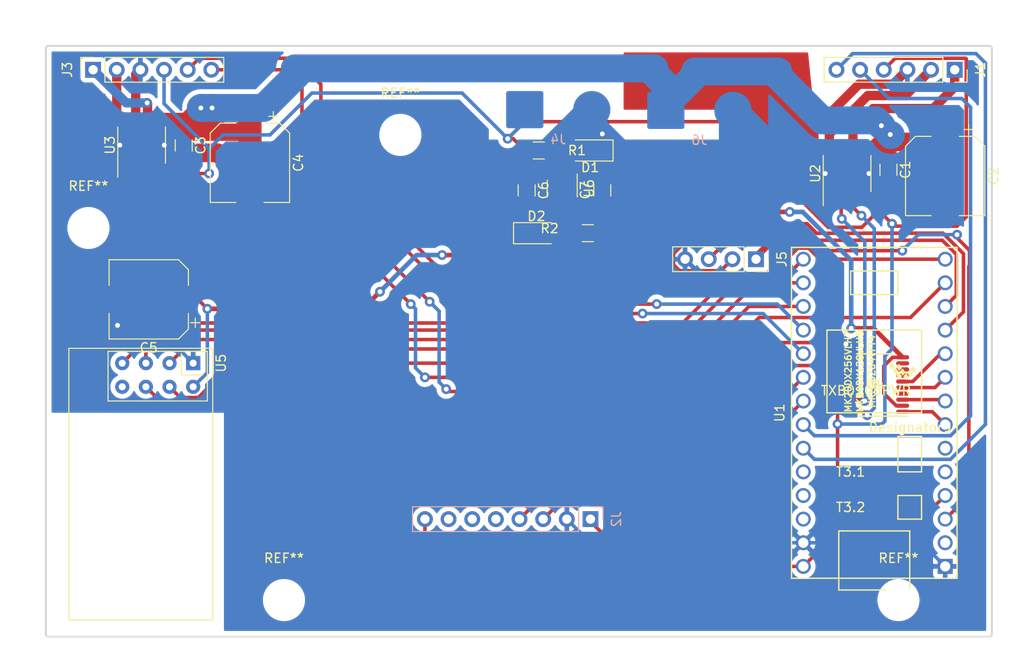
<source format=kicad_pcb>
(kicad_pcb (version 20171130) (host pcbnew "(5.1.6)-1")

  (general
    (thickness 1.6)
    (drawings 13)
    (tracks 427)
    (zones 0)
    (modules 27)
    (nets 34)
  )

  (page A4)
  (layers
    (0 F.Cu signal)
    (31 B.Cu signal)
    (32 B.Adhes user)
    (33 F.Adhes user)
    (34 B.Paste user)
    (35 F.Paste user)
    (36 B.SilkS user)
    (37 F.SilkS user)
    (38 B.Mask user)
    (39 F.Mask user)
    (40 Dwgs.User user)
    (41 Cmts.User user)
    (42 Eco1.User user)
    (43 Eco2.User user)
    (44 Edge.Cuts user)
    (45 Margin user)
    (46 B.CrtYd user)
    (47 F.CrtYd user)
    (48 B.Fab user hide)
    (49 F.Fab user hide)
  )

  (setup
    (last_trace_width 0.25)
    (user_trace_width 0.381)
    (user_trace_width 0.5)
    (user_trace_width 1)
    (user_trace_width 2)
    (user_trace_width 3)
    (trace_clearance 0.2)
    (zone_clearance 0.508)
    (zone_45_only no)
    (trace_min 0.2)
    (via_size 1.05)
    (via_drill 0.52)
    (via_min_size 0.4)
    (via_min_drill 0.3)
    (uvia_size 0.3)
    (uvia_drill 0.1)
    (uvias_allowed no)
    (uvia_min_size 0.2)
    (uvia_min_drill 0.1)
    (edge_width 0.05)
    (segment_width 0.2)
    (pcb_text_width 0.3)
    (pcb_text_size 1.5 1.5)
    (mod_edge_width 0.12)
    (mod_text_size 1 1)
    (mod_text_width 0.15)
    (pad_size 1.524 1.524)
    (pad_drill 0.762)
    (pad_to_mask_clearance 0.05)
    (aux_axis_origin 0 0)
    (grid_origin 172.032395 62.304395)
    (visible_elements 7FFFFFFF)
    (pcbplotparams
      (layerselection 0x010c0_ffffffff)
      (usegerberextensions false)
      (usegerberattributes true)
      (usegerberadvancedattributes true)
      (creategerberjobfile true)
      (excludeedgelayer true)
      (linewidth 0.100000)
      (plotframeref false)
      (viasonmask false)
      (mode 1)
      (useauxorigin false)
      (hpglpennumber 1)
      (hpglpenspeed 20)
      (hpglpendiameter 15.000000)
      (psnegative false)
      (psa4output false)
      (plotreference true)
      (plotvalue true)
      (plotinvisibletext false)
      (padsonsilk false)
      (subtractmaskfromsilk false)
      (outputformat 1)
      (mirror false)
      (drillshape 0)
      (scaleselection 1)
      (outputdirectory "Gerbers/"))
  )

  (net 0 "")
  (net 1 GND)
  (net 2 +12V)
  (net 3 +3V3)
  (net 4 +5V)
  (net 5 "Net-(D1-Pad2)")
  (net 6 "Net-(D2-Pad2)")
  (net 7 M1_ENCB)
  (net 8 M1_ENCA)
  (net 9 M1-)
  (net 10 M1+)
  (net 11 MPU_INT)
  (net 12 MPU_SDA)
  (net 13 MPU_SCL)
  (net 14 M2_ENCB)
  (net 15 M2_ENCA)
  (net 16 M2-)
  (net 17 M2+)
  (net 18 PAYLOAD_SDA)
  (net 19 PAYLOAD_SCL)
  (net 20 PAYLOAD_SHUTDOWN)
  (net 21 MCU_M1_IN1)
  (net 22 MCU_M1_IN2)
  (net 23 MCU_M2_IN1)
  (net 24 MCU_M2_IN2)
  (net 25 MOSI)
  (net 26 CSN)
  (net 27 CE)
  (net 28 MISO)
  (net 29 SCK)
  (net 30 M1_IN1)
  (net 31 M1_IN2)
  (net 32 M2_IN1)
  (net 33 M2_IN2)

  (net_class Default "This is the default net class."
    (clearance 0.2)
    (trace_width 0.25)
    (via_dia 1.05)
    (via_drill 0.52)
    (uvia_dia 0.3)
    (uvia_drill 0.1)
    (add_net +12V)
    (add_net +3V3)
    (add_net +5V)
    (add_net CE)
    (add_net CSN)
    (add_net GND)
    (add_net M1+)
    (add_net M1-)
    (add_net M1_ENCA)
    (add_net M1_ENCB)
    (add_net M1_IN1)
    (add_net M1_IN2)
    (add_net M2+)
    (add_net M2-)
    (add_net M2_ENCA)
    (add_net M2_ENCB)
    (add_net M2_IN1)
    (add_net M2_IN2)
    (add_net MCU_M1_IN1)
    (add_net MCU_M1_IN2)
    (add_net MCU_M2_IN1)
    (add_net MCU_M2_IN2)
    (add_net MISO)
    (add_net MOSI)
    (add_net MPU_INT)
    (add_net MPU_SCL)
    (add_net MPU_SDA)
    (add_net "Net-(D1-Pad2)")
    (add_net "Net-(D2-Pad2)")
    (add_net PAYLOAD_SCL)
    (add_net PAYLOAD_SDA)
    (add_net PAYLOAD_SHUTDOWN)
    (add_net SCK)
  )

  (module MountingHole:MountingHole_3.5mm (layer F.Cu) (tedit 56D1B4CB) (tstamp 6042694E)
    (at 210.032395 71.804395)
    (descr "Mounting Hole 3.5mm, no annular")
    (tags "mounting hole 3.5mm no annular")
    (attr virtual)
    (fp_text reference REF** (at 0 -4.5) (layer F.SilkS)
      (effects (font (size 1 1) (thickness 0.15)))
    )
    (fp_text value MountingHole_3.5mm (at 0 4.5) (layer F.Fab)
      (effects (font (size 1 1) (thickness 0.15)))
    )
    (fp_circle (center 0 0) (end 3.75 0) (layer F.CrtYd) (width 0.05))
    (fp_circle (center 0 0) (end 3.5 0) (layer Cmts.User) (width 0.15))
    (fp_text user %R (at 0.3 0) (layer F.Fab)
      (effects (font (size 1 1) (thickness 0.15)))
    )
    (pad 1 np_thru_hole circle (at 0 0) (size 3.5 3.5) (drill 3.5) (layers *.Cu *.Mask))
  )

  (module MountingHole:MountingHole_3.5mm (layer F.Cu) (tedit 56D1B4CB) (tstamp 6042694E)
    (at 263.532395 121.804395)
    (descr "Mounting Hole 3.5mm, no annular")
    (tags "mounting hole 3.5mm no annular")
    (attr virtual)
    (fp_text reference REF** (at 0 -4.5) (layer F.SilkS)
      (effects (font (size 1 1) (thickness 0.15)))
    )
    (fp_text value MountingHole_3.5mm (at 0 4.5) (layer F.Fab)
      (effects (font (size 1 1) (thickness 0.15)))
    )
    (fp_circle (center 0 0) (end 3.75 0) (layer F.CrtYd) (width 0.05))
    (fp_circle (center 0 0) (end 3.5 0) (layer Cmts.User) (width 0.15))
    (fp_text user %R (at 0.3 0) (layer F.Fab)
      (effects (font (size 1 1) (thickness 0.15)))
    )
    (pad 1 np_thru_hole circle (at 0 0) (size 3.5 3.5) (drill 3.5) (layers *.Cu *.Mask))
  )

  (module MountingHole:MountingHole_3.5mm (layer F.Cu) (tedit 56D1B4CB) (tstamp 6042694E)
    (at 197.532395 121.804395)
    (descr "Mounting Hole 3.5mm, no annular")
    (tags "mounting hole 3.5mm no annular")
    (attr virtual)
    (fp_text reference REF** (at 0 -4.5) (layer F.SilkS)
      (effects (font (size 1 1) (thickness 0.15)))
    )
    (fp_text value MountingHole_3.5mm (at 0 4.5) (layer F.Fab)
      (effects (font (size 1 1) (thickness 0.15)))
    )
    (fp_circle (center 0 0) (end 3.75 0) (layer F.CrtYd) (width 0.05))
    (fp_circle (center 0 0) (end 3.5 0) (layer Cmts.User) (width 0.15))
    (fp_text user %R (at 0.3 0) (layer F.Fab)
      (effects (font (size 1 1) (thickness 0.15)))
    )
    (pad 1 np_thru_hole circle (at 0 0) (size 3.5 3.5) (drill 3.5) (layers *.Cu *.Mask))
  )

  (module MountingHole:MountingHole_3.5mm (layer F.Cu) (tedit 56D1B4CB) (tstamp 60426945)
    (at 176.532395 81.804395)
    (descr "Mounting Hole 3.5mm, no annular")
    (tags "mounting hole 3.5mm no annular")
    (attr virtual)
    (fp_text reference REF** (at 0 -4.5) (layer F.SilkS)
      (effects (font (size 1 1) (thickness 0.15)))
    )
    (fp_text value MountingHole_3.5mm (at 0 4.5) (layer F.Fab)
      (effects (font (size 1 1) (thickness 0.15)))
    )
    (fp_circle (center 0 0) (end 3.75 0) (layer F.CrtYd) (width 0.05))
    (fp_circle (center 0 0) (end 3.5 0) (layer Cmts.User) (width 0.15))
    (fp_text user %R (at 0.3 0) (layer F.Fab)
      (effects (font (size 1 1) (thickness 0.15)))
    )
    (pad 1 np_thru_hole circle (at 0 0) (size 3.5 3.5) (drill 3.5) (layers *.Cu *.Mask))
  )

  (module Package_SO:SOIC-8-1EP_3.9x4.9mm_P1.27mm_EP2.41x3.3mm (layer F.Cu) (tedit 5DC5FE76) (tstamp 6035B3D6)
    (at 182.245 72.904395 90)
    (descr "SOIC, 8 Pin (http://www.allegromicro.com/~/media/Files/Datasheets/A4950-Datasheet.ashx#page=8), generated with kicad-footprint-generator ipc_gullwing_generator.py")
    (tags "SOIC SO")
    (path /6026E58F)
    (attr smd)
    (fp_text reference U3 (at 0 -3.4 90) (layer F.SilkS)
      (effects (font (size 1 1) (thickness 0.15)))
    )
    (fp_text value A4950E (at 0 3.4 90) (layer F.Fab)
      (effects (font (size 1 1) (thickness 0.15)))
    )
    (fp_line (start 3.7 -2.7) (end -3.7 -2.7) (layer F.CrtYd) (width 0.05))
    (fp_line (start 3.7 2.7) (end 3.7 -2.7) (layer F.CrtYd) (width 0.05))
    (fp_line (start -3.7 2.7) (end 3.7 2.7) (layer F.CrtYd) (width 0.05))
    (fp_line (start -3.7 -2.7) (end -3.7 2.7) (layer F.CrtYd) (width 0.05))
    (fp_line (start -1.95 -1.475) (end -0.975 -2.45) (layer F.Fab) (width 0.1))
    (fp_line (start -1.95 2.45) (end -1.95 -1.475) (layer F.Fab) (width 0.1))
    (fp_line (start 1.95 2.45) (end -1.95 2.45) (layer F.Fab) (width 0.1))
    (fp_line (start 1.95 -2.45) (end 1.95 2.45) (layer F.Fab) (width 0.1))
    (fp_line (start -0.975 -2.45) (end 1.95 -2.45) (layer F.Fab) (width 0.1))
    (fp_line (start 0 -2.56) (end -3.45 -2.56) (layer F.SilkS) (width 0.12))
    (fp_line (start 0 -2.56) (end 1.95 -2.56) (layer F.SilkS) (width 0.12))
    (fp_line (start 0 2.56) (end -1.95 2.56) (layer F.SilkS) (width 0.12))
    (fp_line (start 0 2.56) (end 1.95 2.56) (layer F.SilkS) (width 0.12))
    (fp_text user %R (at 0 0 90) (layer F.Fab)
      (effects (font (size 0.98 0.98) (thickness 0.15)))
    )
    (pad "" smd roundrect (at 0.6 0.825 90) (size 0.97 1.33) (layers F.Paste) (roundrect_rratio 0.25))
    (pad "" smd roundrect (at 0.6 -0.825 90) (size 0.97 1.33) (layers F.Paste) (roundrect_rratio 0.25))
    (pad "" smd roundrect (at -0.6 0.825 90) (size 0.97 1.33) (layers F.Paste) (roundrect_rratio 0.25))
    (pad "" smd roundrect (at -0.6 -0.825 90) (size 0.97 1.33) (layers F.Paste) (roundrect_rratio 0.25))
    (pad 9 smd rect (at 0 0 90) (size 2.41 3.3) (layers F.Cu F.Mask)
      (net 1 GND))
    (pad 8 smd roundrect (at 2.475 -1.905 90) (size 1.95 0.6) (layers F.Cu F.Paste F.Mask) (roundrect_rratio 0.25)
      (net 16 M2-))
    (pad 7 smd roundrect (at 2.475 -0.635 90) (size 1.95 0.6) (layers F.Cu F.Paste F.Mask) (roundrect_rratio 0.25)
      (net 1 GND))
    (pad 6 smd roundrect (at 2.475 0.635 90) (size 1.95 0.6) (layers F.Cu F.Paste F.Mask) (roundrect_rratio 0.25)
      (net 17 M2+))
    (pad 5 smd roundrect (at 2.475 1.905 90) (size 1.95 0.6) (layers F.Cu F.Paste F.Mask) (roundrect_rratio 0.25)
      (net 2 +12V))
    (pad 4 smd roundrect (at -2.475 1.905 90) (size 1.95 0.6) (layers F.Cu F.Paste F.Mask) (roundrect_rratio 0.25)
      (net 4 +5V))
    (pad 3 smd roundrect (at -2.475 0.635 90) (size 1.95 0.6) (layers F.Cu F.Paste F.Mask) (roundrect_rratio 0.25)
      (net 32 M2_IN1))
    (pad 2 smd roundrect (at -2.475 -0.635 90) (size 1.95 0.6) (layers F.Cu F.Paste F.Mask) (roundrect_rratio 0.25)
      (net 33 M2_IN2))
    (pad 1 smd roundrect (at -2.475 -1.905 90) (size 1.95 0.6) (layers F.Cu F.Paste F.Mask) (roundrect_rratio 0.25)
      (net 1 GND))
    (model ${KISYS3DMOD}/Package_SO.3dshapes/SOIC-8-1EP_3.9x4.9mm_P1.27mm_EP2.41x3.3mm.wrl
      (at (xyz 0 0 0))
      (scale (xyz 1 1 1))
      (rotate (xyz 0 0 0))
    )
  )

  (module RF_Module:nRF24L01_Breakout (layer F.Cu) (tedit 5A056C61) (tstamp 6035B51E)
    (at 187.780395 96.340395 270)
    (descr "nRF24L01 breakout board")
    (tags "nRF24L01 adapter breakout")
    (path /6006232E)
    (fp_text reference U5 (at 0 -3 90) (layer F.SilkS)
      (effects (font (size 1 1) (thickness 0.15)))
    )
    (fp_text value NRF24L01_Breakout (at 13 5 90) (layer F.Fab)
      (effects (font (size 1 1) (thickness 0.15)))
    )
    (fp_line (start 27.75 -2.25) (end 27.75 -2.25) (layer F.CrtYd) (width 0.05))
    (fp_line (start 27.75 13.5) (end 27.75 -2.25) (layer F.CrtYd) (width 0.05))
    (fp_line (start -1.75 13.5) (end 27.75 13.5) (layer F.CrtYd) (width 0.05))
    (fp_line (start -1.75 -2.25) (end -1.75 13.5) (layer F.CrtYd) (width 0.05))
    (fp_line (start 27.75 -2.25) (end -1.75 -2.25) (layer F.CrtYd) (width 0.05))
    (fp_line (start -1.27 -1.524) (end -1.27 -1.524) (layer F.SilkS) (width 0.12))
    (fp_line (start -1.27 9.144) (end -1.27 -1.524) (layer F.SilkS) (width 0.12))
    (fp_line (start -1.6 -2.1) (end -1.6 -2.1) (layer F.SilkS) (width 0.12))
    (fp_line (start -1.6 13.35) (end -1.6 -2.1) (layer F.SilkS) (width 0.12))
    (fp_line (start 27.6 13.35) (end -1.6 13.35) (layer F.SilkS) (width 0.12))
    (fp_line (start 27.6 -2.1) (end 27.6 13.35) (layer F.SilkS) (width 0.12))
    (fp_line (start -1.6 -2.1) (end 27.6 -2.1) (layer F.SilkS) (width 0.12))
    (fp_line (start -1.016 1.27) (end -1.016 1.27) (layer F.SilkS) (width 0.12))
    (fp_line (start 1.27 1.27) (end -1.016 1.27) (layer F.SilkS) (width 0.12))
    (fp_line (start 1.27 -1.016) (end 1.27 1.27) (layer F.SilkS) (width 0.12))
    (fp_line (start -1.27 9.144) (end -1.27 9.144) (layer F.SilkS) (width 0.12))
    (fp_line (start 4.064 9.144) (end -1.27 9.144) (layer F.SilkS) (width 0.12))
    (fp_line (start 4.064 -1.524) (end 4.064 9.144) (layer F.SilkS) (width 0.12))
    (fp_line (start -1.27 -1.524) (end 4.064 -1.524) (layer F.SilkS) (width 0.12))
    (fp_line (start -1.27 -1.27) (end -1.27 -1.27) (layer F.Fab) (width 0.1))
    (fp_line (start -1.27 8.89) (end -1.27 -1.27) (layer F.Fab) (width 0.1))
    (fp_line (start 3.81 8.89) (end -1.27 8.89) (layer F.Fab) (width 0.1))
    (fp_line (start 3.81 -1.27) (end 3.81 8.89) (layer F.Fab) (width 0.1))
    (fp_line (start -1.27 -1.27) (end 3.81 -1.27) (layer F.Fab) (width 0.1))
    (fp_line (start -1.5 -2) (end -1.5 -2) (layer F.Fab) (width 0.1))
    (fp_line (start -1.5 13.25) (end -1.5 -2) (layer F.Fab) (width 0.1))
    (fp_line (start 27.5 13.25) (end -1.5 13.25) (layer F.Fab) (width 0.1))
    (fp_line (start 27.5 -2) (end 27.5 13.25) (layer F.Fab) (width 0.1))
    (fp_line (start -1.5 -2) (end 27.5 -2) (layer F.Fab) (width 0.1))
    (fp_text user %R (at 12.5 2.5 90) (layer F.Fab)
      (effects (font (size 1 1) (thickness 0.15)))
    )
    (pad 8 thru_hole circle (at 2.54 7.62 270) (size 1.524 1.524) (drill 0.762) (layers *.Cu *.Mask))
    (pad 7 thru_hole circle (at 0 7.62 270) (size 1.524 1.524) (drill 0.762) (layers *.Cu *.Mask)
      (net 28 MISO))
    (pad 6 thru_hole circle (at 2.54 5.08 270) (size 1.524 1.524) (drill 0.762) (layers *.Cu *.Mask)
      (net 25 MOSI))
    (pad 5 thru_hole circle (at 0 5.08 270) (size 1.524 1.524) (drill 0.762) (layers *.Cu *.Mask)
      (net 29 SCK))
    (pad 4 thru_hole circle (at 2.54 2.54 270) (size 1.524 1.524) (drill 0.762) (layers *.Cu *.Mask)
      (net 26 CSN))
    (pad 3 thru_hole circle (at 0 2.54 270) (size 1.524 1.524) (drill 0.762) (layers *.Cu *.Mask)
      (net 27 CE))
    (pad 2 thru_hole circle (at 2.54 0 270) (size 1.524 1.524) (drill 0.762) (layers *.Cu *.Mask)
      (net 3 +3V3))
    (pad 1 thru_hole rect (at 0 0 270) (size 1.524 1.524) (drill 0.762) (layers *.Cu *.Mask)
      (net 1 GND))
    (model "D:/KiCAD/Custom 3D Parts/nrf24/nRF24L01+_enhanced.wrl"
      (at (xyz 0 0 0))
      (scale (xyz 1 1 1))
      (rotate (xyz 0 0 0))
    )
  )

  (module "Teensy Footprints:Teensy30_31_32_LC_No_Center_Pins" (layer F.Cu) (tedit 6035754A) (tstamp 6035B398)
    (at 260.932395 101.674395 90)
    (path /6005E745)
    (fp_text reference U1 (at 0 -10.16 90) (layer F.SilkS)
      (effects (font (size 1 1) (thickness 0.15)))
    )
    (fp_text value Teensy3.2 (at 0 10.16 90) (layer F.Fab)
      (effects (font (size 1 1) (thickness 0.15)))
    )
    (fp_poly (pts (xy 4.826 2.921) (xy 4.572 2.667) (xy 4.953 2.413) (xy 5.207 2.667)) (layer F.SilkS) (width 0.1))
    (fp_poly (pts (xy 3.81 3.683) (xy 3.556 3.429) (xy 3.937 3.175) (xy 4.191 3.429)) (layer F.SilkS) (width 0.1))
    (fp_poly (pts (xy 4.572 4.445) (xy 4.318 4.191) (xy 4.699 3.937) (xy 4.953 4.191)) (layer F.SilkS) (width 0.1))
    (fp_poly (pts (xy 4.445 2.54) (xy 4.191 2.286) (xy 4.572 2.032) (xy 4.826 2.286)) (layer F.SilkS) (width 0.1))
    (fp_poly (pts (xy 4.191 4.064) (xy 3.937 3.81) (xy 4.318 3.556) (xy 4.572 3.81)) (layer F.SilkS) (width 0.1))
    (fp_poly (pts (xy 4.953 2.159) (xy 4.699 1.905) (xy 5.08 1.651) (xy 5.334 1.905)) (layer F.SilkS) (width 0.1))
    (fp_poly (pts (xy 4.318 3.302) (xy 4.064 3.048) (xy 4.445 2.794) (xy 4.699 3.048)) (layer F.SilkS) (width 0.1))
    (fp_poly (pts (xy 3.937 2.921) (xy 3.683 2.667) (xy 4.064 2.413) (xy 4.318 2.667)) (layer F.SilkS) (width 0.1))
    (fp_line (start -17.78 8.89) (end -17.78 -8.89) (layer F.SilkS) (width 0.15))
    (fp_line (start 17.78 8.89) (end -17.78 8.89) (layer F.SilkS) (width 0.15))
    (fp_line (start 17.78 -8.89) (end 17.78 8.89) (layer F.SilkS) (width 0.15))
    (fp_line (start -17.78 -8.89) (end 17.78 -8.89) (layer F.SilkS) (width 0.15))
    (fp_line (start 8.89 5.08) (end 0 5.08) (layer F.SilkS) (width 0.15))
    (fp_line (start 8.89 -5.08) (end 0 -5.08) (layer F.SilkS) (width 0.15))
    (fp_line (start 0 -5.08) (end 0 5.08) (layer F.SilkS) (width 0.15))
    (fp_line (start 8.89 5.08) (end 8.89 -5.08) (layer F.SilkS) (width 0.15))
    (fp_line (start 12.7 -2.54) (end 15.24 -2.54) (layer F.SilkS) (width 0.15))
    (fp_line (start 12.7 2.54) (end 12.7 -2.54) (layer F.SilkS) (width 0.15))
    (fp_line (start 15.24 2.54) (end 12.7 2.54) (layer F.SilkS) (width 0.15))
    (fp_line (start 15.24 -2.54) (end 15.24 2.54) (layer F.SilkS) (width 0.15))
    (fp_line (start -11.43 2.54) (end -11.43 5.08) (layer F.SilkS) (width 0.15))
    (fp_line (start -8.89 2.54) (end -11.43 2.54) (layer F.SilkS) (width 0.15))
    (fp_line (start -8.89 5.08) (end -8.89 2.54) (layer F.SilkS) (width 0.15))
    (fp_line (start -11.43 5.08) (end -8.89 5.08) (layer F.SilkS) (width 0.15))
    (fp_line (start -12.7 3.81) (end -17.78 3.81) (layer F.SilkS) (width 0.15))
    (fp_line (start -12.7 -3.81) (end -17.78 -3.81) (layer F.SilkS) (width 0.15))
    (fp_line (start -12.7 3.81) (end -12.7 -3.81) (layer F.SilkS) (width 0.15))
    (fp_line (start -6.35 2.54) (end -6.35 5.08) (layer F.SilkS) (width 0.15))
    (fp_line (start -2.54 2.54) (end -6.35 2.54) (layer F.SilkS) (width 0.15))
    (fp_line (start -2.54 5.08) (end -2.54 2.54) (layer F.SilkS) (width 0.15))
    (fp_line (start -6.35 5.08) (end -2.54 5.08) (layer F.SilkS) (width 0.15))
    (fp_line (start -19.05 -3.81) (end -17.78 -3.81) (layer F.SilkS) (width 0.15))
    (fp_line (start -19.05 3.81) (end -19.05 -3.81) (layer F.SilkS) (width 0.15))
    (fp_line (start -17.78 3.81) (end -19.05 3.81) (layer F.SilkS) (width 0.15))
    (fp_text user T3.2 (at -10.16 -2.54 180) (layer F.SilkS)
      (effects (font (size 1 1) (thickness 0.15)))
    )
    (fp_text user T3.1 (at -6.35 -2.54 180) (layer F.SilkS)
      (effects (font (size 1 1) (thickness 0.15)))
    )
    (fp_text user MK20DX256VLH7 (at 4.445 -2.794 90) (layer F.SilkS)
      (effects (font (size 0.7 0.7) (thickness 0.15)))
    )
    (fp_text user MKL26Z64VFT4 (at 4.445 -0.254 90) (layer F.SilkS)
      (effects (font (size 0.7 0.7) (thickness 0.15)))
    )
    (fp_text user MK20DX128VLH5 (at 4.445 -1.524 90) (layer F.SilkS)
      (effects (font (size 0.7 0.7) (thickness 0.15)))
    )
    (pad 20 thru_hole circle (at 16.51 -7.62 90) (size 1.6 1.6) (drill 1.1) (layers *.Cu *.Mask)
      (net 29 SCK))
    (pad 14 thru_hole circle (at 16.51 7.62 90) (size 1.6 1.6) (drill 1.1) (layers *.Cu *.Mask)
      (net 28 MISO))
    (pad 21 thru_hole circle (at 13.97 -7.62 90) (size 1.6 1.6) (drill 1.1) (layers *.Cu *.Mask)
      (net 27 CE))
    (pad 22 thru_hole circle (at 11.43 -7.62 90) (size 1.6 1.6) (drill 1.1) (layers *.Cu *.Mask)
      (net 26 CSN))
    (pad 23 thru_hole circle (at 8.89 -7.62 90) (size 1.6 1.6) (drill 1.1) (layers *.Cu *.Mask)
      (net 15 M2_ENCA))
    (pad 24 thru_hole circle (at 6.35 -7.62 90) (size 1.6 1.6) (drill 1.1) (layers *.Cu *.Mask)
      (net 14 M2_ENCB))
    (pad 25 thru_hole circle (at 3.81 -7.62 90) (size 1.6 1.6) (drill 1.1) (layers *.Cu *.Mask)
      (net 12 MPU_SDA))
    (pad 26 thru_hole circle (at 1.27 -7.62 90) (size 1.6 1.6) (drill 1.1) (layers *.Cu *.Mask)
      (net 13 MPU_SCL))
    (pad 27 thru_hole circle (at -1.27 -7.62 90) (size 1.6 1.6) (drill 1.1) (layers *.Cu *.Mask)
      (net 8 M1_ENCA))
    (pad 28 thru_hole circle (at -3.81 -7.62 90) (size 1.6 1.6) (drill 1.1) (layers *.Cu *.Mask)
      (net 7 M1_ENCB))
    (pad 29 thru_hole circle (at -6.35 -7.62 90) (size 1.6 1.6) (drill 1.1) (layers *.Cu *.Mask))
    (pad 30 thru_hole circle (at -8.89 -7.62 90) (size 1.6 1.6) (drill 1.1) (layers *.Cu *.Mask))
    (pad 31 thru_hole circle (at -11.43 -7.62 90) (size 1.6 1.6) (drill 1.1) (layers *.Cu *.Mask))
    (pad 32 thru_hole circle (at -13.97 -7.62 90) (size 1.6 1.6) (drill 1.1) (layers *.Cu *.Mask)
      (net 1 GND))
    (pad 33 thru_hole circle (at -16.51 -7.62 90) (size 1.6 1.6) (drill 1.1) (layers *.Cu *.Mask)
      (net 4 +5V))
    (pad 13 thru_hole circle (at 13.97 7.62 90) (size 1.6 1.6) (drill 1.1) (layers *.Cu *.Mask)
      (net 25 MOSI))
    (pad 12 thru_hole circle (at 11.43 7.62 90) (size 1.6 1.6) (drill 1.1) (layers *.Cu *.Mask)
      (net 18 PAYLOAD_SDA))
    (pad 11 thru_hole circle (at 8.89 7.62 90) (size 1.6 1.6) (drill 1.1) (layers *.Cu *.Mask)
      (net 19 PAYLOAD_SCL))
    (pad 10 thru_hole circle (at 6.35 7.62 90) (size 1.6 1.6) (drill 1.1) (layers *.Cu *.Mask)
      (net 24 MCU_M2_IN2))
    (pad 9 thru_hole circle (at 3.81 7.62 90) (size 1.6 1.6) (drill 1.1) (layers *.Cu *.Mask)
      (net 23 MCU_M2_IN1))
    (pad 8 thru_hole circle (at 1.27 7.62 90) (size 1.6 1.6) (drill 1.1) (layers *.Cu *.Mask)
      (net 22 MCU_M1_IN2))
    (pad 7 thru_hole circle (at -1.27 7.62 90) (size 1.6 1.6) (drill 1.1) (layers *.Cu *.Mask)
      (net 21 MCU_M1_IN1))
    (pad 6 thru_hole circle (at -3.81 7.62 90) (size 1.6 1.6) (drill 1.1) (layers *.Cu *.Mask))
    (pad 5 thru_hole circle (at -6.35 7.62 90) (size 1.6 1.6) (drill 1.1) (layers *.Cu *.Mask))
    (pad 4 thru_hole circle (at -8.89 7.62 90) (size 1.6 1.6) (drill 1.1) (layers *.Cu *.Mask)
      (net 11 MPU_INT))
    (pad 3 thru_hole circle (at -11.43 7.62 90) (size 1.6 1.6) (drill 1.1) (layers *.Cu *.Mask)
      (net 20 PAYLOAD_SHUTDOWN))
    (pad 2 thru_hole circle (at -13.97 7.62 90) (size 1.6 1.6) (drill 1.1) (layers *.Cu *.Mask))
    (pad 1 thru_hole rect (at -16.51 7.62 90) (size 1.6 1.6) (drill 1.1) (layers *.Cu *.Mask)
      (net 1 GND))
    (model "D:/KiCAD/Custom 3D Parts/Teensy 3.2/Teensy3.2.wrl"
      (at (xyz 0 0 0))
      (scale (xyz 1 1 1))
      (rotate (xyz 0 0 0))
    )
  )

  (module Capacitor_SMD:CP_Elec_8x10 (layer F.Cu) (tedit 5BCA39D0) (tstamp 6035B252)
    (at 183.006395 89.482395 180)
    (descr "SMD capacitor, aluminum electrolytic, Nichicon, 8.0x10mm")
    (tags "capacitor electrolytic")
    (path /600F5AB5)
    (attr smd)
    (fp_text reference C5 (at 0 -5.2) (layer F.SilkS)
      (effects (font (size 1 1) (thickness 0.15)))
    )
    (fp_text value 100uF (at 0 5.2) (layer F.Fab)
      (effects (font (size 1 1) (thickness 0.15)))
    )
    (fp_line (start -5.25 1.5) (end -4.4 1.5) (layer F.CrtYd) (width 0.05))
    (fp_line (start -5.25 -1.5) (end -5.25 1.5) (layer F.CrtYd) (width 0.05))
    (fp_line (start -4.4 -1.5) (end -5.25 -1.5) (layer F.CrtYd) (width 0.05))
    (fp_line (start -4.4 1.5) (end -4.4 3.25) (layer F.CrtYd) (width 0.05))
    (fp_line (start -4.4 -3.25) (end -4.4 -1.5) (layer F.CrtYd) (width 0.05))
    (fp_line (start -4.4 -3.25) (end -3.25 -4.4) (layer F.CrtYd) (width 0.05))
    (fp_line (start -4.4 3.25) (end -3.25 4.4) (layer F.CrtYd) (width 0.05))
    (fp_line (start -3.25 -4.4) (end 4.4 -4.4) (layer F.CrtYd) (width 0.05))
    (fp_line (start -3.25 4.4) (end 4.4 4.4) (layer F.CrtYd) (width 0.05))
    (fp_line (start 4.4 1.5) (end 4.4 4.4) (layer F.CrtYd) (width 0.05))
    (fp_line (start 5.25 1.5) (end 4.4 1.5) (layer F.CrtYd) (width 0.05))
    (fp_line (start 5.25 -1.5) (end 5.25 1.5) (layer F.CrtYd) (width 0.05))
    (fp_line (start 4.4 -1.5) (end 5.25 -1.5) (layer F.CrtYd) (width 0.05))
    (fp_line (start 4.4 -4.4) (end 4.4 -1.5) (layer F.CrtYd) (width 0.05))
    (fp_line (start -5 -3.01) (end -5 -2.01) (layer F.SilkS) (width 0.12))
    (fp_line (start -5.5 -2.51) (end -4.5 -2.51) (layer F.SilkS) (width 0.12))
    (fp_line (start -4.26 3.195563) (end -3.195563 4.26) (layer F.SilkS) (width 0.12))
    (fp_line (start -4.26 -3.195563) (end -3.195563 -4.26) (layer F.SilkS) (width 0.12))
    (fp_line (start -4.26 -3.195563) (end -4.26 -1.51) (layer F.SilkS) (width 0.12))
    (fp_line (start -4.26 3.195563) (end -4.26 1.51) (layer F.SilkS) (width 0.12))
    (fp_line (start -3.195563 4.26) (end 4.26 4.26) (layer F.SilkS) (width 0.12))
    (fp_line (start -3.195563 -4.26) (end 4.26 -4.26) (layer F.SilkS) (width 0.12))
    (fp_line (start 4.26 -4.26) (end 4.26 -1.51) (layer F.SilkS) (width 0.12))
    (fp_line (start 4.26 4.26) (end 4.26 1.51) (layer F.SilkS) (width 0.12))
    (fp_line (start -3.162278 -1.9) (end -3.162278 -1.1) (layer F.Fab) (width 0.1))
    (fp_line (start -3.562278 -1.5) (end -2.762278 -1.5) (layer F.Fab) (width 0.1))
    (fp_line (start -4.15 3.15) (end -3.15 4.15) (layer F.Fab) (width 0.1))
    (fp_line (start -4.15 -3.15) (end -3.15 -4.15) (layer F.Fab) (width 0.1))
    (fp_line (start -4.15 -3.15) (end -4.15 3.15) (layer F.Fab) (width 0.1))
    (fp_line (start -3.15 4.15) (end 4.15 4.15) (layer F.Fab) (width 0.1))
    (fp_line (start -3.15 -4.15) (end 4.15 -4.15) (layer F.Fab) (width 0.1))
    (fp_line (start 4.15 -4.15) (end 4.15 4.15) (layer F.Fab) (width 0.1))
    (fp_circle (center 0 0) (end 4 0) (layer F.Fab) (width 0.1))
    (fp_text user %R (at 0 0) (layer F.Fab)
      (effects (font (size 1 1) (thickness 0.15)))
    )
    (pad 2 smd roundrect (at 3.25 0 180) (size 3.5 2.5) (layers F.Cu F.Paste F.Mask) (roundrect_rratio 0.1)
      (net 1 GND))
    (pad 1 smd roundrect (at -3.25 0 180) (size 3.5 2.5) (layers F.Cu F.Paste F.Mask) (roundrect_rratio 0.1)
      (net 3 +3V3))
    (model ${KISYS3DMOD}/Capacitor_SMD.3dshapes/CP_Elec_8x10.wrl
      (at (xyz 0 0 0))
      (scale (xyz 1 1 1))
      (rotate (xyz 0 0 0))
    )
  )

  (module Package_TO_SOT_SMD:SOT-23-5 (layer F.Cu) (tedit 5A02FF57) (tstamp 6035B533)
    (at 227.417095 77.564895 270)
    (descr "5-pin SOT23 package")
    (tags SOT-23-5)
    (path /603A3192)
    (attr smd)
    (fp_text reference U6 (at 0 -2.9 90) (layer F.SilkS)
      (effects (font (size 1 1) (thickness 0.15)))
    )
    (fp_text value MIC5504-3.3YM5 (at 0 2.9 90) (layer F.Fab)
      (effects (font (size 1 1) (thickness 0.15)))
    )
    (fp_line (start 0.9 -1.55) (end 0.9 1.55) (layer F.Fab) (width 0.1))
    (fp_line (start 0.9 1.55) (end -0.9 1.55) (layer F.Fab) (width 0.1))
    (fp_line (start -0.9 -0.9) (end -0.9 1.55) (layer F.Fab) (width 0.1))
    (fp_line (start 0.9 -1.55) (end -0.25 -1.55) (layer F.Fab) (width 0.1))
    (fp_line (start -0.9 -0.9) (end -0.25 -1.55) (layer F.Fab) (width 0.1))
    (fp_line (start -1.9 1.8) (end -1.9 -1.8) (layer F.CrtYd) (width 0.05))
    (fp_line (start 1.9 1.8) (end -1.9 1.8) (layer F.CrtYd) (width 0.05))
    (fp_line (start 1.9 -1.8) (end 1.9 1.8) (layer F.CrtYd) (width 0.05))
    (fp_line (start -1.9 -1.8) (end 1.9 -1.8) (layer F.CrtYd) (width 0.05))
    (fp_line (start 0.9 -1.61) (end -1.55 -1.61) (layer F.SilkS) (width 0.12))
    (fp_line (start -0.9 1.61) (end 0.9 1.61) (layer F.SilkS) (width 0.12))
    (fp_text user %R (at 0 0) (layer F.Fab)
      (effects (font (size 0.5 0.5) (thickness 0.075)))
    )
    (pad 5 smd rect (at 1.1 -0.95 270) (size 1.06 0.65) (layers F.Cu F.Paste F.Mask)
      (net 3 +3V3))
    (pad 4 smd rect (at 1.1 0.95 270) (size 1.06 0.65) (layers F.Cu F.Paste F.Mask))
    (pad 3 smd rect (at -1.1 0.95 270) (size 1.06 0.65) (layers F.Cu F.Paste F.Mask)
      (net 4 +5V))
    (pad 2 smd rect (at -1.1 0 270) (size 1.06 0.65) (layers F.Cu F.Paste F.Mask)
      (net 1 GND))
    (pad 1 smd rect (at -1.1 -0.95 270) (size 1.06 0.65) (layers F.Cu F.Paste F.Mask)
      (net 4 +5V))
    (model ${KISYS3DMOD}/Package_TO_SOT_SMD.3dshapes/SOT-23-5.wrl
      (at (xyz 0 0 0))
      (scale (xyz 1 1 1))
      (rotate (xyz 0 0 0))
    )
  )

  (module TXB0108:TXB0108PWR (layer F.Cu) (tedit 0) (tstamp 6035B4F4)
    (at 261.030396 98.637398 180)
    (path /600ED6CC)
    (fp_text reference U4 (at 0 0) (layer F.SilkS)
      (effects (font (size 1 1) (thickness 0.15)))
    )
    (fp_text value TXB0108PWR (at 0.992397 -0.654997) (layer F.SilkS)
      (effects (font (size 1 1) (thickness 0.15)))
    )
    (fp_line (start -2.150013 3.004368) (end -2.150013 -3.004358) (layer F.Fab) (width 0.1524))
    (fp_line (start 2.199991 3.050012) (end 2.199991 -3.050002) (layer F.Fab) (width 0.1524))
    (fp_line (start -1.954383 3.199999) (end 1.954347 3.199999) (layer F.Fab) (width 0.1524))
    (fp_line (start -2.000001 -3.250001) (end 1.999991 -3.250001) (layer F.Fab) (width 0.1524))
    (fp_line (start 2.149978 3.004368) (end 2.149978 -3.004358) (layer F.Fab) (width 0.1524))
    (fp_line (start -2.200026 3.050012) (end -2.200026 -3.050002) (layer F.Fab) (width 0.1524))
    (fp_line (start -1.954383 -3.199989) (end 1.954347 -3.199989) (layer F.Fab) (width 0.1524))
    (fp_line (start -2.000001 3.250011) (end 1.999991 3.250011) (layer F.Fab) (width 0.1524))
    (fp_line (start -2.200026 -2.802504) (end -2.200026 -3.047487) (layer F.Fab) (width 0.1524))
    (fp_line (start -3.210133 -2.802504) (end -3.210133 -3.047487) (layer F.Fab) (width 0.1524))
    (fp_line (start -2.739065 -3.047487) (end -2.733248 -3.047487) (layer F.Fab) (width 0.1524))
    (fp_line (start -3.210133 -2.802504) (end -2.886715 -2.802504) (layer F.Fab) (width 0.1524))
    (fp_line (start -2.886715 -3.047487) (end -2.739065 -3.047487) (layer F.Fab) (width 0.1524))
    (fp_line (start -2.733248 -2.802504) (end -2.430531 -2.802504) (layer F.Fab) (width 0.1524))
    (fp_line (start -2.733248 -3.047487) (end -2.430531 -3.047487) (layer F.Fab) (width 0.1524))
    (fp_line (start -2.430531 -2.802504) (end -2.200026 -2.802504) (layer F.Fab) (width 0.1524))
    (fp_line (start -3.210133 -3.047487) (end -2.886715 -3.047487) (layer F.Fab) (width 0.1524))
    (fp_line (start -2.886715 -2.802504) (end -2.739065 -2.802504) (layer F.Fab) (width 0.1524))
    (fp_line (start -2.430531 -3.047487) (end -2.200026 -3.047487) (layer F.Fab) (width 0.1524))
    (fp_line (start -2.739065 -2.802504) (end -2.733248 -2.802504) (layer F.Fab) (width 0.1524))
    (fp_line (start -2.200026 -2.152493) (end -2.200026 -2.397501) (layer F.Fab) (width 0.1524))
    (fp_line (start -3.210133 -2.152493) (end -3.210133 -2.397501) (layer F.Fab) (width 0.1524))
    (fp_line (start -2.739065 -2.397501) (end -2.733248 -2.397501) (layer F.Fab) (width 0.1524))
    (fp_line (start -3.210133 -2.152493) (end -2.886715 -2.152493) (layer F.Fab) (width 0.1524))
    (fp_line (start -2.886715 -2.397501) (end -2.739065 -2.397501) (layer F.Fab) (width 0.1524))
    (fp_line (start -2.733248 -2.152493) (end -2.430531 -2.152493) (layer F.Fab) (width 0.1524))
    (fp_line (start -2.733248 -2.397501) (end -2.430531 -2.397501) (layer F.Fab) (width 0.1524))
    (fp_line (start -2.430531 -2.152493) (end -2.200026 -2.152493) (layer F.Fab) (width 0.1524))
    (fp_line (start -3.210133 -2.397501) (end -2.886715 -2.397501) (layer F.Fab) (width 0.1524))
    (fp_line (start -2.886715 -2.152493) (end -2.739065 -2.152493) (layer F.Fab) (width 0.1524))
    (fp_line (start -2.430531 -2.397501) (end -2.200026 -2.397501) (layer F.Fab) (width 0.1524))
    (fp_line (start -2.739065 -2.152493) (end -2.733248 -2.152493) (layer F.Fab) (width 0.1524))
    (fp_line (start -2.200026 -1.502507) (end -2.200026 -1.74749) (layer F.Fab) (width 0.1524))
    (fp_line (start -3.210133 -1.502507) (end -3.210133 -1.74749) (layer F.Fab) (width 0.1524))
    (fp_line (start -2.739065 -1.74749) (end -2.733248 -1.74749) (layer F.Fab) (width 0.1524))
    (fp_line (start -3.210133 -1.502507) (end -2.886715 -1.502507) (layer F.Fab) (width 0.1524))
    (fp_line (start -2.886715 -1.74749) (end -2.739065 -1.74749) (layer F.Fab) (width 0.1524))
    (fp_line (start -2.733248 -1.502507) (end -2.430531 -1.502507) (layer F.Fab) (width 0.1524))
    (fp_line (start -2.733248 -1.74749) (end -2.430531 -1.74749) (layer F.Fab) (width 0.1524))
    (fp_line (start -2.430531 -1.502507) (end -2.200026 -1.502507) (layer F.Fab) (width 0.1524))
    (fp_line (start -3.210133 -1.74749) (end -2.886715 -1.74749) (layer F.Fab) (width 0.1524))
    (fp_line (start -2.886715 -1.502507) (end -2.739065 -1.502507) (layer F.Fab) (width 0.1524))
    (fp_line (start -2.430531 -1.74749) (end -2.200026 -1.74749) (layer F.Fab) (width 0.1524))
    (fp_line (start -2.739065 -1.502507) (end -2.733248 -1.502507) (layer F.Fab) (width 0.1524))
    (fp_line (start -2.200026 -0.852495) (end -2.200026 -1.097504) (layer F.Fab) (width 0.1524))
    (fp_line (start -3.210133 -0.852495) (end -3.210133 -1.097504) (layer F.Fab) (width 0.1524))
    (fp_line (start -2.739065 -1.097504) (end -2.733248 -1.097504) (layer F.Fab) (width 0.1524))
    (fp_line (start -3.210133 -0.852495) (end -2.886715 -0.852495) (layer F.Fab) (width 0.1524))
    (fp_line (start -2.886715 -1.097504) (end -2.739065 -1.097504) (layer F.Fab) (width 0.1524))
    (fp_line (start -2.733248 -0.852495) (end -2.430531 -0.852495) (layer F.Fab) (width 0.1524))
    (fp_line (start -2.733248 -1.097504) (end -2.430531 -1.097504) (layer F.Fab) (width 0.1524))
    (fp_line (start -2.430531 -0.852495) (end -2.200026 -0.852495) (layer F.Fab) (width 0.1524))
    (fp_line (start -3.210133 -1.097504) (end -2.886715 -1.097504) (layer F.Fab) (width 0.1524))
    (fp_line (start -2.886715 -0.852495) (end -2.739065 -0.852495) (layer F.Fab) (width 0.1524))
    (fp_line (start -2.430531 -1.097504) (end -2.200026 -1.097504) (layer F.Fab) (width 0.1524))
    (fp_line (start -2.739065 -0.852495) (end -2.733248 -0.852495) (layer F.Fab) (width 0.1524))
    (fp_line (start -2.200026 -0.202484) (end -2.200026 -0.447492) (layer F.Fab) (width 0.1524))
    (fp_line (start -3.210133 -0.202484) (end -3.210133 -0.447492) (layer F.Fab) (width 0.1524))
    (fp_line (start -2.739065 -0.447492) (end -2.733248 -0.447492) (layer F.Fab) (width 0.1524))
    (fp_line (start -3.210133 -0.202484) (end -2.886715 -0.202484) (layer F.Fab) (width 0.1524))
    (fp_line (start -2.886715 -0.447492) (end -2.739065 -0.447492) (layer F.Fab) (width 0.1524))
    (fp_line (start -2.733248 -0.202484) (end -2.430531 -0.202484) (layer F.Fab) (width 0.1524))
    (fp_line (start -2.733248 -0.447492) (end -2.430531 -0.447492) (layer F.Fab) (width 0.1524))
    (fp_line (start -2.430531 -0.202484) (end -2.200026 -0.202484) (layer F.Fab) (width 0.1524))
    (fp_line (start -3.210133 -0.447492) (end -2.886715 -0.447492) (layer F.Fab) (width 0.1524))
    (fp_line (start -2.886715 -0.202484) (end -2.739065 -0.202484) (layer F.Fab) (width 0.1524))
    (fp_line (start -2.430531 -0.447492) (end -2.200026 -0.447492) (layer F.Fab) (width 0.1524))
    (fp_line (start -2.739065 -0.202484) (end -2.733248 -0.202484) (layer F.Fab) (width 0.1524))
    (fp_line (start -2.200026 0.447502) (end -2.200026 0.202494) (layer F.Fab) (width 0.1524))
    (fp_line (start -3.210133 0.447502) (end -3.210133 0.202494) (layer F.Fab) (width 0.1524))
    (fp_line (start -2.739065 0.202494) (end -2.733248 0.202494) (layer F.Fab) (width 0.1524))
    (fp_line (start -3.210133 0.447502) (end -2.886715 0.447502) (layer F.Fab) (width 0.1524))
    (fp_line (start -2.886715 0.202494) (end -2.739065 0.202494) (layer F.Fab) (width 0.1524))
    (fp_line (start -2.733248 0.447502) (end -2.430531 0.447502) (layer F.Fab) (width 0.1524))
    (fp_line (start -2.733248 0.202494) (end -2.430531 0.202494) (layer F.Fab) (width 0.1524))
    (fp_line (start -2.430531 0.447502) (end -2.200026 0.447502) (layer F.Fab) (width 0.1524))
    (fp_line (start -3.210133 0.202494) (end -2.886715 0.202494) (layer F.Fab) (width 0.1524))
    (fp_line (start -2.886715 0.447502) (end -2.739065 0.447502) (layer F.Fab) (width 0.1524))
    (fp_line (start -2.430531 0.202494) (end -2.200026 0.202494) (layer F.Fab) (width 0.1524))
    (fp_line (start -2.739065 0.447502) (end -2.733248 0.447502) (layer F.Fab) (width 0.1524))
    (fp_line (start -2.200026 1.097514) (end -2.200026 0.852505) (layer F.Fab) (width 0.1524))
    (fp_line (start -3.210133 1.097514) (end -3.210133 0.852505) (layer F.Fab) (width 0.1524))
    (fp_line (start -2.739065 0.852505) (end -2.733248 0.852505) (layer F.Fab) (width 0.1524))
    (fp_line (start -3.210133 1.097514) (end -2.886715 1.097514) (layer F.Fab) (width 0.1524))
    (fp_line (start -2.886715 0.852505) (end -2.739065 0.852505) (layer F.Fab) (width 0.1524))
    (fp_line (start -2.733248 1.097514) (end -2.430531 1.097514) (layer F.Fab) (width 0.1524))
    (fp_line (start -2.733248 0.852505) (end -2.430531 0.852505) (layer F.Fab) (width 0.1524))
    (fp_line (start -2.430531 1.097514) (end -2.200026 1.097514) (layer F.Fab) (width 0.1524))
    (fp_line (start -3.210133 0.852505) (end -2.886715 0.852505) (layer F.Fab) (width 0.1524))
    (fp_line (start -2.886715 1.097514) (end -2.739065 1.097514) (layer F.Fab) (width 0.1524))
    (fp_line (start -2.430531 0.852505) (end -2.200026 0.852505) (layer F.Fab) (width 0.1524))
    (fp_line (start -2.739065 1.097514) (end -2.733248 1.097514) (layer F.Fab) (width 0.1524))
    (fp_line (start -2.200026 1.7475) (end -2.200026 1.502517) (layer F.Fab) (width 0.1524))
    (fp_line (start -3.210133 1.7475) (end -3.210133 1.502517) (layer F.Fab) (width 0.1524))
    (fp_line (start -2.739065 1.502517) (end -2.733248 1.502517) (layer F.Fab) (width 0.1524))
    (fp_line (start -3.210133 1.7475) (end -2.886715 1.7475) (layer F.Fab) (width 0.1524))
    (fp_line (start -2.886715 1.502517) (end -2.739065 1.502517) (layer F.Fab) (width 0.1524))
    (fp_line (start -2.733248 1.7475) (end -2.430531 1.7475) (layer F.Fab) (width 0.1524))
    (fp_line (start -2.733248 1.502517) (end -2.430531 1.502517) (layer F.Fab) (width 0.1524))
    (fp_line (start -2.430531 1.7475) (end -2.200026 1.7475) (layer F.Fab) (width 0.1524))
    (fp_line (start -3.210133 1.502517) (end -2.886715 1.502517) (layer F.Fab) (width 0.1524))
    (fp_line (start -2.886715 1.7475) (end -2.739065 1.7475) (layer F.Fab) (width 0.1524))
    (fp_line (start -2.430531 1.502517) (end -2.200026 1.502517) (layer F.Fab) (width 0.1524))
    (fp_line (start -2.739065 1.7475) (end -2.733248 1.7475) (layer F.Fab) (width 0.1524))
    (fp_line (start -2.200026 2.397511) (end -2.200026 2.152503) (layer F.Fab) (width 0.1524))
    (fp_line (start -3.210133 2.397511) (end -3.210133 2.152503) (layer F.Fab) (width 0.1524))
    (fp_line (start -2.739065 2.152503) (end -2.733248 2.152503) (layer F.Fab) (width 0.1524))
    (fp_line (start -3.210133 2.397511) (end -2.886715 2.397511) (layer F.Fab) (width 0.1524))
    (fp_line (start -2.886715 2.152503) (end -2.739065 2.152503) (layer F.Fab) (width 0.1524))
    (fp_line (start -2.733248 2.397511) (end -2.430531 2.397511) (layer F.Fab) (width 0.1524))
    (fp_line (start -2.733248 2.152503) (end -2.430531 2.152503) (layer F.Fab) (width 0.1524))
    (fp_line (start -2.430531 2.397511) (end -2.200026 2.397511) (layer F.Fab) (width 0.1524))
    (fp_line (start -3.210133 2.152503) (end -2.886715 2.152503) (layer F.Fab) (width 0.1524))
    (fp_line (start -2.886715 2.397511) (end -2.739065 2.397511) (layer F.Fab) (width 0.1524))
    (fp_line (start -2.430531 2.152503) (end -2.200026 2.152503) (layer F.Fab) (width 0.1524))
    (fp_line (start -2.739065 2.397511) (end -2.733248 2.397511) (layer F.Fab) (width 0.1524))
    (fp_line (start -2.200026 3.047497) (end -2.200026 2.802514) (layer F.Fab) (width 0.1524))
    (fp_line (start -3.210133 3.047497) (end -3.210133 2.802514) (layer F.Fab) (width 0.1524))
    (fp_line (start -2.739065 2.802514) (end -2.733248 2.802514) (layer F.Fab) (width 0.1524))
    (fp_line (start -3.210133 3.047497) (end -2.886715 3.047497) (layer F.Fab) (width 0.1524))
    (fp_line (start -2.886715 2.802514) (end -2.739065 2.802514) (layer F.Fab) (width 0.1524))
    (fp_line (start -2.733248 3.047497) (end -2.430531 3.047497) (layer F.Fab) (width 0.1524))
    (fp_line (start -2.733248 2.802514) (end -2.430531 2.802514) (layer F.Fab) (width 0.1524))
    (fp_line (start -2.430531 3.047497) (end -2.200026 3.047497) (layer F.Fab) (width 0.1524))
    (fp_line (start -3.210133 2.802514) (end -2.886715 2.802514) (layer F.Fab) (width 0.1524))
    (fp_line (start -2.886715 3.047497) (end -2.739065 3.047497) (layer F.Fab) (width 0.1524))
    (fp_line (start -2.430531 2.802514) (end -2.200026 2.802514) (layer F.Fab) (width 0.1524))
    (fp_line (start -2.739065 3.047497) (end -2.733248 3.047497) (layer F.Fab) (width 0.1524))
    (fp_line (start 2.199991 -2.802504) (end 2.199991 -3.047487) (layer F.Fab) (width 0.1524))
    (fp_line (start 3.210098 -2.802504) (end 3.210098 -3.047487) (layer F.Fab) (width 0.1524))
    (fp_line (start 2.733213 -2.802504) (end 2.739029 -2.802504) (layer F.Fab) (width 0.1524))
    (fp_line (start 2.88668 -3.047487) (end 3.210098 -3.047487) (layer F.Fab) (width 0.1524))
    (fp_line (start 2.739029 -2.802504) (end 2.88668 -2.802504) (layer F.Fab) (width 0.1524))
    (fp_line (start 2.430496 -3.047487) (end 2.733213 -3.047487) (layer F.Fab) (width 0.1524))
    (fp_line (start 2.430496 -2.802504) (end 2.733213 -2.802504) (layer F.Fab) (width 0.1524))
    (fp_line (start 2.199991 -3.047487) (end 2.430496 -3.047487) (layer F.Fab) (width 0.1524))
    (fp_line (start 2.88668 -2.802504) (end 3.210098 -2.802504) (layer F.Fab) (width 0.1524))
    (fp_line (start 2.739029 -3.047487) (end 2.88668 -3.047487) (layer F.Fab) (width 0.1524))
    (fp_line (start 2.199991 -2.802504) (end 2.430496 -2.802504) (layer F.Fab) (width 0.1524))
    (fp_line (start 2.733213 -3.047487) (end 2.739029 -3.047487) (layer F.Fab) (width 0.1524))
    (fp_line (start 2.199991 -2.152493) (end 2.199991 -2.397501) (layer F.Fab) (width 0.1524))
    (fp_line (start 3.210098 -2.152493) (end 3.210098 -2.397501) (layer F.Fab) (width 0.1524))
    (fp_line (start 2.733213 -2.152493) (end 2.739029 -2.152493) (layer F.Fab) (width 0.1524))
    (fp_line (start 2.88668 -2.397501) (end 3.210098 -2.397501) (layer F.Fab) (width 0.1524))
    (fp_line (start 2.739029 -2.152493) (end 2.88668 -2.152493) (layer F.Fab) (width 0.1524))
    (fp_line (start 2.430496 -2.397501) (end 2.733213 -2.397501) (layer F.Fab) (width 0.1524))
    (fp_line (start 2.430496 -2.152493) (end 2.733213 -2.152493) (layer F.Fab) (width 0.1524))
    (fp_line (start 2.199991 -2.397501) (end 2.430496 -2.397501) (layer F.Fab) (width 0.1524))
    (fp_line (start 2.88668 -2.152493) (end 3.210098 -2.152493) (layer F.Fab) (width 0.1524))
    (fp_line (start 2.739029 -2.397501) (end 2.88668 -2.397501) (layer F.Fab) (width 0.1524))
    (fp_line (start 2.199991 -2.152493) (end 2.430496 -2.152493) (layer F.Fab) (width 0.1524))
    (fp_line (start 2.733213 -2.397501) (end 2.739029 -2.397501) (layer F.Fab) (width 0.1524))
    (fp_line (start 2.199991 -1.502507) (end 2.199991 -1.74749) (layer F.Fab) (width 0.1524))
    (fp_line (start 3.210098 -1.502507) (end 3.210098 -1.74749) (layer F.Fab) (width 0.1524))
    (fp_line (start 2.733213 -1.502507) (end 2.739029 -1.502507) (layer F.Fab) (width 0.1524))
    (fp_line (start 2.88668 -1.74749) (end 3.210098 -1.74749) (layer F.Fab) (width 0.1524))
    (fp_line (start 2.739029 -1.502507) (end 2.88668 -1.502507) (layer F.Fab) (width 0.1524))
    (fp_line (start 2.430496 -1.74749) (end 2.733213 -1.74749) (layer F.Fab) (width 0.1524))
    (fp_line (start 2.430496 -1.502507) (end 2.733213 -1.502507) (layer F.Fab) (width 0.1524))
    (fp_line (start 2.199991 -1.74749) (end 2.430496 -1.74749) (layer F.Fab) (width 0.1524))
    (fp_line (start 2.88668 -1.502507) (end 3.210098 -1.502507) (layer F.Fab) (width 0.1524))
    (fp_line (start 2.739029 -1.74749) (end 2.88668 -1.74749) (layer F.Fab) (width 0.1524))
    (fp_line (start 2.199991 -1.502507) (end 2.430496 -1.502507) (layer F.Fab) (width 0.1524))
    (fp_line (start 2.733213 -1.74749) (end 2.739029 -1.74749) (layer F.Fab) (width 0.1524))
    (fp_line (start 2.199991 -0.852495) (end 2.199991 -1.097504) (layer F.Fab) (width 0.1524))
    (fp_line (start 3.210098 -0.852495) (end 3.210098 -1.097504) (layer F.Fab) (width 0.1524))
    (fp_line (start 2.733213 -0.852495) (end 2.739029 -0.852495) (layer F.Fab) (width 0.1524))
    (fp_line (start 2.88668 -1.097504) (end 3.210098 -1.097504) (layer F.Fab) (width 0.1524))
    (fp_line (start 2.739029 -0.852495) (end 2.88668 -0.852495) (layer F.Fab) (width 0.1524))
    (fp_line (start 2.430496 -1.097504) (end 2.733213 -1.097504) (layer F.Fab) (width 0.1524))
    (fp_line (start 2.430496 -0.852495) (end 2.733213 -0.852495) (layer F.Fab) (width 0.1524))
    (fp_line (start 2.199991 -1.097504) (end 2.430496 -1.097504) (layer F.Fab) (width 0.1524))
    (fp_line (start 2.88668 -0.852495) (end 3.210098 -0.852495) (layer F.Fab) (width 0.1524))
    (fp_line (start 2.739029 -1.097504) (end 2.88668 -1.097504) (layer F.Fab) (width 0.1524))
    (fp_line (start 2.199991 -0.852495) (end 2.430496 -0.852495) (layer F.Fab) (width 0.1524))
    (fp_line (start 2.733213 -1.097504) (end 2.739029 -1.097504) (layer F.Fab) (width 0.1524))
    (fp_line (start 2.199991 -0.202484) (end 2.199991 -0.447492) (layer F.Fab) (width 0.1524))
    (fp_line (start 3.210098 -0.202484) (end 3.210098 -0.447492) (layer F.Fab) (width 0.1524))
    (fp_line (start 2.733213 -0.202484) (end 2.739029 -0.202484) (layer F.Fab) (width 0.1524))
    (fp_line (start 2.88668 -0.447492) (end 3.210098 -0.447492) (layer F.Fab) (width 0.1524))
    (fp_line (start 2.739029 -0.202484) (end 2.88668 -0.202484) (layer F.Fab) (width 0.1524))
    (fp_line (start 2.430496 -0.447492) (end 2.733213 -0.447492) (layer F.Fab) (width 0.1524))
    (fp_line (start 2.430496 -0.202484) (end 2.733213 -0.202484) (layer F.Fab) (width 0.1524))
    (fp_line (start 2.199991 -0.447492) (end 2.430496 -0.447492) (layer F.Fab) (width 0.1524))
    (fp_line (start 2.88668 -0.202484) (end 3.210098 -0.202484) (layer F.Fab) (width 0.1524))
    (fp_line (start 2.739029 -0.447492) (end 2.88668 -0.447492) (layer F.Fab) (width 0.1524))
    (fp_line (start 2.199991 -0.202484) (end 2.430496 -0.202484) (layer F.Fab) (width 0.1524))
    (fp_line (start 2.733213 -0.447492) (end 2.739029 -0.447492) (layer F.Fab) (width 0.1524))
    (fp_line (start 2.199991 0.447502) (end 2.199991 0.202494) (layer F.Fab) (width 0.1524))
    (fp_line (start 3.210098 0.447502) (end 3.210098 0.202494) (layer F.Fab) (width 0.1524))
    (fp_line (start 2.733213 0.447502) (end 2.739029 0.447502) (layer F.Fab) (width 0.1524))
    (fp_line (start 2.88668 0.202494) (end 3.210098 0.202494) (layer F.Fab) (width 0.1524))
    (fp_line (start 2.739029 0.447502) (end 2.88668 0.447502) (layer F.Fab) (width 0.1524))
    (fp_line (start 2.430496 0.202494) (end 2.733213 0.202494) (layer F.Fab) (width 0.1524))
    (fp_line (start 2.430496 0.447502) (end 2.733213 0.447502) (layer F.Fab) (width 0.1524))
    (fp_line (start 2.199991 0.202494) (end 2.430496 0.202494) (layer F.Fab) (width 0.1524))
    (fp_line (start 2.88668 0.447502) (end 3.210098 0.447502) (layer F.Fab) (width 0.1524))
    (fp_line (start 2.739029 0.202494) (end 2.88668 0.202494) (layer F.Fab) (width 0.1524))
    (fp_line (start 2.199991 0.447502) (end 2.430496 0.447502) (layer F.Fab) (width 0.1524))
    (fp_line (start 2.733213 0.202494) (end 2.739029 0.202494) (layer F.Fab) (width 0.1524))
    (fp_line (start 2.199991 1.097514) (end 2.199991 0.852505) (layer F.Fab) (width 0.1524))
    (fp_line (start 3.210098 1.097514) (end 3.210098 0.852505) (layer F.Fab) (width 0.1524))
    (fp_line (start 2.733213 1.097514) (end 2.739029 1.097514) (layer F.Fab) (width 0.1524))
    (fp_line (start 2.88668 0.852505) (end 3.210098 0.852505) (layer F.Fab) (width 0.1524))
    (fp_line (start 2.739029 1.097514) (end 2.88668 1.097514) (layer F.Fab) (width 0.1524))
    (fp_line (start 2.430496 0.852505) (end 2.733213 0.852505) (layer F.Fab) (width 0.1524))
    (fp_line (start 2.430496 1.097514) (end 2.733213 1.097514) (layer F.Fab) (width 0.1524))
    (fp_line (start 2.199991 0.852505) (end 2.430496 0.852505) (layer F.Fab) (width 0.1524))
    (fp_line (start 2.88668 1.097514) (end 3.210098 1.097514) (layer F.Fab) (width 0.1524))
    (fp_line (start 2.739029 0.852505) (end 2.88668 0.852505) (layer F.Fab) (width 0.1524))
    (fp_line (start 2.199991 1.097514) (end 2.430496 1.097514) (layer F.Fab) (width 0.1524))
    (fp_line (start 2.733213 0.852505) (end 2.739029 0.852505) (layer F.Fab) (width 0.1524))
    (fp_line (start 2.199991 1.7475) (end 2.199991 1.502517) (layer F.Fab) (width 0.1524))
    (fp_line (start 3.210098 1.7475) (end 3.210098 1.502517) (layer F.Fab) (width 0.1524))
    (fp_line (start 2.733213 1.7475) (end 2.739029 1.7475) (layer F.Fab) (width 0.1524))
    (fp_line (start 2.88668 1.502517) (end 3.210098 1.502517) (layer F.Fab) (width 0.1524))
    (fp_line (start 2.739029 1.7475) (end 2.88668 1.7475) (layer F.Fab) (width 0.1524))
    (fp_line (start 2.430496 1.502517) (end 2.733213 1.502517) (layer F.Fab) (width 0.1524))
    (fp_line (start 2.430496 1.7475) (end 2.733213 1.7475) (layer F.Fab) (width 0.1524))
    (fp_line (start 2.199991 1.502517) (end 2.430496 1.502517) (layer F.Fab) (width 0.1524))
    (fp_line (start 2.88668 1.7475) (end 3.210098 1.7475) (layer F.Fab) (width 0.1524))
    (fp_line (start 2.739029 1.502517) (end 2.88668 1.502517) (layer F.Fab) (width 0.1524))
    (fp_line (start 2.199991 1.7475) (end 2.430496 1.7475) (layer F.Fab) (width 0.1524))
    (fp_line (start 2.733213 1.502517) (end 2.739029 1.502517) (layer F.Fab) (width 0.1524))
    (fp_line (start 2.199991 2.397511) (end 2.199991 2.152503) (layer F.Fab) (width 0.1524))
    (fp_line (start 3.210098 2.397511) (end 3.210098 2.152503) (layer F.Fab) (width 0.1524))
    (fp_line (start 2.733213 2.397511) (end 2.739029 2.397511) (layer F.Fab) (width 0.1524))
    (fp_line (start 2.88668 2.152503) (end 3.210098 2.152503) (layer F.Fab) (width 0.1524))
    (fp_line (start 2.739029 2.397511) (end 2.88668 2.397511) (layer F.Fab) (width 0.1524))
    (fp_line (start 2.430496 2.152503) (end 2.733213 2.152503) (layer F.Fab) (width 0.1524))
    (fp_line (start 2.430496 2.397511) (end 2.733213 2.397511) (layer F.Fab) (width 0.1524))
    (fp_line (start 2.199991 2.152503) (end 2.430496 2.152503) (layer F.Fab) (width 0.1524))
    (fp_line (start 2.88668 2.397511) (end 3.210098 2.397511) (layer F.Fab) (width 0.1524))
    (fp_line (start 2.739029 2.152503) (end 2.88668 2.152503) (layer F.Fab) (width 0.1524))
    (fp_line (start 2.199991 2.397511) (end 2.430496 2.397511) (layer F.Fab) (width 0.1524))
    (fp_line (start 2.733213 2.152503) (end 2.739029 2.152503) (layer F.Fab) (width 0.1524))
    (fp_line (start 2.199991 3.047497) (end 2.199991 2.802514) (layer F.Fab) (width 0.1524))
    (fp_line (start 3.210098 3.047497) (end 3.210098 2.802514) (layer F.Fab) (width 0.1524))
    (fp_line (start 2.733213 3.047497) (end 2.739029 3.047497) (layer F.Fab) (width 0.1524))
    (fp_line (start 2.88668 2.802514) (end 3.210098 2.802514) (layer F.Fab) (width 0.1524))
    (fp_line (start 2.739029 3.047497) (end 2.88668 3.047497) (layer F.Fab) (width 0.1524))
    (fp_line (start 2.430496 2.802514) (end 2.733213 2.802514) (layer F.Fab) (width 0.1524))
    (fp_line (start 2.430496 3.047497) (end 2.733213 3.047497) (layer F.Fab) (width 0.1524))
    (fp_line (start 2.199991 2.802514) (end 2.430496 2.802514) (layer F.Fab) (width 0.1524))
    (fp_line (start 2.88668 3.047497) (end 3.210098 3.047497) (layer F.Fab) (width 0.1524))
    (fp_line (start 2.739029 2.802514) (end 2.88668 2.802514) (layer F.Fab) (width 0.1524))
    (fp_line (start 2.199991 3.047497) (end 2.430496 3.047497) (layer F.Fab) (width 0.1524))
    (fp_line (start 2.733213 2.802514) (end 2.739029 2.802514) (layer F.Fab) (width 0.1524))
    (fp_line (start -1.849999 3.299998) (end 1.849999 3.299998) (layer F.SilkS) (width 0.1524))
    (fp_line (start -3.500001 -3.400001) (end 1.849999 -3.400001) (layer F.SilkS) (width 0.1524))
    (fp_arc (start -2.000014 3.049999) (end -2.000014 3.250011) (angle 90.000099) (layer F.Fab) (width 0.1524))
    (fp_arc (start 1.999991 3.050012) (end 1.999991 -3.250011) (angle 90) (layer F.Fab) (width 0.1524))
    (fp_arc (start 1.999991 -3.050002) (end 1.799991 -3.050002) (angle 90) (layer F.Fab) (width 0.1524))
    (fp_arc (start -2.000014 -3.049989) (end -2.000014 -3.250001) (angle 90.000099) (layer F.Fab) (width 0.1524))
    (fp_arc (start -1.200003 -2.250003) (end -1.200003 -2.650002) (angle 180) (layer F.Fab) (width 0.1524))
    (fp_arc (start -1.200003 -2.250003) (end -1.200003 2.650002) (angle 180) (layer F.Fab) (width 0.1524))
    (fp_text user Designator9 (at -3.7592 -4.5974) (layer F.SilkS)
      (effects (font (size 1 1) (thickness 0.15)))
    )
    (fp_text user .Designator (at -0.449999 -1.799999 270) (layer Dwgs.User)
      (effects (font (size 1 1) (thickness 0.15)))
    )
    (fp_text user .Designator (at -0.449999 -1.799999 270) (layer F.Fab)
      (effects (font (size 1 1) (thickness 0.15)))
    )
    (fp_text user * (at 0 0) (layer F.Fab)
      (effects (font (size 1 1) (thickness 0.15)))
    )
    (fp_text user * (at 0 0) (layer F.SilkS)
      (effects (font (size 1 1) (thickness 0.15)))
    )
    (fp_text user "Copyright 2016 Accelerated Designs. All rights reserved." (at 0 0) (layer Cmts.User)
      (effects (font (size 0.127 0.127) (thickness 0.002)))
    )
    (pad 20 smd oval (at 2.950002 -2.924998 270) (size 0.449999 1.4) (layers F.Cu F.Paste F.Mask)
      (net 30 M1_IN1))
    (pad 19 smd oval (at 2.950002 -2.274997 270) (size 0.449999 1.4) (layers F.Cu F.Paste F.Mask)
      (net 4 +5V))
    (pad 18 smd oval (at 2.950002 -1.624998 270) (size 0.449999 1.4) (layers F.Cu F.Paste F.Mask)
      (net 31 M1_IN2))
    (pad 17 smd oval (at 2.950002 -0.974997 270) (size 0.449999 1.4) (layers F.Cu F.Paste F.Mask))
    (pad 16 smd oval (at 2.950002 -0.324998 270) (size 0.449999 1.4) (layers F.Cu F.Paste F.Mask)
      (net 32 M2_IN1))
    (pad 15 smd oval (at 2.950002 0.325003 270) (size 0.449999 1.4) (layers F.Cu F.Paste F.Mask)
      (net 33 M2_IN2))
    (pad 14 smd oval (at 2.950002 0.975002 270) (size 0.449999 1.4) (layers F.Cu F.Paste F.Mask))
    (pad 13 smd oval (at 2.950002 1.625003 270) (size 0.449999 1.4) (layers F.Cu F.Paste F.Mask))
    (pad 12 smd oval (at 2.950002 2.275002 270) (size 0.449999 1.4) (layers F.Cu F.Paste F.Mask))
    (pad 11 smd oval (at 2.950002 2.925003 270) (size 0.449999 1.4) (layers F.Cu F.Paste F.Mask)
      (net 1 GND))
    (pad 10 smd oval (at -2.949999 2.925003 270) (size 0.449999 1.4) (layers F.Cu F.Paste F.Mask)
      (net 3 +3V3))
    (pad 9 smd oval (at -2.949999 2.275002 270) (size 0.449999 1.4) (layers F.Cu F.Paste F.Mask))
    (pad 8 smd oval (at -2.949999 1.625003 270) (size 0.449999 1.4) (layers F.Cu F.Paste F.Mask))
    (pad 7 smd oval (at -2.949999 0.975002 270) (size 0.449999 1.4) (layers F.Cu F.Paste F.Mask))
    (pad 6 smd oval (at -2.949999 0.325003 270) (size 0.449999 1.4) (layers F.Cu F.Paste F.Mask)
      (net 24 MCU_M2_IN2))
    (pad 5 smd oval (at -2.949999 -0.324998 270) (size 0.449999 1.4) (layers F.Cu F.Paste F.Mask)
      (net 23 MCU_M2_IN1))
    (pad 4 smd oval (at -2.949999 -0.974997 270) (size 0.449999 1.4) (layers F.Cu F.Paste F.Mask))
    (pad 3 smd oval (at -2.949999 -1.624998 270) (size 0.449999 1.4) (layers F.Cu F.Paste F.Mask)
      (net 22 MCU_M1_IN2))
    (pad 2 smd oval (at -2.949999 -2.274997 270) (size 0.449999 1.4) (layers F.Cu F.Paste F.Mask)
      (net 3 +3V3))
    (pad 1 smd oval (at -2.949999 -2.924998 270) (size 0.449999 1.4) (layers F.Cu F.Paste F.Mask)
      (net 21 MCU_M1_IN1))
  )

  (module Package_SO:SOIC-8-1EP_3.9x4.9mm_P1.27mm_EP2.41x3.3mm (layer F.Cu) (tedit 5DC5FE76) (tstamp 6035B3B7)
    (at 258.011395 75.955395 90)
    (descr "SOIC, 8 Pin (http://www.allegromicro.com/~/media/Files/Datasheets/A4950-Datasheet.ashx#page=8), generated with kicad-footprint-generator ipc_gullwing_generator.py")
    (tags "SOIC SO")
    (path /60172E28)
    (attr smd)
    (fp_text reference U2 (at 0 -3.4 90) (layer F.SilkS)
      (effects (font (size 1 1) (thickness 0.15)))
    )
    (fp_text value A4950E (at 0 3.4 90) (layer F.Fab)
      (effects (font (size 1 1) (thickness 0.15)))
    )
    (fp_line (start 3.7 -2.7) (end -3.7 -2.7) (layer F.CrtYd) (width 0.05))
    (fp_line (start 3.7 2.7) (end 3.7 -2.7) (layer F.CrtYd) (width 0.05))
    (fp_line (start -3.7 2.7) (end 3.7 2.7) (layer F.CrtYd) (width 0.05))
    (fp_line (start -3.7 -2.7) (end -3.7 2.7) (layer F.CrtYd) (width 0.05))
    (fp_line (start -1.95 -1.475) (end -0.975 -2.45) (layer F.Fab) (width 0.1))
    (fp_line (start -1.95 2.45) (end -1.95 -1.475) (layer F.Fab) (width 0.1))
    (fp_line (start 1.95 2.45) (end -1.95 2.45) (layer F.Fab) (width 0.1))
    (fp_line (start 1.95 -2.45) (end 1.95 2.45) (layer F.Fab) (width 0.1))
    (fp_line (start -0.975 -2.45) (end 1.95 -2.45) (layer F.Fab) (width 0.1))
    (fp_line (start 0 -2.56) (end -3.45 -2.56) (layer F.SilkS) (width 0.12))
    (fp_line (start 0 -2.56) (end 1.95 -2.56) (layer F.SilkS) (width 0.12))
    (fp_line (start 0 2.56) (end -1.95 2.56) (layer F.SilkS) (width 0.12))
    (fp_line (start 0 2.56) (end 1.95 2.56) (layer F.SilkS) (width 0.12))
    (fp_text user %R (at 0 0 90) (layer F.Fab)
      (effects (font (size 0.98 0.98) (thickness 0.15)))
    )
    (pad "" smd roundrect (at 0.6 0.825 90) (size 0.97 1.33) (layers F.Paste) (roundrect_rratio 0.25))
    (pad "" smd roundrect (at 0.6 -0.825 90) (size 0.97 1.33) (layers F.Paste) (roundrect_rratio 0.25))
    (pad "" smd roundrect (at -0.6 0.825 90) (size 0.97 1.33) (layers F.Paste) (roundrect_rratio 0.25))
    (pad "" smd roundrect (at -0.6 -0.825 90) (size 0.97 1.33) (layers F.Paste) (roundrect_rratio 0.25))
    (pad 9 smd rect (at 0 0 90) (size 2.41 3.3) (layers F.Cu F.Mask)
      (net 1 GND))
    (pad 8 smd roundrect (at 2.475 -1.905 90) (size 1.95 0.6) (layers F.Cu F.Paste F.Mask) (roundrect_rratio 0.25)
      (net 9 M1-))
    (pad 7 smd roundrect (at 2.475 -0.635 90) (size 1.95 0.6) (layers F.Cu F.Paste F.Mask) (roundrect_rratio 0.25)
      (net 1 GND))
    (pad 6 smd roundrect (at 2.475 0.635 90) (size 1.95 0.6) (layers F.Cu F.Paste F.Mask) (roundrect_rratio 0.25)
      (net 10 M1+))
    (pad 5 smd roundrect (at 2.475 1.905 90) (size 1.95 0.6) (layers F.Cu F.Paste F.Mask) (roundrect_rratio 0.25)
      (net 2 +12V))
    (pad 4 smd roundrect (at -2.475 1.905 90) (size 1.95 0.6) (layers F.Cu F.Paste F.Mask) (roundrect_rratio 0.25)
      (net 4 +5V))
    (pad 3 smd roundrect (at -2.475 0.635 90) (size 1.95 0.6) (layers F.Cu F.Paste F.Mask) (roundrect_rratio 0.25)
      (net 30 M1_IN1))
    (pad 2 smd roundrect (at -2.475 -0.635 90) (size 1.95 0.6) (layers F.Cu F.Paste F.Mask) (roundrect_rratio 0.25)
      (net 31 M1_IN2))
    (pad 1 smd roundrect (at -2.475 -1.905 90) (size 1.95 0.6) (layers F.Cu F.Paste F.Mask) (roundrect_rratio 0.25)
      (net 1 GND))
    (model ${KISYS3DMOD}/Package_SO.3dshapes/SOIC-8-1EP_3.9x4.9mm_P1.27mm_EP2.41x3.3mm.wrl
      (at (xyz 0 0 0))
      (scale (xyz 1 1 1))
      (rotate (xyz 0 0 0))
    )
  )

  (module Resistor_SMD:R_1206_3216Metric_Pad1.42x1.75mm_HandSolder (layer F.Cu) (tedit 5B301BBD) (tstamp 6035B346)
    (at 230.161895 82.370395 180)
    (descr "Resistor SMD 1206 (3216 Metric), square (rectangular) end terminal, IPC_7351 nominal with elongated pad for handsoldering. (Body size source: http://www.tortai-tech.com/upload/download/2011102023233369053.pdf), generated with kicad-footprint-generator")
    (tags "resistor handsolder")
    (path /6006D080)
    (attr smd)
    (fp_text reference R2 (at 4.1005 0.508) (layer F.SilkS)
      (effects (font (size 1 1) (thickness 0.15)))
    )
    (fp_text value 220 (at 0 1.82) (layer F.Fab)
      (effects (font (size 1 1) (thickness 0.15)))
    )
    (fp_line (start 2.45 1.12) (end -2.45 1.12) (layer F.CrtYd) (width 0.05))
    (fp_line (start 2.45 -1.12) (end 2.45 1.12) (layer F.CrtYd) (width 0.05))
    (fp_line (start -2.45 -1.12) (end 2.45 -1.12) (layer F.CrtYd) (width 0.05))
    (fp_line (start -2.45 1.12) (end -2.45 -1.12) (layer F.CrtYd) (width 0.05))
    (fp_line (start -0.602064 0.91) (end 0.602064 0.91) (layer F.SilkS) (width 0.12))
    (fp_line (start -0.602064 -0.91) (end 0.602064 -0.91) (layer F.SilkS) (width 0.12))
    (fp_line (start 1.6 0.8) (end -1.6 0.8) (layer F.Fab) (width 0.1))
    (fp_line (start 1.6 -0.8) (end 1.6 0.8) (layer F.Fab) (width 0.1))
    (fp_line (start -1.6 -0.8) (end 1.6 -0.8) (layer F.Fab) (width 0.1))
    (fp_line (start -1.6 0.8) (end -1.6 -0.8) (layer F.Fab) (width 0.1))
    (fp_text user %R (at 0 0) (layer F.Fab)
      (effects (font (size 0.8 0.8) (thickness 0.12)))
    )
    (pad 2 smd roundrect (at 1.4875 0 180) (size 1.425 1.75) (layers F.Cu F.Paste F.Mask) (roundrect_rratio 0.175439)
      (net 6 "Net-(D2-Pad2)"))
    (pad 1 smd roundrect (at -1.4875 0 180) (size 1.425 1.75) (layers F.Cu F.Paste F.Mask) (roundrect_rratio 0.175439)
      (net 3 +3V3))
    (model ${KISYS3DMOD}/Resistor_SMD.3dshapes/R_1206_3216Metric.wrl
      (at (xyz 0 0 0))
      (scale (xyz 1 1 1))
      (rotate (xyz 0 0 0))
    )
  )

  (module Resistor_SMD:R_1206_3216Metric_Pad1.42x1.75mm_HandSolder (layer F.Cu) (tedit 5B301BBD) (tstamp 6035B335)
    (at 224.900895 73.480395)
    (descr "Resistor SMD 1206 (3216 Metric), square (rectangular) end terminal, IPC_7351 nominal with elongated pad for handsoldering. (Body size source: http://www.tortai-tech.com/upload/download/2011102023233369053.pdf), generated with kicad-footprint-generator")
    (tags "resistor handsolder")
    (path /6006A481)
    (attr smd)
    (fp_text reference R1 (at 4.1005 0) (layer F.SilkS)
      (effects (font (size 1 1) (thickness 0.15)))
    )
    (fp_text value 330 (at 0 1.82) (layer F.Fab)
      (effects (font (size 1 1) (thickness 0.15)))
    )
    (fp_line (start 2.45 1.12) (end -2.45 1.12) (layer F.CrtYd) (width 0.05))
    (fp_line (start 2.45 -1.12) (end 2.45 1.12) (layer F.CrtYd) (width 0.05))
    (fp_line (start -2.45 -1.12) (end 2.45 -1.12) (layer F.CrtYd) (width 0.05))
    (fp_line (start -2.45 1.12) (end -2.45 -1.12) (layer F.CrtYd) (width 0.05))
    (fp_line (start -0.602064 0.91) (end 0.602064 0.91) (layer F.SilkS) (width 0.12))
    (fp_line (start -0.602064 -0.91) (end 0.602064 -0.91) (layer F.SilkS) (width 0.12))
    (fp_line (start 1.6 0.8) (end -1.6 0.8) (layer F.Fab) (width 0.1))
    (fp_line (start 1.6 -0.8) (end 1.6 0.8) (layer F.Fab) (width 0.1))
    (fp_line (start -1.6 -0.8) (end 1.6 -0.8) (layer F.Fab) (width 0.1))
    (fp_line (start -1.6 0.8) (end -1.6 -0.8) (layer F.Fab) (width 0.1))
    (fp_text user %R (at 0 0) (layer F.Fab)
      (effects (font (size 0.8 0.8) (thickness 0.12)))
    )
    (pad 2 smd roundrect (at 1.4875 0) (size 1.425 1.75) (layers F.Cu F.Paste F.Mask) (roundrect_rratio 0.175439)
      (net 5 "Net-(D1-Pad2)"))
    (pad 1 smd roundrect (at -1.4875 0) (size 1.425 1.75) (layers F.Cu F.Paste F.Mask) (roundrect_rratio 0.175439)
      (net 4 +5V))
    (model ${KISYS3DMOD}/Resistor_SMD.3dshapes/R_1206_3216Metric.wrl
      (at (xyz 0 0 0))
      (scale (xyz 1 1 1))
      (rotate (xyz 0 0 0))
    )
  )

  (module "Custom Part Library:SolderWire-2.5sqmm_1x02_P7.2mm_D2.4mm_OD3.6mm_SMD" (layer B.Cu) (tedit 60344F28) (tstamp 6035B324)
    (at 238.545 69.162395)
    (descr "Soldered wire connection, for 2 times 2.5 mm² wires, basic insulation, conductor diameter 2.4mm, outer diameter 3.6mm, size source Multi-Contact FLEXI-E 2.5 (https://ec.staubli.com/AcroFiles/Catalogues/TM_Cab-Main-11014119_(en)_hi.pdf), bend radius 3 times outer diameter, generated with kicad-footprint-generator")
    (tags "connector wire 2.5sqmm")
    (path /6028E8DB)
    (attr virtual)
    (fp_text reference J6 (at 3.6 3.2) (layer B.SilkS)
      (effects (font (size 1 1) (thickness 0.15)) (justify mirror))
    )
    (fp_text value "12V Power" (at 3.6 -3.2) (layer B.Fab)
      (effects (font (size 1 1) (thickness 0.15)) (justify mirror))
    )
    (fp_circle (center 0 0) (end 1.8 0) (layer B.Fab) (width 0.1))
    (fp_circle (center 7.2 0) (end 9 0) (layer B.Fab) (width 0.1))
    (fp_line (start -2.55 2.5) (end -2.55 -2.5) (layer B.CrtYd) (width 0.05))
    (fp_line (start -2.55 -2.5) (end 2.55 -2.5) (layer B.CrtYd) (width 0.05))
    (fp_line (start 2.55 -2.5) (end 2.55 2.5) (layer B.CrtYd) (width 0.05))
    (fp_line (start 2.55 2.5) (end -2.55 2.5) (layer B.CrtYd) (width 0.05))
    (fp_line (start 4.65 2.5) (end 4.65 -2.5) (layer B.CrtYd) (width 0.05))
    (fp_line (start 4.65 -2.5) (end 9.75 -2.5) (layer B.CrtYd) (width 0.05))
    (fp_line (start 9.75 -2.5) (end 9.75 2.5) (layer B.CrtYd) (width 0.05))
    (fp_line (start 9.75 2.5) (end 4.65 2.5) (layer B.CrtYd) (width 0.05))
    (fp_text user %R (at 3.6 0 -90) (layer B.Fab)
      (effects (font (size 1 1) (thickness 0.15)) (justify mirror))
    )
    (pad 2 smd circle (at 7.2 0) (size 4 4) (layers B.Cu B.Paste B.Mask)
      (net 1 GND))
    (pad 1 smd roundrect (at 0 0) (size 4 4) (layers B.Cu B.Paste B.Mask) (roundrect_rratio 0.062)
      (net 2 +12V))
    (model ${KISYS3DMOD}/Connector_Wire.3dshapes/SolderWire-2.5sqmm_1x02_P7.2mm_D2.4mm_OD3.6mm.wrl
      (at (xyz 0 0 0))
      (scale (xyz 1 1 1))
      (rotate (xyz 0 0 0))
    )
  )

  (module Connector_PinSocket_2.54mm:PinSocket_1x04_P2.54mm_Vertical (layer F.Cu) (tedit 5A19A429) (tstamp 6035B313)
    (at 248.232395 85.164395 270)
    (descr "Through hole straight socket strip, 1x04, 2.54mm pitch, single row (from Kicad 4.0.7), script generated")
    (tags "Through hole socket strip THT 1x04 2.54mm single row")
    (path /6033112B)
    (fp_text reference J5 (at 0 -2.77 90) (layer F.SilkS)
      (effects (font (size 1 1) (thickness 0.15)))
    )
    (fp_text value "Payload Connector" (at 0 10.39 90) (layer F.Fab)
      (effects (font (size 1 1) (thickness 0.15)))
    )
    (fp_line (start -1.8 9.4) (end -1.8 -1.8) (layer F.CrtYd) (width 0.05))
    (fp_line (start 1.75 9.4) (end -1.8 9.4) (layer F.CrtYd) (width 0.05))
    (fp_line (start 1.75 -1.8) (end 1.75 9.4) (layer F.CrtYd) (width 0.05))
    (fp_line (start -1.8 -1.8) (end 1.75 -1.8) (layer F.CrtYd) (width 0.05))
    (fp_line (start 0 -1.33) (end 1.33 -1.33) (layer F.SilkS) (width 0.12))
    (fp_line (start 1.33 -1.33) (end 1.33 0) (layer F.SilkS) (width 0.12))
    (fp_line (start 1.33 1.27) (end 1.33 8.95) (layer F.SilkS) (width 0.12))
    (fp_line (start -1.33 8.95) (end 1.33 8.95) (layer F.SilkS) (width 0.12))
    (fp_line (start -1.33 1.27) (end -1.33 8.95) (layer F.SilkS) (width 0.12))
    (fp_line (start -1.33 1.27) (end 1.33 1.27) (layer F.SilkS) (width 0.12))
    (fp_line (start -1.27 8.89) (end -1.27 -1.27) (layer F.Fab) (width 0.1))
    (fp_line (start 1.27 8.89) (end -1.27 8.89) (layer F.Fab) (width 0.1))
    (fp_line (start 1.27 -0.635) (end 1.27 8.89) (layer F.Fab) (width 0.1))
    (fp_line (start 0.635 -1.27) (end 1.27 -0.635) (layer F.Fab) (width 0.1))
    (fp_line (start -1.27 -1.27) (end 0.635 -1.27) (layer F.Fab) (width 0.1))
    (fp_text user %R (at 0 3.81) (layer F.Fab)
      (effects (font (size 1 1) (thickness 0.15)))
    )
    (pad 4 thru_hole oval (at 0 7.62 270) (size 1.7 1.7) (drill 1) (layers *.Cu *.Mask)
      (net 1 GND))
    (pad 3 thru_hole oval (at 0 5.08 270) (size 1.7 1.7) (drill 1) (layers *.Cu *.Mask)
      (net 18 PAYLOAD_SDA))
    (pad 2 thru_hole oval (at 0 2.54 270) (size 1.7 1.7) (drill 1) (layers *.Cu *.Mask)
      (net 19 PAYLOAD_SCL))
    (pad 1 thru_hole rect (at 0 0 270) (size 1.7 1.7) (drill 1) (layers *.Cu *.Mask)
      (net 20 PAYLOAD_SHUTDOWN))
    (model ${KISYS3DMOD}/Connector_PinSocket_2.54mm.3dshapes/PinSocket_1x04_P2.54mm_Vertical.wrl
      (at (xyz 0 0 0))
      (scale (xyz 1 1 1))
      (rotate (xyz 0 0 0))
    )
  )

  (module "Custom Part Library:SolderWire-2.5sqmm_1x02_P7.2mm_D2.4mm_OD3.6mm_SMD" (layer B.Cu) (tedit 60344F28) (tstamp 6035B2FB)
    (at 223.393 69.088)
    (descr "Soldered wire connection, for 2 times 2.5 mm² wires, basic insulation, conductor diameter 2.4mm, outer diameter 3.6mm, size source Multi-Contact FLEXI-E 2.5 (https://ec.staubli.com/AcroFiles/Catalogues/TM_Cab-Main-11014119_(en)_hi.pdf), bend radius 3 times outer diameter, generated with kicad-footprint-generator")
    (tags "connector wire 2.5sqmm")
    (path /6005DC05)
    (attr virtual)
    (fp_text reference J4 (at 3.6 3.2) (layer B.SilkS)
      (effects (font (size 1 1) (thickness 0.15)) (justify mirror))
    )
    (fp_text value "5V Power" (at 3.6 -3.2) (layer B.Fab)
      (effects (font (size 1 1) (thickness 0.15)) (justify mirror))
    )
    (fp_circle (center 0 0) (end 1.8 0) (layer B.Fab) (width 0.1))
    (fp_circle (center 7.2 0) (end 9 0) (layer B.Fab) (width 0.1))
    (fp_line (start -2.55 2.5) (end -2.55 -2.5) (layer B.CrtYd) (width 0.05))
    (fp_line (start -2.55 -2.5) (end 2.55 -2.5) (layer B.CrtYd) (width 0.05))
    (fp_line (start 2.55 -2.5) (end 2.55 2.5) (layer B.CrtYd) (width 0.05))
    (fp_line (start 2.55 2.5) (end -2.55 2.5) (layer B.CrtYd) (width 0.05))
    (fp_line (start 4.65 2.5) (end 4.65 -2.5) (layer B.CrtYd) (width 0.05))
    (fp_line (start 4.65 -2.5) (end 9.75 -2.5) (layer B.CrtYd) (width 0.05))
    (fp_line (start 9.75 -2.5) (end 9.75 2.5) (layer B.CrtYd) (width 0.05))
    (fp_line (start 9.75 2.5) (end 4.65 2.5) (layer B.CrtYd) (width 0.05))
    (fp_text user %R (at 3.6 0 -90) (layer B.Fab)
      (effects (font (size 1 1) (thickness 0.15)) (justify mirror))
    )
    (pad 2 smd circle (at 7.2 0) (size 4 4) (layers B.Cu B.Paste B.Mask)
      (net 1 GND))
    (pad 1 smd roundrect (at 0 0) (size 4 4) (layers B.Cu B.Paste B.Mask) (roundrect_rratio 0.062)
      (net 4 +5V))
    (model ${KISYS3DMOD}/Connector_Wire.3dshapes/SolderWire-2.5sqmm_1x02_P7.2mm_D2.4mm_OD3.6mm.wrl
      (at (xyz 0 0 0))
      (scale (xyz 1 1 1))
      (rotate (xyz 0 0 0))
    )
  )

  (module Connector_PinSocket_2.54mm:PinSocket_1x06_P2.54mm_Vertical (layer F.Cu) (tedit 5A19A430) (tstamp 6035B2EA)
    (at 177.032395 64.804395 90)
    (descr "Through hole straight socket strip, 1x06, 2.54mm pitch, single row (from Kicad 4.0.7), script generated")
    (tags "Through hole socket strip THT 1x06 2.54mm single row")
    (path /600DA7D1)
    (fp_text reference J3 (at 0 -2.77 90) (layer F.SilkS)
      (effects (font (size 1 1) (thickness 0.15)))
    )
    (fp_text value "Motor 2 Connector" (at 0 15.47 90) (layer F.Fab)
      (effects (font (size 1 1) (thickness 0.15)))
    )
    (fp_line (start -1.8 14.45) (end -1.8 -1.8) (layer F.CrtYd) (width 0.05))
    (fp_line (start 1.75 14.45) (end -1.8 14.45) (layer F.CrtYd) (width 0.05))
    (fp_line (start 1.75 -1.8) (end 1.75 14.45) (layer F.CrtYd) (width 0.05))
    (fp_line (start -1.8 -1.8) (end 1.75 -1.8) (layer F.CrtYd) (width 0.05))
    (fp_line (start 0 -1.33) (end 1.33 -1.33) (layer F.SilkS) (width 0.12))
    (fp_line (start 1.33 -1.33) (end 1.33 0) (layer F.SilkS) (width 0.12))
    (fp_line (start 1.33 1.27) (end 1.33 14.03) (layer F.SilkS) (width 0.12))
    (fp_line (start -1.33 14.03) (end 1.33 14.03) (layer F.SilkS) (width 0.12))
    (fp_line (start -1.33 1.27) (end -1.33 14.03) (layer F.SilkS) (width 0.12))
    (fp_line (start -1.33 1.27) (end 1.33 1.27) (layer F.SilkS) (width 0.12))
    (fp_line (start -1.27 13.97) (end -1.27 -1.27) (layer F.Fab) (width 0.1))
    (fp_line (start 1.27 13.97) (end -1.27 13.97) (layer F.Fab) (width 0.1))
    (fp_line (start 1.27 -0.635) (end 1.27 13.97) (layer F.Fab) (width 0.1))
    (fp_line (start 0.635 -1.27) (end 1.27 -0.635) (layer F.Fab) (width 0.1))
    (fp_line (start -1.27 -1.27) (end 0.635 -1.27) (layer F.Fab) (width 0.1))
    (fp_text user %R (at 0 6.35) (layer F.Fab)
      (effects (font (size 1 1) (thickness 0.15)))
    )
    (pad 6 thru_hole oval (at 0 12.7 90) (size 1.7 1.7) (drill 1) (layers *.Cu *.Mask)
      (net 14 M2_ENCB))
    (pad 5 thru_hole oval (at 0 10.16 90) (size 1.7 1.7) (drill 1) (layers *.Cu *.Mask)
      (net 15 M2_ENCA))
    (pad 4 thru_hole oval (at 0 7.62 90) (size 1.7 1.7) (drill 1) (layers *.Cu *.Mask)
      (net 4 +5V))
    (pad 3 thru_hole oval (at 0 5.08 90) (size 1.7 1.7) (drill 1) (layers *.Cu *.Mask)
      (net 1 GND))
    (pad 2 thru_hole oval (at 0 2.54 90) (size 1.7 1.7) (drill 1) (layers *.Cu *.Mask)
      (net 16 M2-))
    (pad 1 thru_hole rect (at 0 0 90) (size 1.7 1.7) (drill 1) (layers *.Cu *.Mask)
      (net 17 M2+))
    (model ${KISYS3DMOD}/Connector_PinSocket_2.54mm.3dshapes/PinSocket_1x06_P2.54mm_Vertical.wrl
      (at (xyz 0 0 0))
      (scale (xyz 1 1 1))
      (rotate (xyz 0 0 0))
    )
  )

  (module Connector_PinSocket_2.54mm:PinSocket_1x08_P2.54mm_Vertical (layer B.Cu) (tedit 5A19A420) (tstamp 6035B2D0)
    (at 230.452395 113.104395 90)
    (descr "Through hole straight socket strip, 1x08, 2.54mm pitch, single row (from Kicad 4.0.7), script generated")
    (tags "Through hole socket strip THT 1x08 2.54mm single row")
    (path /602A922B)
    (fp_text reference J2 (at 0 2.77 270) (layer B.SilkS)
      (effects (font (size 1 1) (thickness 0.15)) (justify mirror))
    )
    (fp_text value "MPU6050 GY-521 Breakout" (at 0 -20.55 270) (layer B.Fab)
      (effects (font (size 1 1) (thickness 0.15)) (justify mirror))
    )
    (fp_line (start -1.8 -19.55) (end -1.8 1.8) (layer B.CrtYd) (width 0.05))
    (fp_line (start 1.75 -19.55) (end -1.8 -19.55) (layer B.CrtYd) (width 0.05))
    (fp_line (start 1.75 1.8) (end 1.75 -19.55) (layer B.CrtYd) (width 0.05))
    (fp_line (start -1.8 1.8) (end 1.75 1.8) (layer B.CrtYd) (width 0.05))
    (fp_line (start 0 1.33) (end 1.33 1.33) (layer B.SilkS) (width 0.12))
    (fp_line (start 1.33 1.33) (end 1.33 0) (layer B.SilkS) (width 0.12))
    (fp_line (start 1.33 -1.27) (end 1.33 -19.11) (layer B.SilkS) (width 0.12))
    (fp_line (start -1.33 -19.11) (end 1.33 -19.11) (layer B.SilkS) (width 0.12))
    (fp_line (start -1.33 -1.27) (end -1.33 -19.11) (layer B.SilkS) (width 0.12))
    (fp_line (start -1.33 -1.27) (end 1.33 -1.27) (layer B.SilkS) (width 0.12))
    (fp_line (start -1.27 -19.05) (end -1.27 1.27) (layer B.Fab) (width 0.1))
    (fp_line (start 1.27 -19.05) (end -1.27 -19.05) (layer B.Fab) (width 0.1))
    (fp_line (start 1.27 0.635) (end 1.27 -19.05) (layer B.Fab) (width 0.1))
    (fp_line (start 0.635 1.27) (end 1.27 0.635) (layer B.Fab) (width 0.1))
    (fp_line (start -1.27 1.27) (end 0.635 1.27) (layer B.Fab) (width 0.1))
    (fp_text user %R (at 0 -8.89) (layer B.Fab)
      (effects (font (size 1 1) (thickness 0.15)) (justify mirror))
    )
    (pad 8 thru_hole oval (at 0 -17.78 90) (size 1.7 1.7) (drill 1) (layers *.Cu *.Mask)
      (net 11 MPU_INT))
    (pad 7 thru_hole oval (at 0 -15.24 90) (size 1.7 1.7) (drill 1) (layers *.Cu *.Mask))
    (pad 6 thru_hole oval (at 0 -12.7 90) (size 1.7 1.7) (drill 1) (layers *.Cu *.Mask))
    (pad 5 thru_hole oval (at 0 -10.16 90) (size 1.7 1.7) (drill 1) (layers *.Cu *.Mask))
    (pad 4 thru_hole oval (at 0 -7.62 90) (size 1.7 1.7) (drill 1) (layers *.Cu *.Mask)
      (net 12 MPU_SDA))
    (pad 3 thru_hole oval (at 0 -5.08 90) (size 1.7 1.7) (drill 1) (layers *.Cu *.Mask)
      (net 13 MPU_SCL))
    (pad 2 thru_hole oval (at 0 -2.54 90) (size 1.7 1.7) (drill 1) (layers *.Cu *.Mask)
      (net 1 GND))
    (pad 1 thru_hole rect (at 0 0 90) (size 1.7 1.7) (drill 1) (layers *.Cu *.Mask)
      (net 4 +5V))
    (model ${KISYS3DMOD}/Connector_PinSocket_2.54mm.3dshapes/PinSocket_1x08_P2.54mm_Vertical.wrl
      (at (xyz 0 0 0))
      (scale (xyz 1 1 1))
      (rotate (xyz 0 0 0))
    )
  )

  (module Connector_PinSocket_2.54mm:PinSocket_1x06_P2.54mm_Vertical (layer F.Cu) (tedit 5A19A430) (tstamp 6035B2B4)
    (at 269.572395 64.804395 270)
    (descr "Through hole straight socket strip, 1x06, 2.54mm pitch, single row (from Kicad 4.0.7), script generated")
    (tags "Through hole socket strip THT 1x06 2.54mm single row")
    (path /60075CED)
    (fp_text reference J1 (at 0 -2.77 90) (layer F.SilkS)
      (effects (font (size 1 1) (thickness 0.15)))
    )
    (fp_text value "Motor 1 Connector" (at 0 15.47 90) (layer F.Fab)
      (effects (font (size 1 1) (thickness 0.15)))
    )
    (fp_line (start -1.8 14.45) (end -1.8 -1.8) (layer F.CrtYd) (width 0.05))
    (fp_line (start 1.75 14.45) (end -1.8 14.45) (layer F.CrtYd) (width 0.05))
    (fp_line (start 1.75 -1.8) (end 1.75 14.45) (layer F.CrtYd) (width 0.05))
    (fp_line (start -1.8 -1.8) (end 1.75 -1.8) (layer F.CrtYd) (width 0.05))
    (fp_line (start 0 -1.33) (end 1.33 -1.33) (layer F.SilkS) (width 0.12))
    (fp_line (start 1.33 -1.33) (end 1.33 0) (layer F.SilkS) (width 0.12))
    (fp_line (start 1.33 1.27) (end 1.33 14.03) (layer F.SilkS) (width 0.12))
    (fp_line (start -1.33 14.03) (end 1.33 14.03) (layer F.SilkS) (width 0.12))
    (fp_line (start -1.33 1.27) (end -1.33 14.03) (layer F.SilkS) (width 0.12))
    (fp_line (start -1.33 1.27) (end 1.33 1.27) (layer F.SilkS) (width 0.12))
    (fp_line (start -1.27 13.97) (end -1.27 -1.27) (layer F.Fab) (width 0.1))
    (fp_line (start 1.27 13.97) (end -1.27 13.97) (layer F.Fab) (width 0.1))
    (fp_line (start 1.27 -0.635) (end 1.27 13.97) (layer F.Fab) (width 0.1))
    (fp_line (start 0.635 -1.27) (end 1.27 -0.635) (layer F.Fab) (width 0.1))
    (fp_line (start -1.27 -1.27) (end 0.635 -1.27) (layer F.Fab) (width 0.1))
    (fp_text user %R (at 0 6.35) (layer F.Fab)
      (effects (font (size 1 1) (thickness 0.15)))
    )
    (pad 6 thru_hole oval (at 0 12.7 270) (size 1.7 1.7) (drill 1) (layers *.Cu *.Mask)
      (net 7 M1_ENCB))
    (pad 5 thru_hole oval (at 0 10.16 270) (size 1.7 1.7) (drill 1) (layers *.Cu *.Mask)
      (net 8 M1_ENCA))
    (pad 4 thru_hole oval (at 0 7.62 270) (size 1.7 1.7) (drill 1) (layers *.Cu *.Mask)
      (net 4 +5V))
    (pad 3 thru_hole oval (at 0 5.08 270) (size 1.7 1.7) (drill 1) (layers *.Cu *.Mask)
      (net 1 GND))
    (pad 2 thru_hole oval (at 0 2.54 270) (size 1.7 1.7) (drill 1) (layers *.Cu *.Mask)
      (net 9 M1-))
    (pad 1 thru_hole rect (at 0 0 270) (size 1.7 1.7) (drill 1) (layers *.Cu *.Mask)
      (net 10 M1+))
    (model ${KISYS3DMOD}/Connector_PinSocket_2.54mm.3dshapes/PinSocket_1x06_P2.54mm_Vertical.wrl
      (at (xyz 0 0 0))
      (scale (xyz 1 1 1))
      (rotate (xyz 0 0 0))
    )
  )

  (module Diode_SMD:D_1206_3216Metric_Pad1.42x1.75mm_HandSolder (layer F.Cu) (tedit 5B4B45C8) (tstamp 6035B29A)
    (at 224.646895 82.370395)
    (descr "Diode SMD 1206 (3216 Metric), square (rectangular) end terminal, IPC_7351 nominal, (Body size source: http://www.tortai-tech.com/upload/download/2011102023233369053.pdf), generated with kicad-footprint-generator")
    (tags "diode handsolder")
    (path /6006D07A)
    (attr smd)
    (fp_text reference D2 (at 0 -1.82) (layer F.SilkS)
      (effects (font (size 1 1) (thickness 0.15)))
    )
    (fp_text value GREEN (at 0 1.82) (layer F.Fab)
      (effects (font (size 1 1) (thickness 0.15)))
    )
    (fp_line (start 2.45 1.12) (end -2.45 1.12) (layer F.CrtYd) (width 0.05))
    (fp_line (start 2.45 -1.12) (end 2.45 1.12) (layer F.CrtYd) (width 0.05))
    (fp_line (start -2.45 -1.12) (end 2.45 -1.12) (layer F.CrtYd) (width 0.05))
    (fp_line (start -2.45 1.12) (end -2.45 -1.12) (layer F.CrtYd) (width 0.05))
    (fp_line (start -2.46 1.135) (end 1.6 1.135) (layer F.SilkS) (width 0.12))
    (fp_line (start -2.46 -1.135) (end -2.46 1.135) (layer F.SilkS) (width 0.12))
    (fp_line (start 1.6 -1.135) (end -2.46 -1.135) (layer F.SilkS) (width 0.12))
    (fp_line (start 1.6 0.8) (end 1.6 -0.8) (layer F.Fab) (width 0.1))
    (fp_line (start -1.6 0.8) (end 1.6 0.8) (layer F.Fab) (width 0.1))
    (fp_line (start -1.6 -0.4) (end -1.6 0.8) (layer F.Fab) (width 0.1))
    (fp_line (start -1.2 -0.8) (end -1.6 -0.4) (layer F.Fab) (width 0.1))
    (fp_line (start 1.6 -0.8) (end -1.2 -0.8) (layer F.Fab) (width 0.1))
    (fp_text user %R (at 0 0) (layer F.Fab)
      (effects (font (size 0.8 0.8) (thickness 0.12)))
    )
    (pad 2 smd roundrect (at 1.4875 0) (size 1.425 1.75) (layers F.Cu F.Paste F.Mask) (roundrect_rratio 0.175439)
      (net 6 "Net-(D2-Pad2)"))
    (pad 1 smd roundrect (at -1.4875 0) (size 1.425 1.75) (layers F.Cu F.Paste F.Mask) (roundrect_rratio 0.175439)
      (net 1 GND))
    (model ${KISYS3DMOD}/Diode_SMD.3dshapes/D_1206_3216Metric.wrl
      (at (xyz 0 0 0))
      (scale (xyz 1 1 1))
      (rotate (xyz 0 0 0))
    )
  )

  (module Diode_SMD:D_1206_3216Metric_Pad1.42x1.75mm_HandSolder (layer F.Cu) (tedit 5B4B45C8) (tstamp 6035B287)
    (at 230.415895 73.480395 180)
    (descr "Diode SMD 1206 (3216 Metric), square (rectangular) end terminal, IPC_7351 nominal, (Body size source: http://www.tortai-tech.com/upload/download/2011102023233369053.pdf), generated with kicad-footprint-generator")
    (tags "diode handsolder")
    (path /60069CBD)
    (attr smd)
    (fp_text reference D1 (at 0 -1.82) (layer F.SilkS)
      (effects (font (size 1 1) (thickness 0.15)))
    )
    (fp_text value RED (at 0 1.82) (layer F.Fab)
      (effects (font (size 1 1) (thickness 0.15)))
    )
    (fp_line (start 2.45 1.12) (end -2.45 1.12) (layer F.CrtYd) (width 0.05))
    (fp_line (start 2.45 -1.12) (end 2.45 1.12) (layer F.CrtYd) (width 0.05))
    (fp_line (start -2.45 -1.12) (end 2.45 -1.12) (layer F.CrtYd) (width 0.05))
    (fp_line (start -2.45 1.12) (end -2.45 -1.12) (layer F.CrtYd) (width 0.05))
    (fp_line (start -2.46 1.135) (end 1.6 1.135) (layer F.SilkS) (width 0.12))
    (fp_line (start -2.46 -1.135) (end -2.46 1.135) (layer F.SilkS) (width 0.12))
    (fp_line (start 1.6 -1.135) (end -2.46 -1.135) (layer F.SilkS) (width 0.12))
    (fp_line (start 1.6 0.8) (end 1.6 -0.8) (layer F.Fab) (width 0.1))
    (fp_line (start -1.6 0.8) (end 1.6 0.8) (layer F.Fab) (width 0.1))
    (fp_line (start -1.6 -0.4) (end -1.6 0.8) (layer F.Fab) (width 0.1))
    (fp_line (start -1.2 -0.8) (end -1.6 -0.4) (layer F.Fab) (width 0.1))
    (fp_line (start 1.6 -0.8) (end -1.2 -0.8) (layer F.Fab) (width 0.1))
    (fp_text user %R (at 0 0) (layer F.Fab)
      (effects (font (size 0.8 0.8) (thickness 0.12)))
    )
    (pad 2 smd roundrect (at 1.4875 0 180) (size 1.425 1.75) (layers F.Cu F.Paste F.Mask) (roundrect_rratio 0.175439)
      (net 5 "Net-(D1-Pad2)"))
    (pad 1 smd roundrect (at -1.4875 0 180) (size 1.425 1.75) (layers F.Cu F.Paste F.Mask) (roundrect_rratio 0.175439)
      (net 1 GND))
    (model ${KISYS3DMOD}/Diode_SMD.3dshapes/D_1206_3216Metric.wrl
      (at (xyz 0 0 0))
      (scale (xyz 1 1 1))
      (rotate (xyz 0 0 0))
    )
  )

  (module Capacitor_SMD:C_1206_3216Metric_Pad1.42x1.75mm_HandSolder (layer F.Cu) (tedit 5B301BBE) (tstamp 6035B274)
    (at 231.722395 77.761895 90)
    (descr "Capacitor SMD 1206 (3216 Metric), square (rectangular) end terminal, IPC_7351 nominal with elongated pad for handsoldering. (Body size source: http://www.tortai-tech.com/upload/download/2011102023233369053.pdf), generated with kicad-footprint-generator")
    (tags "capacitor handsolder")
    (path /603A7928)
    (attr smd)
    (fp_text reference C7 (at 0 -1.82 90) (layer F.SilkS)
      (effects (font (size 1 1) (thickness 0.15)))
    )
    (fp_text value 1uF (at 0 1.82 90) (layer F.Fab)
      (effects (font (size 1 1) (thickness 0.15)))
    )
    (fp_line (start 2.45 1.12) (end -2.45 1.12) (layer F.CrtYd) (width 0.05))
    (fp_line (start 2.45 -1.12) (end 2.45 1.12) (layer F.CrtYd) (width 0.05))
    (fp_line (start -2.45 -1.12) (end 2.45 -1.12) (layer F.CrtYd) (width 0.05))
    (fp_line (start -2.45 1.12) (end -2.45 -1.12) (layer F.CrtYd) (width 0.05))
    (fp_line (start -0.602064 0.91) (end 0.602064 0.91) (layer F.SilkS) (width 0.12))
    (fp_line (start -0.602064 -0.91) (end 0.602064 -0.91) (layer F.SilkS) (width 0.12))
    (fp_line (start 1.6 0.8) (end -1.6 0.8) (layer F.Fab) (width 0.1))
    (fp_line (start 1.6 -0.8) (end 1.6 0.8) (layer F.Fab) (width 0.1))
    (fp_line (start -1.6 -0.8) (end 1.6 -0.8) (layer F.Fab) (width 0.1))
    (fp_line (start -1.6 0.8) (end -1.6 -0.8) (layer F.Fab) (width 0.1))
    (fp_text user %R (at 0 0 90) (layer F.Fab)
      (effects (font (size 0.8 0.8) (thickness 0.12)))
    )
    (pad 2 smd roundrect (at 1.4875 0 90) (size 1.425 1.75) (layers F.Cu F.Paste F.Mask) (roundrect_rratio 0.175439)
      (net 1 GND))
    (pad 1 smd roundrect (at -1.4875 0 90) (size 1.425 1.75) (layers F.Cu F.Paste F.Mask) (roundrect_rratio 0.175439)
      (net 3 +3V3))
    (model ${KISYS3DMOD}/Capacitor_SMD.3dshapes/C_1206_3216Metric.wrl
      (at (xyz 0 0 0))
      (scale (xyz 1 1 1))
      (rotate (xyz 0 0 0))
    )
  )

  (module Capacitor_SMD:C_1206_3216Metric_Pad1.42x1.75mm_HandSolder (layer F.Cu) (tedit 5B301BBE) (tstamp 6035B263)
    (at 223.594395 77.761895 270)
    (descr "Capacitor SMD 1206 (3216 Metric), square (rectangular) end terminal, IPC_7351 nominal with elongated pad for handsoldering. (Body size source: http://www.tortai-tech.com/upload/download/2011102023233369053.pdf), generated with kicad-footprint-generator")
    (tags "capacitor handsolder")
    (path /603A89AB)
    (attr smd)
    (fp_text reference C6 (at 0 -1.82 90) (layer F.SilkS)
      (effects (font (size 1 1) (thickness 0.15)))
    )
    (fp_text value 1uF (at 0 1.82 90) (layer F.Fab)
      (effects (font (size 1 1) (thickness 0.15)))
    )
    (fp_line (start 2.45 1.12) (end -2.45 1.12) (layer F.CrtYd) (width 0.05))
    (fp_line (start 2.45 -1.12) (end 2.45 1.12) (layer F.CrtYd) (width 0.05))
    (fp_line (start -2.45 -1.12) (end 2.45 -1.12) (layer F.CrtYd) (width 0.05))
    (fp_line (start -2.45 1.12) (end -2.45 -1.12) (layer F.CrtYd) (width 0.05))
    (fp_line (start -0.602064 0.91) (end 0.602064 0.91) (layer F.SilkS) (width 0.12))
    (fp_line (start -0.602064 -0.91) (end 0.602064 -0.91) (layer F.SilkS) (width 0.12))
    (fp_line (start 1.6 0.8) (end -1.6 0.8) (layer F.Fab) (width 0.1))
    (fp_line (start 1.6 -0.8) (end 1.6 0.8) (layer F.Fab) (width 0.1))
    (fp_line (start -1.6 -0.8) (end 1.6 -0.8) (layer F.Fab) (width 0.1))
    (fp_line (start -1.6 0.8) (end -1.6 -0.8) (layer F.Fab) (width 0.1))
    (fp_text user %R (at 0 0 90) (layer F.Fab)
      (effects (font (size 0.8 0.8) (thickness 0.12)))
    )
    (pad 2 smd roundrect (at 1.4875 0 270) (size 1.425 1.75) (layers F.Cu F.Paste F.Mask) (roundrect_rratio 0.175439)
      (net 1 GND))
    (pad 1 smd roundrect (at -1.4875 0 270) (size 1.425 1.75) (layers F.Cu F.Paste F.Mask) (roundrect_rratio 0.175439)
      (net 4 +5V))
    (model ${KISYS3DMOD}/Capacitor_SMD.3dshapes/C_1206_3216Metric.wrl
      (at (xyz 0 0 0))
      (scale (xyz 1 1 1))
      (rotate (xyz 0 0 0))
    )
  )

  (module Capacitor_SMD:CP_Elec_8x10 (layer F.Cu) (tedit 5BCA39D0) (tstamp 6035B241)
    (at 193.876395 74.802395 270)
    (descr "SMD capacitor, aluminum electrolytic, Nichicon, 8.0x10mm")
    (tags "capacitor electrolytic")
    (path /6026E5B5)
    (attr smd)
    (fp_text reference C4 (at 0 -5.2 90) (layer F.SilkS)
      (effects (font (size 1 1) (thickness 0.15)))
    )
    (fp_text value "100uF 50V Electrolytic" (at 0 5.2 90) (layer F.Fab)
      (effects (font (size 1 1) (thickness 0.15)))
    )
    (fp_line (start -5.25 1.5) (end -4.4 1.5) (layer F.CrtYd) (width 0.05))
    (fp_line (start -5.25 -1.5) (end -5.25 1.5) (layer F.CrtYd) (width 0.05))
    (fp_line (start -4.4 -1.5) (end -5.25 -1.5) (layer F.CrtYd) (width 0.05))
    (fp_line (start -4.4 1.5) (end -4.4 3.25) (layer F.CrtYd) (width 0.05))
    (fp_line (start -4.4 -3.25) (end -4.4 -1.5) (layer F.CrtYd) (width 0.05))
    (fp_line (start -4.4 -3.25) (end -3.25 -4.4) (layer F.CrtYd) (width 0.05))
    (fp_line (start -4.4 3.25) (end -3.25 4.4) (layer F.CrtYd) (width 0.05))
    (fp_line (start -3.25 -4.4) (end 4.4 -4.4) (layer F.CrtYd) (width 0.05))
    (fp_line (start -3.25 4.4) (end 4.4 4.4) (layer F.CrtYd) (width 0.05))
    (fp_line (start 4.4 1.5) (end 4.4 4.4) (layer F.CrtYd) (width 0.05))
    (fp_line (start 5.25 1.5) (end 4.4 1.5) (layer F.CrtYd) (width 0.05))
    (fp_line (start 5.25 -1.5) (end 5.25 1.5) (layer F.CrtYd) (width 0.05))
    (fp_line (start 4.4 -1.5) (end 5.25 -1.5) (layer F.CrtYd) (width 0.05))
    (fp_line (start 4.4 -4.4) (end 4.4 -1.5) (layer F.CrtYd) (width 0.05))
    (fp_line (start -5 -3.01) (end -5 -2.01) (layer F.SilkS) (width 0.12))
    (fp_line (start -5.5 -2.51) (end -4.5 -2.51) (layer F.SilkS) (width 0.12))
    (fp_line (start -4.26 3.195563) (end -3.195563 4.26) (layer F.SilkS) (width 0.12))
    (fp_line (start -4.26 -3.195563) (end -3.195563 -4.26) (layer F.SilkS) (width 0.12))
    (fp_line (start -4.26 -3.195563) (end -4.26 -1.51) (layer F.SilkS) (width 0.12))
    (fp_line (start -4.26 3.195563) (end -4.26 1.51) (layer F.SilkS) (width 0.12))
    (fp_line (start -3.195563 4.26) (end 4.26 4.26) (layer F.SilkS) (width 0.12))
    (fp_line (start -3.195563 -4.26) (end 4.26 -4.26) (layer F.SilkS) (width 0.12))
    (fp_line (start 4.26 -4.26) (end 4.26 -1.51) (layer F.SilkS) (width 0.12))
    (fp_line (start 4.26 4.26) (end 4.26 1.51) (layer F.SilkS) (width 0.12))
    (fp_line (start -3.162278 -1.9) (end -3.162278 -1.1) (layer F.Fab) (width 0.1))
    (fp_line (start -3.562278 -1.5) (end -2.762278 -1.5) (layer F.Fab) (width 0.1))
    (fp_line (start -4.15 3.15) (end -3.15 4.15) (layer F.Fab) (width 0.1))
    (fp_line (start -4.15 -3.15) (end -3.15 -4.15) (layer F.Fab) (width 0.1))
    (fp_line (start -4.15 -3.15) (end -4.15 3.15) (layer F.Fab) (width 0.1))
    (fp_line (start -3.15 4.15) (end 4.15 4.15) (layer F.Fab) (width 0.1))
    (fp_line (start -3.15 -4.15) (end 4.15 -4.15) (layer F.Fab) (width 0.1))
    (fp_line (start 4.15 -4.15) (end 4.15 4.15) (layer F.Fab) (width 0.1))
    (fp_circle (center 0 0) (end 4 0) (layer F.Fab) (width 0.1))
    (fp_text user %R (at 0 0 90) (layer F.Fab)
      (effects (font (size 1 1) (thickness 0.15)))
    )
    (pad 2 smd roundrect (at 3.25 0 270) (size 3.5 2.5) (layers F.Cu F.Paste F.Mask) (roundrect_rratio 0.1)
      (net 1 GND))
    (pad 1 smd roundrect (at -3.25 0 270) (size 3.5 2.5) (layers F.Cu F.Paste F.Mask) (roundrect_rratio 0.1)
      (net 2 +12V))
    (model ${KISYS3DMOD}/Capacitor_SMD.3dshapes/CP_Elec_8x10.wrl
      (at (xyz 0 0 0))
      (scale (xyz 1 1 1))
      (rotate (xyz 0 0 0))
    )
  )

  (module Capacitor_SMD:C_1206_3216Metric_Pad1.42x1.75mm_HandSolder (layer F.Cu) (tedit 5B301BBE) (tstamp 6035B219)
    (at 186.764395 72.935895 270)
    (descr "Capacitor SMD 1206 (3216 Metric), square (rectangular) end terminal, IPC_7351 nominal with elongated pad for handsoldering. (Body size source: http://www.tortai-tech.com/upload/download/2011102023233369053.pdf), generated with kicad-footprint-generator")
    (tags "capacitor handsolder")
    (path /6026E5AD)
    (attr smd)
    (fp_text reference C3 (at 0 -1.82 90) (layer F.SilkS)
      (effects (font (size 1 1) (thickness 0.15)))
    )
    (fp_text value "0.22uF 50V X5R" (at 0 1.82 90) (layer F.Fab)
      (effects (font (size 1 1) (thickness 0.15)))
    )
    (fp_line (start 2.45 1.12) (end -2.45 1.12) (layer F.CrtYd) (width 0.05))
    (fp_line (start 2.45 -1.12) (end 2.45 1.12) (layer F.CrtYd) (width 0.05))
    (fp_line (start -2.45 -1.12) (end 2.45 -1.12) (layer F.CrtYd) (width 0.05))
    (fp_line (start -2.45 1.12) (end -2.45 -1.12) (layer F.CrtYd) (width 0.05))
    (fp_line (start -0.602064 0.91) (end 0.602064 0.91) (layer F.SilkS) (width 0.12))
    (fp_line (start -0.602064 -0.91) (end 0.602064 -0.91) (layer F.SilkS) (width 0.12))
    (fp_line (start 1.6 0.8) (end -1.6 0.8) (layer F.Fab) (width 0.1))
    (fp_line (start 1.6 -0.8) (end 1.6 0.8) (layer F.Fab) (width 0.1))
    (fp_line (start -1.6 -0.8) (end 1.6 -0.8) (layer F.Fab) (width 0.1))
    (fp_line (start -1.6 0.8) (end -1.6 -0.8) (layer F.Fab) (width 0.1))
    (fp_text user %R (at 0 0 90) (layer F.Fab)
      (effects (font (size 0.8 0.8) (thickness 0.12)))
    )
    (pad 2 smd roundrect (at 1.4875 0 270) (size 1.425 1.75) (layers F.Cu F.Paste F.Mask) (roundrect_rratio 0.175439)
      (net 1 GND))
    (pad 1 smd roundrect (at -1.4875 0 270) (size 1.425 1.75) (layers F.Cu F.Paste F.Mask) (roundrect_rratio 0.175439)
      (net 2 +12V))
    (model ${KISYS3DMOD}/Capacitor_SMD.3dshapes/C_1206_3216Metric.wrl
      (at (xyz 0 0 0))
      (scale (xyz 1 1 1))
      (rotate (xyz 0 0 0))
    )
  )

  (module Capacitor_SMD:CP_Elec_8x10 (layer F.Cu) (tedit 5BCA39D0) (tstamp 6035B208)
    (at 268.552395 76.222395 270)
    (descr "SMD capacitor, aluminum electrolytic, Nichicon, 8.0x10mm")
    (tags "capacitor electrolytic")
    (path /601DDE90)
    (attr smd)
    (fp_text reference C2 (at 0 -5.2 90) (layer F.SilkS)
      (effects (font (size 1 1) (thickness 0.15)))
    )
    (fp_text value "100uF 50V Electrolytic" (at 0 5.2 90) (layer F.Fab)
      (effects (font (size 1 1) (thickness 0.15)))
    )
    (fp_line (start -5.25 1.5) (end -4.4 1.5) (layer F.CrtYd) (width 0.05))
    (fp_line (start -5.25 -1.5) (end -5.25 1.5) (layer F.CrtYd) (width 0.05))
    (fp_line (start -4.4 -1.5) (end -5.25 -1.5) (layer F.CrtYd) (width 0.05))
    (fp_line (start -4.4 1.5) (end -4.4 3.25) (layer F.CrtYd) (width 0.05))
    (fp_line (start -4.4 -3.25) (end -4.4 -1.5) (layer F.CrtYd) (width 0.05))
    (fp_line (start -4.4 -3.25) (end -3.25 -4.4) (layer F.CrtYd) (width 0.05))
    (fp_line (start -4.4 3.25) (end -3.25 4.4) (layer F.CrtYd) (width 0.05))
    (fp_line (start -3.25 -4.4) (end 4.4 -4.4) (layer F.CrtYd) (width 0.05))
    (fp_line (start -3.25 4.4) (end 4.4 4.4) (layer F.CrtYd) (width 0.05))
    (fp_line (start 4.4 1.5) (end 4.4 4.4) (layer F.CrtYd) (width 0.05))
    (fp_line (start 5.25 1.5) (end 4.4 1.5) (layer F.CrtYd) (width 0.05))
    (fp_line (start 5.25 -1.5) (end 5.25 1.5) (layer F.CrtYd) (width 0.05))
    (fp_line (start 4.4 -1.5) (end 5.25 -1.5) (layer F.CrtYd) (width 0.05))
    (fp_line (start 4.4 -4.4) (end 4.4 -1.5) (layer F.CrtYd) (width 0.05))
    (fp_line (start -5 -3.01) (end -5 -2.01) (layer F.SilkS) (width 0.12))
    (fp_line (start -5.5 -2.51) (end -4.5 -2.51) (layer F.SilkS) (width 0.12))
    (fp_line (start -4.26 3.195563) (end -3.195563 4.26) (layer F.SilkS) (width 0.12))
    (fp_line (start -4.26 -3.195563) (end -3.195563 -4.26) (layer F.SilkS) (width 0.12))
    (fp_line (start -4.26 -3.195563) (end -4.26 -1.51) (layer F.SilkS) (width 0.12))
    (fp_line (start -4.26 3.195563) (end -4.26 1.51) (layer F.SilkS) (width 0.12))
    (fp_line (start -3.195563 4.26) (end 4.26 4.26) (layer F.SilkS) (width 0.12))
    (fp_line (start -3.195563 -4.26) (end 4.26 -4.26) (layer F.SilkS) (width 0.12))
    (fp_line (start 4.26 -4.26) (end 4.26 -1.51) (layer F.SilkS) (width 0.12))
    (fp_line (start 4.26 4.26) (end 4.26 1.51) (layer F.SilkS) (width 0.12))
    (fp_line (start -3.162278 -1.9) (end -3.162278 -1.1) (layer F.Fab) (width 0.1))
    (fp_line (start -3.562278 -1.5) (end -2.762278 -1.5) (layer F.Fab) (width 0.1))
    (fp_line (start -4.15 3.15) (end -3.15 4.15) (layer F.Fab) (width 0.1))
    (fp_line (start -4.15 -3.15) (end -3.15 -4.15) (layer F.Fab) (width 0.1))
    (fp_line (start -4.15 -3.15) (end -4.15 3.15) (layer F.Fab) (width 0.1))
    (fp_line (start -3.15 4.15) (end 4.15 4.15) (layer F.Fab) (width 0.1))
    (fp_line (start -3.15 -4.15) (end 4.15 -4.15) (layer F.Fab) (width 0.1))
    (fp_line (start 4.15 -4.15) (end 4.15 4.15) (layer F.Fab) (width 0.1))
    (fp_circle (center 0 0) (end 4 0) (layer F.Fab) (width 0.1))
    (fp_text user %R (at 0 0 90) (layer F.Fab)
      (effects (font (size 1 1) (thickness 0.15)))
    )
    (pad 2 smd roundrect (at 3.25 0 270) (size 3.5 2.5) (layers F.Cu F.Paste F.Mask) (roundrect_rratio 0.1)
      (net 1 GND))
    (pad 1 smd roundrect (at -3.25 0 270) (size 3.5 2.5) (layers F.Cu F.Paste F.Mask) (roundrect_rratio 0.1)
      (net 2 +12V))
    (model ${KISYS3DMOD}/Capacitor_SMD.3dshapes/CP_Elec_8x10.wrl
      (at (xyz 0 0 0))
      (scale (xyz 1 1 1))
      (rotate (xyz 0 0 0))
    )
  )

  (module Capacitor_SMD:C_1206_3216Metric_Pad1.42x1.75mm_HandSolder (layer F.Cu) (tedit 5B301BBE) (tstamp 6035B1E0)
    (at 262.456395 75.548895 270)
    (descr "Capacitor SMD 1206 (3216 Metric), square (rectangular) end terminal, IPC_7351 nominal with elongated pad for handsoldering. (Body size source: http://www.tortai-tech.com/upload/download/2011102023233369053.pdf), generated with kicad-footprint-generator")
    (tags "capacitor handsolder")
    (path /601DD49B)
    (attr smd)
    (fp_text reference C1 (at 0 -1.82 90) (layer F.SilkS)
      (effects (font (size 1 1) (thickness 0.15)))
    )
    (fp_text value "0.22uF 50V X5R" (at 0 1.82 90) (layer F.Fab)
      (effects (font (size 1 1) (thickness 0.15)))
    )
    (fp_line (start 2.45 1.12) (end -2.45 1.12) (layer F.CrtYd) (width 0.05))
    (fp_line (start 2.45 -1.12) (end 2.45 1.12) (layer F.CrtYd) (width 0.05))
    (fp_line (start -2.45 -1.12) (end 2.45 -1.12) (layer F.CrtYd) (width 0.05))
    (fp_line (start -2.45 1.12) (end -2.45 -1.12) (layer F.CrtYd) (width 0.05))
    (fp_line (start -0.602064 0.91) (end 0.602064 0.91) (layer F.SilkS) (width 0.12))
    (fp_line (start -0.602064 -0.91) (end 0.602064 -0.91) (layer F.SilkS) (width 0.12))
    (fp_line (start 1.6 0.8) (end -1.6 0.8) (layer F.Fab) (width 0.1))
    (fp_line (start 1.6 -0.8) (end 1.6 0.8) (layer F.Fab) (width 0.1))
    (fp_line (start -1.6 -0.8) (end 1.6 -0.8) (layer F.Fab) (width 0.1))
    (fp_line (start -1.6 0.8) (end -1.6 -0.8) (layer F.Fab) (width 0.1))
    (fp_text user %R (at 0 0 90) (layer F.Fab)
      (effects (font (size 0.8 0.8) (thickness 0.12)))
    )
    (pad 2 smd roundrect (at 1.4875 0 270) (size 1.425 1.75) (layers F.Cu F.Paste F.Mask) (roundrect_rratio 0.175439)
      (net 1 GND))
    (pad 1 smd roundrect (at -1.4875 0 270) (size 1.425 1.75) (layers F.Cu F.Paste F.Mask) (roundrect_rratio 0.175439)
      (net 2 +12V))
    (model ${KISYS3DMOD}/Capacitor_SMD.3dshapes/C_1206_3216Metric.wrl
      (at (xyz 0 0 0))
      (scale (xyz 1 1 1))
      (rotate (xyz 0 0 0))
    )
  )

  (gr_curve (pts (xy 273.304 62.23) (xy 273.371365 62.23) (xy 273.435971 62.256761) (xy 273.483605 62.304395)) (layer Edge.Cuts) (width 0.2))
  (gr_line (start 172.212 62.23) (end 172.212 62.23) (layer Edge.Cuts) (width 0.2))
  (gr_curve (pts (xy 273.558 125.476) (xy 273.558 125.543365) (xy 273.531239 125.607971) (xy 273.483605 125.655605)) (layer Edge.Cuts) (width 0.2))
  (gr_curve (pts (xy 171.958 62.484) (xy 171.958 62.416635) (xy 171.984761 62.352029) (xy 172.032395 62.304395)) (layer Edge.Cuts) (width 0.2))
  (gr_curve (pts (xy 172.032395 62.304395) (xy 172.080029 62.256761) (xy 172.144635 62.23) (xy 172.212 62.23)) (layer Edge.Cuts) (width 0.2))
  (gr_curve (pts (xy 273.483605 62.304395) (xy 273.531239 62.352029) (xy 273.558 62.416635) (xy 273.558 62.484)) (layer Edge.Cuts) (width 0.2))
  (gr_curve (pts (xy 172.212 125.73) (xy 172.144635 125.73) (xy 172.080029 125.703239) (xy 172.032395 125.655605)) (layer Edge.Cuts) (width 0.2))
  (gr_line (start 273.558 62.484) (end 273.558 125.476) (layer Edge.Cuts) (width 0.2))
  (gr_curve (pts (xy 172.032395 125.655605) (xy 171.984761 125.607971) (xy 171.958 125.543365) (xy 171.958 125.476)) (layer Edge.Cuts) (width 0.2))
  (gr_line (start 171.958 125.476) (end 171.958 62.484) (layer Edge.Cuts) (width 0.2))
  (gr_curve (pts (xy 273.483605 125.655605) (xy 273.435971 125.703239) (xy 273.371365 125.73) (xy 273.304 125.73)) (layer Edge.Cuts) (width 0.2))
  (gr_line (start 172.212 62.23) (end 273.304 62.23) (layer Edge.Cuts) (width 0.2))
  (gr_line (start 273.304 125.73) (end 172.212 125.73) (layer Edge.Cuts) (width 0.2))

  (segment (start 227.417095 77.375895) (end 227.426596 77.385396) (width 0.381) (layer F.Cu) (net 1))
  (segment (start 230.484394 77.385396) (end 231.722395 76.147395) (width 0.381) (layer F.Cu) (net 1))
  (segment (start 227.426596 77.385396) (end 230.484394 77.385396) (width 0.381) (layer F.Cu) (net 1))
  (segment (start 227.417095 76.464895) (end 227.417095 77.375895) (width 0.381) (layer F.Cu) (net 1))
  (segment (start 225.458394 77.385396) (end 223.594395 79.249395) (width 0.381) (layer F.Cu) (net 1))
  (segment (start 227.407594 77.385396) (end 225.458394 77.385396) (width 0.381) (layer F.Cu) (net 1))
  (segment (start 227.417095 77.375895) (end 227.407594 77.385396) (width 0.381) (layer F.Cu) (net 1))
  (segment (start 223.159395 79.684395) (end 223.594395 79.249395) (width 0.381) (layer F.Cu) (net 1))
  (segment (start 223.159395 82.370395) (end 223.159395 79.684395) (width 0.381) (layer F.Cu) (net 1))
  (segment (start 256.106395 77.860395) (end 258.011395 75.955395) (width 0.381) (layer F.Cu) (net 1))
  (segment (start 256.106395 78.430395) (end 256.106395 77.860395) (width 0.381) (layer F.Cu) (net 1))
  (segment (start 257.376395 75.320395) (end 258.011395 75.955395) (width 0.381) (layer F.Cu) (net 1))
  (segment (start 257.376395 73.480395) (end 257.376395 75.320395) (width 0.381) (layer F.Cu) (net 1))
  (segment (start 266.012395 115.644395) (end 268.552395 118.184395) (width 0.381) (layer B.Cu) (net 1))
  (segment (start 253.312395 115.644395) (end 266.012395 115.644395) (width 0.381) (layer B.Cu) (net 1))
  (segment (start 230.452395 115.644395) (end 253.312395 115.644395) (width 0.381) (layer B.Cu) (net 1))
  (segment (start 227.912395 113.104395) (end 230.452395 115.644395) (width 0.381) (layer B.Cu) (net 1))
  (segment (start 180.922395 89.482395) (end 179.756395 89.482395) (width 0.381) (layer F.Cu) (net 1))
  (via (at 257.884395 94.308395) (size 1.05) (drill 0.52) (layers F.Cu B.Cu) (net 1))
  (segment (start 258.080394 95.712395) (end 258.080394 94.504394) (width 0.381) (layer F.Cu) (net 1))
  (segment (start 258.080394 94.504394) (end 257.884395 94.308395) (width 0.381) (layer F.Cu) (net 1))
  (via (at 179.652395 92.276395) (size 1.05) (drill 0.52) (layers F.Cu B.Cu) (net 1))
  (segment (start 179.756395 89.482395) (end 179.756395 92.172395) (width 0.381) (layer F.Cu) (net 1))
  (segment (start 179.756395 92.172395) (end 179.652395 92.276395) (width 0.381) (layer F.Cu) (net 1))
  (segment (start 183.716395 92.276395) (end 187.780395 96.340395) (width 0.381) (layer B.Cu) (net 1))
  (segment (start 179.652395 92.276395) (end 183.716395 92.276395) (width 0.381) (layer B.Cu) (net 1))
  (segment (start 231.903395 76.093395) (end 231.722395 76.274395) (width 0.381) (layer F.Cu) (net 1))
  (segment (start 231.903395 73.480395) (end 231.903395 76.093395) (width 0.381) (layer F.Cu) (net 1))
  (via (at 231.722395 71.702395) (size 1.05) (drill 0.52) (layers F.Cu B.Cu) (net 1))
  (segment (start 231.903395 73.480395) (end 231.903395 71.883395) (width 0.381) (layer F.Cu) (net 1))
  (segment (start 231.903395 71.883395) (end 231.722395 71.702395) (width 0.381) (layer F.Cu) (net 1))
  (segment (start 231.722395 70.217395) (end 230.593 69.088) (width 0.381) (layer B.Cu) (net 1))
  (segment (start 231.722395 71.702395) (end 231.722395 70.217395) (width 0.381) (layer B.Cu) (net 1))
  (segment (start 261.375395 75.955395) (end 262.456395 77.036395) (width 2) (layer F.Cu) (net 1))
  (segment (start 258.011395 75.955395) (end 260.362395 75.955395) (width 2) (layer F.Cu) (net 1))
  (segment (start 266.116395 77.036395) (end 268.552395 79.472395) (width 2) (layer F.Cu) (net 1))
  (segment (start 262.456395 77.036395) (end 266.116395 77.036395) (width 2) (layer F.Cu) (net 1))
  (segment (start 262.942394 66.354396) (end 259.295394 66.354396) (width 1) (layer F.Cu) (net 1))
  (segment (start 264.492395 64.804395) (end 262.942394 66.354396) (width 1) (layer F.Cu) (net 1))
  (segment (start 259.295394 66.354396) (end 254.455395 71.194395) (width 1) (layer F.Cu) (net 1))
  (segment (start 255.361395 75.955395) (end 255.663395 75.955395) (width 1) (layer F.Cu) (net 1))
  (segment (start 254.455395 71.194395) (end 254.455395 75.049395) (width 1) (layer F.Cu) (net 1))
  (segment (start 240.612395 79.107395) (end 230.593 69.088) (width 0.381) (layer B.Cu) (net 1))
  (segment (start 240.612395 85.164395) (end 240.612395 79.107395) (width 0.381) (layer B.Cu) (net 1))
  (segment (start 245.745 73.97479) (end 240.612395 79.107395) (width 0.381) (layer B.Cu) (net 1))
  (segment (start 245.745 69.162395) (end 245.745 73.97479) (width 0.381) (layer B.Cu) (net 1))
  (segment (start 260.362395 75.955395) (end 261.375395 75.955395) (width 2) (layer F.Cu) (net 1) (tstamp 60425F29))
  (via (at 260.362395 75.955395) (size 1.05) (drill 0.52) (layers F.Cu B.Cu) (net 1))
  (segment (start 255.663395 75.955395) (end 258.011395 75.955395) (width 1) (layer F.Cu) (net 1) (tstamp 60425F2B))
  (via (at 255.663395 75.955395) (size 1.05) (drill 0.52) (layers F.Cu B.Cu) (net 1))
  (segment (start 245.745 69.162395) (end 252.857 76.274395) (width 3) (layer B.Cu) (net 1))
  (segment (start 260.043395 76.274395) (end 260.362395 75.955395) (width 3) (layer B.Cu) (net 1))
  (segment (start 252.857 76.274395) (end 260.043395 76.274395) (width 3) (layer B.Cu) (net 1))
  (segment (start 182.245 72.904395) (end 179.901895 72.904395) (width 2) (layer F.Cu) (net 1))
  (segment (start 179.901895 72.904395) (end 184.355895 72.904395) (width 2) (layer F.Cu) (net 1))
  (segment (start 184.355895 72.904395) (end 184.673395 72.904395) (width 0.381) (layer F.Cu) (net 1))
  (via (at 184.673395 72.904395) (size 1.05) (drill 0.52) (layers F.Cu B.Cu) (net 1))
  (segment (start 179.901895 72.904395) (end 179.901895 72.904395) (width 2) (layer F.Cu) (net 1) (tstamp 604260AE))
  (via (at 179.901895 72.904395) (size 1.05) (drill 0.52) (layers F.Cu B.Cu) (net 1))
  (segment (start 179.901895 72.904395) (end 184.673395 72.904395) (width 3) (layer B.Cu) (net 1))
  (segment (start 184.673395 72.904395) (end 184.673395 74.373895) (width 3) (layer B.Cu) (net 1))
  (segment (start 184.673395 74.373895) (end 188.859895 78.560395) (width 3) (layer B.Cu) (net 1))
  (segment (start 221.120605 78.560395) (end 230.593 69.088) (width 3) (layer B.Cu) (net 1))
  (segment (start 188.859895 78.560395) (end 221.120605 78.560395) (width 3) (layer B.Cu) (net 1))
  (segment (start 179.652395 87.767895) (end 188.859895 78.560395) (width 3) (layer B.Cu) (net 1))
  (segment (start 179.652395 92.276395) (end 179.652395 87.767895) (width 3) (layer B.Cu) (net 1))
  (segment (start 244.402396 88.954396) (end 247.236394 88.954396) (width 0.5) (layer B.Cu) (net 1))
  (segment (start 240.612395 85.164395) (end 244.402396 88.954396) (width 0.5) (layer B.Cu) (net 1))
  (segment (start 247.236394 88.954396) (end 251.343895 84.846895) (width 0.5) (layer B.Cu) (net 1))
  (segment (start 251.343895 84.846895) (end 251.343895 83.386395) (width 0.5) (layer B.Cu) (net 1))
  (segment (start 251.343895 83.386395) (end 251.788395 82.941895) (width 0.5) (layer B.Cu) (net 1))
  (segment (start 251.788395 82.941895) (end 254.264895 82.941895) (width 0.5) (layer B.Cu) (net 1))
  (segment (start 254.264895 82.941895) (end 256.614395 85.291395) (width 0.5) (layer B.Cu) (net 1))
  (segment (start 256.614395 93.038395) (end 257.884395 94.308395) (width 0.5) (layer B.Cu) (net 1))
  (segment (start 256.614395 85.291395) (end 256.614395 93.038395) (width 0.5) (layer B.Cu) (net 1))
  (segment (start 240.612395 85.164395) (end 234.897395 85.164395) (width 0.5) (layer B.Cu) (net 1))
  (segment (start 227.912395 92.149395) (end 227.912395 113.104395) (width 0.5) (layer B.Cu) (net 1))
  (segment (start 234.897395 85.164395) (end 227.912395 92.149395) (width 0.5) (layer B.Cu) (net 1))
  (segment (start 181.61 65.30679) (end 182.112395 64.804395) (width 1) (layer F.Cu) (net 1))
  (segment (start 181.61 70.429395) (end 181.61 65.30679) (width 1) (layer F.Cu) (net 1))
  (segment (start 181.84 72.904395) (end 182.245 72.904395) (width 1) (layer F.Cu) (net 1))
  (segment (start 180.34 74.404395) (end 181.84 72.904395) (width 1) (layer F.Cu) (net 1))
  (segment (start 180.34 75.379395) (end 180.34 74.404395) (width 1) (layer F.Cu) (net 1))
  (segment (start 181.61 72.269395) (end 181.61 70.429395) (width 1) (layer F.Cu) (net 1))
  (segment (start 182.245 72.904395) (end 181.61 72.269395) (width 1) (layer F.Cu) (net 1))
  (segment (start 184.673395 72.904395) (end 185.245395 72.904395) (width 1) (layer F.Cu) (net 1))
  (segment (start 193.876395 78.052395) (end 193.876395 77.163395) (width 2) (layer F.Cu) (net 1))
  (segment (start 193.876395 77.163395) (end 190.447395 73.734395) (width 2) (layer F.Cu) (net 1))
  (segment (start 187.453395 73.734395) (end 186.764395 74.423395) (width 2) (layer F.Cu) (net 1))
  (segment (start 190.447395 73.734395) (end 187.453395 73.734395) (width 2) (layer F.Cu) (net 1))
  (segment (start 186.764395 74.423395) (end 186.102395 73.761395) (width 2) (layer F.Cu) (net 1))
  (segment (start 185.245395 72.904395) (end 186.102395 73.761395) (width 1) (layer F.Cu) (net 1))
  (segment (start 186.192395 74.423395) (end 184.673395 72.904395) (width 2) (layer F.Cu) (net 1))
  (segment (start 186.764395 74.423395) (end 186.192395 74.423395) (width 2) (layer F.Cu) (net 1))
  (segment (start 255.361395 75.955395) (end 254.940895 75.534895) (width 2) (layer F.Cu) (net 1))
  (segment (start 258.011395 75.955395) (end 255.361395 75.955395) (width 2) (layer F.Cu) (net 1))
  (segment (start 254.455395 75.049395) (end 254.940895 75.534895) (width 1) (layer F.Cu) (net 1))
  (segment (start 230.593 72.24379) (end 230.593 69.088) (width 3) (layer B.Cu) (net 1))
  (segment (start 230.593 69.088) (end 230.593 70.865) (width 3) (layer B.Cu) (net 1))
  (segment (start 230.593 70.865) (end 234.032395 74.304395) (width 3) (layer B.Cu) (net 1))
  (segment (start 245.745 69.162395) (end 245.745 73.517) (width 3) (layer B.Cu) (net 1))
  (segment (start 185.745395 70.429395) (end 186.764395 71.448395) (width 0.381) (layer F.Cu) (net 2))
  (segment (start 263.980395 72.972395) (end 262.964395 72.972395) (width 0.381) (layer F.Cu) (net 2))
  (segment (start 263.980395 72.972395) (end 268.552395 72.972395) (width 0.381) (layer F.Cu) (net 2))
  (segment (start 261.875395 73.480395) (end 262.456395 74.061395) (width 0.381) (layer F.Cu) (net 2))
  (segment (start 262.456395 73.480395) (end 262.964395 72.972395) (width 0.381) (layer F.Cu) (net 2))
  (segment (start 262.456395 74.061395) (end 262.456395 73.480395) (width 0.381) (layer F.Cu) (net 2))
  (segment (start 238.545 69.162395) (end 238.545 66.46) (width 3) (layer B.Cu) (net 2))
  (segment (start 237.310395 64.653895) (end 198.694705 64.653895) (width 3) (layer B.Cu) (net 2))
  (segment (start 238.545 66.46) (end 237.47299 65.38799) (width 3) (layer B.Cu) (net 2))
  (segment (start 198.8573 65.38799) (end 195.336895 68.908395) (width 3) (layer B.Cu) (net 2))
  (segment (start 195.336895 68.908395) (end 189.812395 68.908395) (width 3) (layer B.Cu) (net 2))
  (segment (start 188.605895 68.908395) (end 188.605895 68.908395) (width 3) (layer B.Cu) (net 2) (tstamp 60425B32))
  (via (at 188.605895 68.908395) (size 1.05) (drill 0.52) (layers F.Cu B.Cu) (net 2))
  (segment (start 187.084895 70.429395) (end 188.605895 68.908395) (width 2) (layer F.Cu) (net 2))
  (segment (start 185.745395 70.429395) (end 187.084895 70.429395) (width 2) (layer F.Cu) (net 2))
  (segment (start 185.745395 70.429395) (end 184.798895 70.429395) (width 2) (layer F.Cu) (net 2))
  (segment (start 184.15 70.429395) (end 184.798895 70.429395) (width 0.381) (layer F.Cu) (net 2))
  (segment (start 193.772395 71.448395) (end 193.876395 71.552395) (width 2) (layer F.Cu) (net 2))
  (segment (start 186.764395 71.448395) (end 193.772395 71.448395) (width 2) (layer F.Cu) (net 2))
  (segment (start 188.605895 68.908395) (end 189.748895 68.908395) (width 2) (layer F.Cu) (net 2))
  (segment (start 189.812395 68.908395) (end 188.605895 68.908395) (width 3) (layer B.Cu) (net 2) (tstamp 60425BD4))
  (via (at 189.812395 68.908395) (size 1.05) (drill 0.52) (layers F.Cu B.Cu) (net 2))
  (segment (start 187.084895 70.429395) (end 190.132895 70.429395) (width 2) (layer F.Cu) (net 2))
  (segment (start 238.545 69.162395) (end 238.545 68.56279) (width 3) (layer B.Cu) (net 2))
  (segment (start 241.691895 64.971395) (end 250.611393 64.971395) (width 3) (layer B.Cu) (net 2))
  (segment (start 238.545 68.56279) (end 241.645396 65.462394) (width 3) (layer B.Cu) (net 2))
  (segment (start 250.564894 65.462394) (end 255.344395 70.241895) (width 3) (layer B.Cu) (net 2))
  (segment (start 255.344395 70.241895) (end 261.122895 70.241895) (width 3) (layer B.Cu) (net 2))
  (segment (start 261.122895 70.241895) (end 261.694395 70.813395) (width 3) (layer B.Cu) (net 2))
  (segment (start 262.646895 71.765895) (end 262.710395 71.829395) (width 3) (layer B.Cu) (net 2) (tstamp 60425C27))
  (via (at 262.646895 71.765895) (size 1.05) (drill 0.52) (layers F.Cu B.Cu) (net 2))
  (via (at 261.694395 70.813395) (size 1.05) (drill 0.52) (layers F.Cu B.Cu) (net 2))
  (segment (start 260.741895 73.480395) (end 260.932395 73.480395) (width 2) (layer F.Cu) (net 2))
  (segment (start 259.916395 73.480395) (end 260.741895 73.480395) (width 0.381) (layer F.Cu) (net 2))
  (segment (start 260.741895 73.480395) (end 261.875395 73.480395) (width 0.381) (layer F.Cu) (net 2))
  (segment (start 262.646895 71.765895) (end 261.694395 70.813395) (width 2) (layer F.Cu) (net 2))
  (segment (start 268.139645 72.559645) (end 268.552395 72.972395) (width 2) (layer F.Cu) (net 2))
  (segment (start 261.853145 72.559645) (end 268.139645 72.559645) (width 2) (layer F.Cu) (net 2))
  (segment (start 260.932395 73.480395) (end 261.853145 72.559645) (width 2) (layer F.Cu) (net 2))
  (segment (start 261.853145 72.559645) (end 262.646895 71.765895) (width 2) (layer F.Cu) (net 2))
  (segment (start 231.264895 78.664895) (end 231.722395 79.122395) (width 1) (layer F.Cu) (net 3))
  (segment (start 228.367095 78.664895) (end 231.264895 78.664895) (width 1) (layer F.Cu) (net 3))
  (segment (start 262.899396 95.712395) (end 261.948395 96.663396) (width 0.381) (layer F.Cu) (net 3))
  (segment (start 263.980395 95.712395) (end 262.899396 95.712395) (width 0.381) (layer F.Cu) (net 3))
  (segment (start 263.284933 100.912395) (end 263.980395 100.912395) (width 0.381) (layer F.Cu) (net 3))
  (segment (start 261.948395 99.575857) (end 263.284933 100.912395) (width 0.381) (layer F.Cu) (net 3))
  (segment (start 261.948395 96.663396) (end 261.948395 99.575857) (width 0.381) (layer F.Cu) (net 3))
  (segment (start 188.288395 98.372395) (end 187.780395 98.880395) (width 0.381) (layer F.Cu) (net 3))
  (segment (start 187.389894 89.853894) (end 186.627894 89.853894) (width 0.381) (layer F.Cu) (net 3))
  (segment (start 186.627894 89.853894) (end 186.256395 89.482395) (width 0.381) (layer F.Cu) (net 3))
  (via (at 189.304395 90.498395) (size 1.05) (drill 0.52) (layers F.Cu B.Cu) (net 3))
  (segment (start 186.256395 89.482395) (end 188.288395 89.482395) (width 0.381) (layer F.Cu) (net 3))
  (segment (start 188.288395 89.482395) (end 189.304395 90.498395) (width 0.381) (layer F.Cu) (net 3))
  (segment (start 189.304395 97.356395) (end 187.780395 98.880395) (width 0.381) (layer B.Cu) (net 3))
  (segment (start 189.304395 90.498395) (end 189.304395 97.356395) (width 0.381) (layer B.Cu) (net 3))
  (via (at 207.846395 88.656895) (size 1.05) (drill 0.52) (layers F.Cu B.Cu) (net 3))
  (segment (start 189.304395 90.498395) (end 206.004895 90.498395) (width 0.5) (layer F.Cu) (net 3))
  (segment (start 206.004895 90.498395) (end 207.846395 88.656895) (width 0.5) (layer F.Cu) (net 3))
  (via (at 214.513895 84.719895) (size 1.05) (drill 0.52) (layers F.Cu B.Cu) (net 3))
  (segment (start 207.846395 88.656895) (end 211.783395 84.719895) (width 0.5) (layer B.Cu) (net 3))
  (segment (start 211.783395 84.719895) (end 214.513895 84.719895) (width 0.5) (layer B.Cu) (net 3))
  (segment (start 229.299895 84.719895) (end 231.649395 82.370395) (width 0.5) (layer F.Cu) (net 3))
  (segment (start 214.513895 84.719895) (end 229.299895 84.719895) (width 0.5) (layer F.Cu) (net 3))
  (segment (start 231.649395 79.322395) (end 231.722395 79.249395) (width 0.5) (layer F.Cu) (net 3))
  (segment (start 231.649395 82.370395) (end 231.649395 79.322395) (width 0.5) (layer F.Cu) (net 3))
  (segment (start 231.649395 82.370395) (end 238.262895 82.370395) (width 0.5) (layer F.Cu) (net 3))
  (segment (start 238.262895 82.370395) (end 240.548895 80.084395) (width 0.5) (layer F.Cu) (net 3))
  (via (at 251.851895 80.084395) (size 1.05) (drill 0.52) (layers F.Cu B.Cu) (net 3))
  (segment (start 240.548895 80.084395) (end 251.851895 80.084395) (width 0.5) (layer F.Cu) (net 3))
  (segment (start 251.851895 80.084395) (end 253.248895 80.084395) (width 0.5) (layer B.Cu) (net 3))
  (segment (start 253.248895 80.084395) (end 258.455895 85.291395) (width 0.5) (layer B.Cu) (net 3))
  (via (at 258.455895 92.593895) (size 1.05) (drill 0.52) (layers F.Cu B.Cu) (net 3))
  (segment (start 258.455895 85.291395) (end 258.455895 92.593895) (width 0.5) (layer B.Cu) (net 3))
  (segment (start 260.861895 92.593895) (end 263.955387 95.687387) (width 0.5) (layer F.Cu) (net 3))
  (segment (start 258.455895 92.593895) (end 260.861895 92.593895) (width 0.5) (layer F.Cu) (net 3))
  (segment (start 226.276595 76.274395) (end 226.467095 76.464895) (width 0.381) (layer F.Cu) (net 4))
  (segment (start 223.594395 76.274395) (end 226.276595 76.274395) (width 0.381) (layer F.Cu) (net 4))
  (segment (start 226.467095 75.553895) (end 226.467095 76.464895) (width 0.381) (layer F.Cu) (net 4))
  (segment (start 226.476596 75.544394) (end 226.467095 75.553895) (width 0.381) (layer F.Cu) (net 4))
  (segment (start 228.367095 75.553895) (end 228.357594 75.544394) (width 0.381) (layer F.Cu) (net 4))
  (segment (start 228.357594 75.544394) (end 226.476596 75.544394) (width 0.381) (layer F.Cu) (net 4))
  (segment (start 228.367095 76.464895) (end 228.367095 75.553895) (width 0.381) (layer F.Cu) (net 4))
  (segment (start 230.452395 113.104395) (end 230.452395 113.358395) (width 0.381) (layer F.Cu) (net 4))
  (segment (start 235.278395 118.184395) (end 253.312395 118.184395) (width 0.381) (layer F.Cu) (net 4))
  (segment (start 230.452395 113.358395) (end 235.278395 118.184395) (width 0.381) (layer F.Cu) (net 4))
  (segment (start 261.952395 64.804395) (end 263.192896 63.563894) (width 0.381) (layer F.Cu) (net 4))
  (segment (start 270.734796 63.563894) (end 270.812896 63.641994) (width 0.381) (layer F.Cu) (net 4))
  (segment (start 270.812896 80.617714) (end 269.817705 81.612905) (width 0.381) (layer F.Cu) (net 4))
  (segment (start 270.812896 63.641994) (end 270.812896 80.617714) (width 0.381) (layer F.Cu) (net 4))
  (segment (start 269.817705 81.612905) (end 263.098905 81.612905) (width 0.381) (layer F.Cu) (net 4))
  (segment (start 263.192896 63.563894) (end 270.734796 63.563894) (width 0.381) (layer F.Cu) (net 4))
  (segment (start 223.413395 76.093395) (end 223.594395 76.274395) (width 0.381) (layer F.Cu) (net 4))
  (segment (start 223.413395 73.480395) (end 223.413395 76.093395) (width 0.381) (layer F.Cu) (net 4))
  (segment (start 223.393 69.088) (end 223.393 70.37979) (width 0.381) (layer B.Cu) (net 4))
  (via (at 221.562395 72.210395) (size 1.05) (drill 0.52) (layers F.Cu B.Cu) (net 4))
  (segment (start 223.393 70.37979) (end 221.562395 72.210395) (width 0.381) (layer B.Cu) (net 4))
  (segment (start 222.143395 72.210395) (end 223.413395 73.480395) (width 0.381) (layer F.Cu) (net 4))
  (segment (start 221.562395 72.210395) (end 222.143395 72.210395) (width 0.381) (layer F.Cu) (net 4))
  (segment (start 262.013395 80.527395) (end 260.806895 80.527395) (width 0.381) (layer F.Cu) (net 4))
  (segment (start 262.013395 80.527395) (end 259.916395 78.430395) (width 0.381) (layer F.Cu) (net 4))
  (segment (start 263.098905 81.612905) (end 262.838895 81.352895) (width 0.381) (layer F.Cu) (net 4))
  (segment (start 260.806895 80.527395) (end 259.598895 81.735395) (width 0.381) (layer F.Cu) (net 4))
  (segment (start 259.598895 81.735395) (end 255.979395 81.735395) (width 0.381) (layer F.Cu) (net 4))
  (segment (start 223.388916 70.383874) (end 221.562395 72.210395) (width 0.381) (layer F.Cu) (net 4))
  (segment (start 244.627874 70.383874) (end 223.388916 70.383874) (width 0.381) (layer F.Cu) (net 4))
  (segment (start 255.979395 81.735395) (end 244.627874 70.383874) (width 0.381) (layer F.Cu) (net 4))
  (via (at 189.494895 75.956895) (size 1.05) (drill 0.52) (layers F.Cu B.Cu) (net 4))
  (segment (start 184.15 75.379395) (end 184.7275 75.956895) (width 0.381) (layer F.Cu) (net 4))
  (segment (start 184.7275 75.956895) (end 189.494895 75.956895) (width 0.381) (layer F.Cu) (net 4))
  (segment (start 189.494895 75.956895) (end 189.494895 73.289895) (width 0.381) (layer B.Cu) (net 4))
  (segment (start 184.652395 68.447395) (end 184.652395 64.804395) (width 0.381) (layer B.Cu) (net 4))
  (segment (start 189.494895 73.289895) (end 184.652395 68.447395) (width 0.381) (layer B.Cu) (net 4))
  (segment (start 258.080394 100.912395) (end 257.185895 100.912395) (width 0.381) (layer F.Cu) (net 4))
  (segment (start 256.989885 114.506905) (end 253.312395 118.184395) (width 0.381) (layer F.Cu) (net 4))
  (segment (start 257.185895 100.912395) (end 256.989885 101.108405) (width 0.381) (layer F.Cu) (net 4))
  (segment (start 262.838895 81.352895) (end 262.013395 80.527395) (width 0.381) (layer F.Cu) (net 4) (tstamp 60426269))
  (via (at 262.838895 81.352895) (size 1.05) (drill 0.52) (layers F.Cu B.Cu) (net 4))
  (segment (start 262.838895 81.352895) (end 262.838895 94.814895) (width 0.381) (layer B.Cu) (net 4))
  (segment (start 262.838895 94.814895) (end 262.075395 95.578395) (width 0.381) (layer B.Cu) (net 4))
  (segment (start 262.075395 95.578395) (end 262.075395 102.563395) (width 0.381) (layer B.Cu) (net 4))
  (segment (start 262.075395 102.563395) (end 261.752385 102.886405) (width 0.381) (layer B.Cu) (net 4))
  (via (at 256.989885 102.886405) (size 1.05) (drill 0.52) (layers F.Cu B.Cu) (net 4))
  (segment (start 261.752385 102.886405) (end 256.989885 102.886405) (width 0.381) (layer B.Cu) (net 4))
  (segment (start 256.989885 101.108405) (end 256.989885 102.886405) (width 0.381) (layer F.Cu) (net 4))
  (segment (start 256.989885 102.886405) (end 256.989885 114.506905) (width 0.381) (layer F.Cu) (net 4))
  (segment (start 196.032395 71.804395) (end 190.980395 71.804395) (width 0.381) (layer B.Cu) (net 4))
  (segment (start 221.562395 72.210395) (end 216.656395 67.304395) (width 0.381) (layer B.Cu) (net 4))
  (segment (start 190.980395 71.804395) (end 189.494895 73.289895) (width 0.381) (layer B.Cu) (net 4))
  (segment (start 200.532395 67.304395) (end 196.032395 71.804395) (width 0.381) (layer B.Cu) (net 4))
  (segment (start 216.656395 67.304395) (end 200.532395 67.304395) (width 0.381) (layer B.Cu) (net 4))
  (segment (start 228.928395 73.480395) (end 226.388395 73.480395) (width 0.381) (layer F.Cu) (net 5))
  (segment (start 226.134395 82.370395) (end 228.674395 82.370395) (width 0.381) (layer F.Cu) (net 6))
  (segment (start 269.123836 106.674896) (end 272.870395 102.928337) (width 0.381) (layer B.Cu) (net 7))
  (segment (start 253.312395 105.484395) (end 254.502896 106.674896) (width 0.381) (layer B.Cu) (net 7))
  (segment (start 254.502896 106.674896) (end 269.123836 106.674896) (width 0.381) (layer B.Cu) (net 7))
  (segment (start 272.870395 102.928337) (end 272.870395 64.082395) (width 0.381) (layer B.Cu) (net 7))
  (segment (start 272.870395 64.082395) (end 271.854395 63.066395) (width 0.381) (layer B.Cu) (net 7))
  (segment (start 258.610395 63.066395) (end 256.872395 64.804395) (width 0.381) (layer B.Cu) (net 7))
  (segment (start 271.854395 63.066395) (end 258.610395 63.066395) (width 0.381) (layer B.Cu) (net 7))
  (segment (start 271.273384 101.985348) (end 269.123836 104.134896) (width 0.381) (layer B.Cu) (net 8))
  (segment (start 259.412395 64.804395) (end 262.500395 67.892395) (width 0.381) (layer B.Cu) (net 8))
  (segment (start 269.123836 104.134896) (end 254.502896 104.134896) (width 0.381) (layer B.Cu) (net 8))
  (segment (start 254.502896 104.134896) (end 253.312395 102.944395) (width 0.381) (layer B.Cu) (net 8))
  (segment (start 270.330395 67.892395) (end 271.273384 68.835384) (width 0.381) (layer B.Cu) (net 8))
  (segment (start 271.273384 68.835384) (end 271.273384 101.985348) (width 0.381) (layer B.Cu) (net 8))
  (segment (start 262.500395 67.892395) (end 270.330395 67.892395) (width 0.381) (layer B.Cu) (net 8))
  (segment (start 267.032395 64.804395) (end 264.261895 67.574895) (width 1) (layer F.Cu) (net 9))
  (segment (start 264.261895 67.574895) (end 260.233895 67.574895) (width 1) (layer F.Cu) (net 9))
  (segment (start 260.233895 67.574895) (end 256.106395 71.702395) (width 1) (layer F.Cu) (net 9))
  (segment (start 256.106395 71.702395) (end 256.106395 73.480395) (width 1) (layer F.Cu) (net 9))
  (segment (start 269.572395 66.654395) (end 267.254895 68.971895) (width 1) (layer F.Cu) (net 10))
  (segment (start 269.572395 64.804395) (end 269.572395 66.654395) (width 1) (layer F.Cu) (net 10))
  (segment (start 267.254895 68.971895) (end 260.805395 68.971895) (width 1) (layer F.Cu) (net 10))
  (segment (start 258.646395 71.130895) (end 258.646395 73.480395) (width 1) (layer F.Cu) (net 10))
  (segment (start 260.805395 68.971895) (end 258.646395 71.130895) (width 1) (layer F.Cu) (net 10))
  (segment (start 268.552395 110.564395) (end 258.392395 120.724395) (width 0.381) (layer F.Cu) (net 11))
  (segment (start 258.392395 120.724395) (end 216.736395 120.724395) (width 0.381) (layer F.Cu) (net 11))
  (segment (start 212.672395 116.660395) (end 212.672395 113.104395) (width 0.381) (layer F.Cu) (net 11))
  (segment (start 216.736395 120.724395) (end 212.672395 116.660395) (width 0.381) (layer F.Cu) (net 11))
  (segment (start 253.312395 97.864395) (end 242.644395 108.532395) (width 0.381) (layer F.Cu) (net 12))
  (segment (start 227.404395 108.532395) (end 222.832395 113.104395) (width 0.381) (layer F.Cu) (net 12))
  (segment (start 242.644395 108.532395) (end 227.404395 108.532395) (width 0.381) (layer F.Cu) (net 12))
  (segment (start 225.372395 113.104395) (end 228.166395 110.310395) (width 0.381) (layer F.Cu) (net 13))
  (segment (start 243.406395 110.310395) (end 253.312395 100.404395) (width 0.381) (layer F.Cu) (net 13))
  (segment (start 228.166395 110.310395) (end 243.406395 110.310395) (width 0.381) (layer F.Cu) (net 13))
  (segment (start 189.732395 64.804395) (end 197.646395 64.804395) (width 0.381) (layer F.Cu) (net 14))
  (segment (start 197.646395 64.804395) (end 199.464395 66.622395) (width 0.381) (layer F.Cu) (net 14))
  (segment (start 199.464395 66.622395) (end 199.464395 72.972395) (width 0.381) (layer F.Cu) (net 14))
  (segment (start 199.464395 72.972395) (end 217.498395 91.006395) (width 0.381) (layer F.Cu) (net 14))
  (via (at 236.040395 91.006395) (size 1.05) (drill 0.52) (layers F.Cu B.Cu) (net 14))
  (segment (start 217.498395 91.006395) (end 236.040395 91.006395) (width 0.381) (layer F.Cu) (net 14))
  (segment (start 236.040395 91.006395) (end 248.994395 91.006395) (width 0.381) (layer B.Cu) (net 14))
  (segment (start 248.994395 91.006395) (end 253.312395 95.324395) (width 0.381) (layer B.Cu) (net 14))
  (via (at 237.564395 89.990395) (size 1.05) (drill 0.52) (layers F.Cu B.Cu) (net 15))
  (segment (start 217.992533 89.990395) (end 201.496395 73.494257) (width 0.381) (layer F.Cu) (net 15))
  (segment (start 237.564395 89.990395) (end 217.992533 89.990395) (width 0.381) (layer F.Cu) (net 15))
  (segment (start 201.496395 73.494257) (end 201.496395 66.368395) (width 0.381) (layer F.Cu) (net 15))
  (segment (start 188.432896 63.563894) (end 187.192395 64.804395) (width 0.381) (layer F.Cu) (net 15))
  (segment (start 198.691894 63.563894) (end 188.432896 63.563894) (width 0.381) (layer F.Cu) (net 15))
  (segment (start 201.496395 66.368395) (end 198.691894 63.563894) (width 0.381) (layer F.Cu) (net 15))
  (segment (start 250.518395 89.990395) (end 237.564395 89.990395) (width 0.381) (layer B.Cu) (net 15))
  (segment (start 253.312395 92.784395) (end 250.518395 89.990395) (width 0.381) (layer B.Cu) (net 15))
  (segment (start 179.572395 69.66179) (end 180.34 70.429395) (width 1) (layer F.Cu) (net 16))
  (segment (start 179.572395 64.804395) (end 179.572395 69.66179) (width 1) (layer F.Cu) (net 16))
  (segment (start 182.88 68.409418) (end 182.83501 68.364428) (width 1) (layer F.Cu) (net 17))
  (segment (start 180.592428 68.364428) (end 182.83501 68.364428) (width 1) (layer B.Cu) (net 17))
  (segment (start 182.88 70.429395) (end 182.88 68.409418) (width 1) (layer F.Cu) (net 17))
  (segment (start 177.032395 64.804395) (end 180.592428 68.364428) (width 1) (layer B.Cu) (net 17))
  (via (at 182.83501 68.364428) (size 1.05) (drill 0.52) (layers F.Cu B.Cu) (net 17))
  (segment (start 254.685683 83.132395) (end 253.923683 82.370395) (width 0.381) (layer F.Cu) (net 18))
  (segment (start 245.946395 82.370395) (end 243.152395 85.164395) (width 0.381) (layer F.Cu) (net 18))
  (segment (start 268.238723 83.132395) (end 254.685683 83.132395) (width 0.381) (layer F.Cu) (net 18))
  (segment (start 253.923683 82.370395) (end 245.946395 82.370395) (width 0.381) (layer F.Cu) (net 18))
  (segment (start 269.742896 84.636568) (end 268.238723 83.132395) (width 0.381) (layer F.Cu) (net 18))
  (segment (start 269.742896 89.053894) (end 269.742896 84.636568) (width 0.381) (layer F.Cu) (net 18))
  (segment (start 268.552395 90.244395) (end 269.742896 89.053894) (width 0.381) (layer F.Cu) (net 18))
  (segment (start 259.785568 82.370395) (end 268.310428 82.370395) (width 0.381) (layer F.Cu) (net 19))
  (segment (start 244.451894 86.404896) (end 240.016954 86.404896) (width 0.381) (layer F.Cu) (net 19))
  (segment (start 259.776057 82.379906) (end 259.785568 82.370395) (width 0.381) (layer F.Cu) (net 19))
  (segment (start 254.754867 82.379906) (end 259.776057 82.379906) (width 0.381) (layer F.Cu) (net 19))
  (segment (start 239.371894 85.759836) (end 239.371894 84.568954) (width 0.381) (layer F.Cu) (net 19))
  (segment (start 239.371894 84.568954) (end 242.586453 81.354395) (width 0.381) (layer F.Cu) (net 19))
  (segment (start 253.729356 81.354395) (end 254.754867 82.379906) (width 0.381) (layer F.Cu) (net 19))
  (segment (start 240.016954 86.404896) (end 239.371894 85.759836) (width 0.381) (layer F.Cu) (net 19))
  (segment (start 242.586453 81.354395) (end 253.729356 81.354395) (width 0.381) (layer F.Cu) (net 19))
  (segment (start 268.310428 82.370395) (end 270.511385 84.571352) (width 0.381) (layer F.Cu) (net 19))
  (segment (start 245.692395 85.164395) (end 244.451894 86.404896) (width 0.381) (layer F.Cu) (net 19))
  (segment (start 270.511385 90.825405) (end 268.552395 92.784395) (width 0.381) (layer F.Cu) (net 19))
  (segment (start 270.511385 84.571352) (end 270.511385 90.825405) (width 0.381) (layer F.Cu) (net 19))
  (segment (start 271.092395 110.564395) (end 268.552395 113.104395) (width 0.381) (layer F.Cu) (net 20))
  (segment (start 271.092395 85.942453) (end 271.092395 86.180395) (width 0.381) (layer F.Cu) (net 20))
  (segment (start 271.092395 86.180395) (end 271.092395 110.564395) (width 0.381) (layer F.Cu) (net 20))
  (segment (start 248.232395 84.656395) (end 248.232395 85.164395) (width 0.381) (layer F.Cu) (net 20))
  (segment (start 249.756395 83.132395) (end 248.232395 84.656395) (width 0.381) (layer F.Cu) (net 20))
  (via (at 269.823373 82.528398) (size 1.05) (drill 0.52) (layers F.Cu B.Cu) (net 20))
  (segment (start 271.165406 86.107384) (end 271.092395 86.180395) (width 0.381) (layer F.Cu) (net 20))
  (segment (start 271.165406 84.221406) (end 271.165406 86.107384) (width 0.381) (layer F.Cu) (net 20))
  (segment (start 269.823373 82.528398) (end 269.823373 82.879373) (width 0.381) (layer F.Cu) (net 20))
  (segment (start 269.823373 82.879373) (end 271.165406 84.221406) (width 0.381) (layer F.Cu) (net 20))
  (segment (start 254.9805 84.248885) (end 263.942996 84.248885) (width 0.381) (layer F.Cu) (net 20))
  (segment (start 250.003907 83.392883) (end 254.124498 83.392883) (width 0.381) (layer F.Cu) (net 20))
  (segment (start 248.232395 85.164395) (end 250.003907 83.392883) (width 0.381) (layer F.Cu) (net 20))
  (segment (start 254.124498 83.392883) (end 254.9805 84.248885) (width 0.381) (layer F.Cu) (net 20))
  (via (at 263.942996 84.248885) (size 1.05) (drill 0.52) (layers F.Cu B.Cu) (net 20))
  (segment (start 265.663483 82.528398) (end 263.942996 84.248885) (width 0.381) (layer B.Cu) (net 20))
  (segment (start 269.823373 82.528398) (end 265.663483 82.528398) (width 0.381) (layer B.Cu) (net 20))
  (segment (start 267.170396 101.562396) (end 268.552395 102.944395) (width 0.381) (layer F.Cu) (net 21))
  (segment (start 263.980395 101.562396) (end 267.170396 101.562396) (width 0.381) (layer F.Cu) (net 21))
  (segment (start 268.410396 100.262396) (end 268.552395 100.404395) (width 0.381) (layer F.Cu) (net 22))
  (segment (start 263.980395 100.262396) (end 268.410396 100.262396) (width 0.381) (layer F.Cu) (net 22))
  (segment (start 267.454394 98.962396) (end 268.552395 97.864395) (width 0.381) (layer F.Cu) (net 23))
  (segment (start 263.980395 98.962396) (end 267.454394 98.962396) (width 0.381) (layer F.Cu) (net 23))
  (segment (start 268.049394 95.324395) (end 268.552395 95.324395) (width 0.381) (layer F.Cu) (net 24))
  (segment (start 265.061394 98.312395) (end 268.049394 95.324395) (width 0.381) (layer F.Cu) (net 24))
  (segment (start 263.980395 98.312395) (end 265.061394 98.312395) (width 0.381) (layer F.Cu) (net 24))
  (segment (start 182.700395 98.880395) (end 185.059404 101.239404) (width 0.381) (layer F.Cu) (net 25))
  (segment (start 264.821894 91.434896) (end 268.552395 87.704395) (width 0.381) (layer F.Cu) (net 25))
  (segment (start 252.216896 91.434896) (end 248.565894 91.434896) (width 0.381) (layer F.Cu) (net 25))
  (segment (start 251.867894 91.434896) (end 252.216896 91.434896) (width 0.381) (layer F.Cu) (net 25))
  (segment (start 252.216896 91.434896) (end 264.821894 91.434896) (width 0.381) (layer F.Cu) (net 25))
  (segment (start 248.565894 91.434896) (end 243.660395 96.340395) (width 0.381) (layer F.Cu) (net 25))
  (segment (start 243.660395 96.340395) (end 194.130395 96.340395) (width 0.381) (layer F.Cu) (net 25))
  (segment (start 189.231386 101.239404) (end 187.599404 101.239404) (width 0.381) (layer F.Cu) (net 25))
  (segment (start 194.130395 96.340395) (end 189.231386 101.239404) (width 0.381) (layer F.Cu) (net 25))
  (segment (start 185.059404 101.239404) (end 187.599404 101.239404) (width 0.381) (layer F.Cu) (net 25))
  (segment (start 185.240395 98.880395) (end 186.392896 100.032896) (width 0.381) (layer F.Cu) (net 26))
  (segment (start 188.333596 100.032896) (end 189.232097 99.134395) (width 0.381) (layer F.Cu) (net 26))
  (segment (start 186.392896 100.032896) (end 188.333596 100.032896) (width 0.381) (layer F.Cu) (net 26))
  (segment (start 189.232097 99.134395) (end 189.304395 99.134395) (width 0.381) (layer F.Cu) (net 26))
  (segment (start 189.304395 99.134395) (end 193.622395 94.816395) (width 0.381) (layer F.Cu) (net 26))
  (segment (start 193.622395 94.816395) (end 242.898395 94.816395) (width 0.381) (layer F.Cu) (net 26))
  (segment (start 247.470395 90.244395) (end 253.312395 90.244395) (width 0.381) (layer F.Cu) (net 26))
  (segment (start 242.898395 94.816395) (end 247.470395 90.244395) (width 0.381) (layer F.Cu) (net 26))
  (segment (start 253.312395 87.704395) (end 251.788395 87.704395) (width 0.381) (layer F.Cu) (net 27))
  (segment (start 251.788395 87.704395) (end 250.518395 88.974395) (width 0.381) (layer F.Cu) (net 27))
  (segment (start 250.518395 88.974395) (end 246.962395 88.974395) (width 0.381) (layer F.Cu) (net 27))
  (segment (start 246.962395 88.974395) (end 242.136395 93.800395) (width 0.381) (layer F.Cu) (net 27))
  (segment (start 187.780395 93.800395) (end 185.240395 96.340395) (width 0.381) (layer F.Cu) (net 27))
  (segment (start 242.136395 93.800395) (end 187.780395 93.800395) (width 0.381) (layer F.Cu) (net 27))
  (segment (start 268.552395 85.164395) (end 255.074337 85.164395) (width 0.381) (layer F.Cu) (net 28))
  (segment (start 253.883836 83.973894) (end 252.724896 83.973894) (width 0.381) (layer F.Cu) (net 28))
  (segment (start 255.074337 85.164395) (end 253.883836 83.973894) (width 0.381) (layer F.Cu) (net 28))
  (segment (start 252.724896 83.973894) (end 249.756395 86.942395) (width 0.381) (layer F.Cu) (net 28))
  (segment (start 249.756395 86.942395) (end 245.438395 86.942395) (width 0.381) (layer F.Cu) (net 28))
  (segment (start 245.438395 86.942395) (end 244.676395 87.704395) (width 0.381) (layer F.Cu) (net 28))
  (segment (start 244.676395 87.704395) (end 244.538905 87.841885) (width 0.381) (layer F.Cu) (net 28))
  (segment (start 184.478395 92.022395) (end 180.160395 96.340395) (width 0.381) (layer F.Cu) (net 28))
  (segment (start 244.676395 87.704395) (end 240.358395 92.022395) (width 0.381) (layer F.Cu) (net 28))
  (segment (start 240.358395 92.022395) (end 184.478395 92.022395) (width 0.381) (layer F.Cu) (net 28))
  (segment (start 182.700395 96.340395) (end 182.700395 95.070395) (width 0.381) (layer F.Cu) (net 29))
  (segment (start 182.700395 95.070395) (end 184.986395 92.784395) (width 0.381) (layer F.Cu) (net 29))
  (segment (start 184.986395 92.784395) (end 241.120395 92.784395) (width 0.381) (layer F.Cu) (net 29))
  (segment (start 241.120395 92.784395) (end 245.946395 87.958395) (width 0.381) (layer F.Cu) (net 29))
  (segment (start 250.518395 87.958395) (end 253.312395 85.164395) (width 0.381) (layer F.Cu) (net 29))
  (segment (start 245.946395 87.958395) (end 250.518395 87.958395) (width 0.381) (layer F.Cu) (net 29))
  (via (at 260.170395 101.928395) (size 1.05) (drill 0.52) (layers F.Cu B.Cu) (net 30))
  (segment (start 258.534396 101.562396) (end 258.080394 101.562396) (width 0.381) (layer F.Cu) (net 30))
  (segment (start 259.804396 101.562396) (end 260.170395 101.928395) (width 0.381) (layer F.Cu) (net 30))
  (segment (start 258.080394 101.562396) (end 259.804396 101.562396) (width 0.381) (layer F.Cu) (net 30))
  (segment (start 260.932395 101.166395) (end 260.932395 81.862395) (width 0.381) (layer B.Cu) (net 30))
  (segment (start 260.170395 101.928395) (end 260.932395 101.166395) (width 0.381) (layer B.Cu) (net 30))
  (segment (start 258.646395 78.430395) (end 258.646395 79.576395) (width 0.381) (layer F.Cu) (net 30))
  (segment (start 260.932395 81.862395) (end 259.554781 80.484781) (width 0.381) (layer B.Cu) (net 30))
  (via (at 259.554781 80.484781) (size 1.05) (drill 0.52) (layers F.Cu B.Cu) (net 30))
  (segment (start 258.646395 79.576395) (end 259.554781 80.484781) (width 0.381) (layer F.Cu) (net 30))
  (via (at 259.916395 100.404395) (size 1.05) (drill 0.52) (layers F.Cu B.Cu) (net 31))
  (segment (start 259.774396 100.262396) (end 258.080394 100.262396) (width 0.381) (layer F.Cu) (net 31))
  (segment (start 259.916395 100.404395) (end 259.774396 100.262396) (width 0.381) (layer F.Cu) (net 31))
  (segment (start 259.916395 83.291759) (end 257.444521 80.819885) (width 0.381) (layer B.Cu) (net 31))
  (segment (start 257.376395 78.430395) (end 257.376395 80.751759) (width 0.381) (layer F.Cu) (net 31))
  (segment (start 259.916395 100.404395) (end 259.916395 83.291759) (width 0.381) (layer B.Cu) (net 31))
  (segment (start 257.376395 80.751759) (end 257.444521 80.819885) (width 0.381) (layer F.Cu) (net 31))
  (via (at 257.444521 80.819885) (size 1.05) (drill 0.52) (layers F.Cu B.Cu) (net 31))
  (segment (start 182.88 76.354395) (end 188.896 82.370395) (width 0.381) (layer F.Cu) (net 32))
  (segment (start 182.88 75.379395) (end 182.88 76.354395) (width 0.381) (layer F.Cu) (net 32))
  (segment (start 188.896 82.370395) (end 205.814395 82.370395) (width 0.381) (layer F.Cu) (net 32))
  (via (at 213.180395 89.736395) (size 1.05) (drill 0.52) (layers F.Cu B.Cu) (net 32))
  (segment (start 205.814395 82.370395) (end 213.180395 89.736395) (width 0.381) (layer F.Cu) (net 32))
  (segment (start 258.080394 98.962396) (end 256.188396 98.962396) (width 0.381) (layer F.Cu) (net 32))
  (segment (start 256.188396 98.962396) (end 255.090395 97.864395) (width 0.381) (layer F.Cu) (net 32))
  (segment (start 255.090395 97.864395) (end 255.090395 97.102395) (width 0.381) (layer F.Cu) (net 32))
  (segment (start 255.090395 97.102395) (end 254.582395 96.594395) (width 0.381) (layer F.Cu) (net 32))
  (segment (start 254.582395 96.594395) (end 248.740395 96.594395) (width 0.381) (layer F.Cu) (net 32))
  (segment (start 248.740395 96.594395) (end 245.946395 99.388395) (width 0.381) (layer F.Cu) (net 32))
  (via (at 214.958395 99.134395) (size 1.05) (drill 0.52) (layers F.Cu B.Cu) (net 32))
  (segment (start 245.946395 99.388395) (end 215.212395 99.388395) (width 0.381) (layer F.Cu) (net 32))
  (segment (start 215.212395 99.388395) (end 214.958395 99.134395) (width 0.381) (layer F.Cu) (net 32))
  (segment (start 214.958395 99.134395) (end 214.196395 98.372395) (width 0.381) (layer B.Cu) (net 32))
  (segment (start 214.196395 90.752395) (end 213.180395 89.736395) (width 0.381) (layer B.Cu) (net 32))
  (segment (start 214.196395 98.372395) (end 214.196395 90.752395) (width 0.381) (layer B.Cu) (net 32))
  (segment (start 181.61 76.354395) (end 188.642 83.386395) (width 0.381) (layer F.Cu) (net 33))
  (segment (start 181.61 75.379395) (end 181.61 76.354395) (width 0.381) (layer F.Cu) (net 33))
  (via (at 211.148395 89.990395) (size 1.05) (drill 0.52) (layers F.Cu B.Cu) (net 33))
  (segment (start 188.642 83.386395) (end 204.544395 83.386395) (width 0.381) (layer F.Cu) (net 33))
  (segment (start 204.544395 83.386395) (end 211.148395 89.990395) (width 0.381) (layer F.Cu) (net 33))
  (segment (start 256.999395 98.312395) (end 256.360395 97.673395) (width 0.381) (layer F.Cu) (net 33))
  (segment (start 258.080394 98.312395) (end 256.999395 98.312395) (width 0.381) (layer F.Cu) (net 33))
  (segment (start 256.360395 97.673395) (end 256.360395 95.324395) (width 0.381) (layer F.Cu) (net 33))
  (segment (start 255.169894 94.133894) (end 249.168896 94.133894) (width 0.381) (layer F.Cu) (net 33))
  (segment (start 256.360395 95.324395) (end 255.169894 94.133894) (width 0.381) (layer F.Cu) (net 33))
  (segment (start 249.168896 94.133894) (end 245.438395 97.864395) (width 0.381) (layer F.Cu) (net 33))
  (via (at 212.672395 97.864395) (size 1.05) (drill 0.52) (layers F.Cu B.Cu) (net 33))
  (segment (start 245.438395 97.864395) (end 212.672395 97.864395) (width 0.381) (layer F.Cu) (net 33))
  (segment (start 212.672395 97.864395) (end 211.656395 96.848395) (width 0.381) (layer B.Cu) (net 33))
  (segment (start 211.656395 90.498395) (end 211.148395 89.990395) (width 0.381) (layer B.Cu) (net 33))
  (segment (start 211.656395 96.848395) (end 211.656395 90.498395) (width 0.381) (layer B.Cu) (net 33))

  (zone (net 1) (net_name GND) (layer F.Cu) (tstamp 60426B90) (hatch edge 0.508)
    (connect_pads (clearance 0.508))
    (min_thickness 0.254)
    (fill yes (arc_segments 32) (thermal_gap 0.508) (thermal_bridge_width 0.508))
    (polygon
      (pts
        (xy 254.709395 71.638895) (xy 254.963395 76.909395) (xy 245.247895 69.098895) (xy 234.008395 69.098895) (xy 234.008395 62.939395)
        (xy 253.820395 62.939395)
      )
    )
    (filled_polygon
      (pts
        (xy 254.582706 71.64841) (xy 254.822953 76.633539) (xy 245.327468 68.999914) (xy 245.306629 68.986292) (xy 245.283532 68.976998)
        (xy 245.247895 68.971895) (xy 234.135395 68.971895) (xy 234.135395 63.066395) (xy 253.705712 63.066395)
      )
    )
  )
  (zone (net 1) (net_name GND) (layer F.Cu) (tstamp 60426B8D) (hatch edge 0.508)
    (connect_pads (clearance 0.508))
    (min_thickness 0.254)
    (fill yes (arc_segments 32) (thermal_gap 0.508) (thermal_bridge_width 0.508))
    (polygon
      (pts
        (xy 178.382395 71.194395) (xy 180.922395 72.464395) (xy 180.922395 75.639395) (xy 179.017395 80.084395) (xy 172.667395 80.084395)
        (xy 172.667395 67.384395) (xy 178.382395 67.384395)
      )
    )
    (filled_polygon
      (pts
        (xy 178.255395 71.194395) (xy 178.257835 71.219171) (xy 178.265062 71.242996) (xy 178.276798 71.264952) (xy 178.292592 71.284198)
        (xy 178.311838 71.299992) (xy 178.325599 71.307987) (xy 179.958349 72.124362) (xy 179.96 72.618645) (xy 180.11875 72.777395)
        (xy 180.795395 72.777395) (xy 180.795395 73.031395) (xy 180.11875 73.031395) (xy 179.96 73.190145) (xy 179.958048 73.774394)
        (xy 179.915518 73.778583) (xy 179.79582 73.814893) (xy 179.685506 73.873858) (xy 179.588815 73.95321) (xy 179.509463 74.049901)
        (xy 179.450498 74.160215) (xy 179.414188 74.279913) (xy 179.401928 74.404395) (xy 179.405 75.093645) (xy 179.56375 75.252395)
        (xy 180.213 75.252395) (xy 180.213 75.232395) (xy 180.467 75.232395) (xy 180.467 75.252395) (xy 180.487 75.252395)
        (xy 180.487 75.506395) (xy 180.467 75.506395) (xy 180.467 75.526395) (xy 180.213 75.526395) (xy 180.213 75.506395)
        (xy 179.56375 75.506395) (xy 179.405 75.665145) (xy 179.401928 76.354395) (xy 179.414188 76.478877) (xy 179.450498 76.598575)
        (xy 179.509463 76.708889) (xy 179.588815 76.80558) (xy 179.685506 76.884932) (xy 179.79582 76.943897) (xy 179.915518 76.980207)
        (xy 180.04 76.992467) (xy 180.05425 76.989395) (xy 180.212998 76.830647) (xy 180.212998 76.972254) (xy 178.933652 79.957395)
        (xy 178.058294 79.957395) (xy 178.052744 79.951845) (xy 177.662116 79.690835) (xy 177.228074 79.511049) (xy 176.767297 79.419395)
        (xy 176.297493 79.419395) (xy 175.836716 79.511049) (xy 175.402674 79.690835) (xy 175.012046 79.951845) (xy 175.006496 79.957395)
        (xy 172.794395 79.957395) (xy 172.794395 67.511395) (xy 178.255395 67.511395)
      )
    )
  )
  (zone (net 0) (net_name "") (layer B.Cu) (tstamp 0) (hatch edge 0.508)
    (connect_pads (clearance 0.508))
    (min_thickness 0.254)
    (keepout (tracks not_allowed) (vias not_allowed) (copperpour not_allowed))
    (fill (arc_segments 32) (thermal_gap 0.508) (thermal_bridge_width 0.508))
    (polygon
      (pts
        (xy 191.082395 125.169395) (xy 172.667395 125.169395) (xy 172.667395 101.674395) (xy 191.082395 101.674395)
      )
    )
  )
  (zone (net 1) (net_name GND) (layer B.Cu) (tstamp 60426B8A) (hatch edge 0.508)
    (connect_pads (clearance 0.508))
    (min_thickness 0.254)
    (fill yes (arc_segments 32) (thermal_gap 0.508) (thermal_bridge_width 0.508))
    (polygon
      (pts
        (xy 277.032395 127.304395) (xy 167.032395 127.304395) (xy 167.032395 57.304395) (xy 277.032395 57.304395)
      )
    )
    (filled_polygon
      (pts
        (xy 197.177728 63.136918) (xy 196.910928 63.462014) (xy 196.712679 63.832913) (xy 196.590597 64.235362) (xy 196.549375 64.653895)
        (xy 196.551408 64.674536) (xy 194.45255 66.773395) (xy 188.501013 66.773395) (xy 188.187362 66.804287) (xy 187.784913 66.926369)
        (xy 187.414014 67.124618) (xy 187.088918 67.391418) (xy 186.822118 67.716514) (xy 186.623869 68.087413) (xy 186.501787 68.489862)
        (xy 186.460565 68.908395) (xy 186.480202 69.107769) (xy 185.477895 68.105463) (xy 185.477895 66.038808) (xy 185.599027 65.95787)
        (xy 185.80587 65.751027) (xy 185.922395 65.576635) (xy 186.03892 65.751027) (xy 186.245763 65.95787) (xy 186.488984 66.120385)
        (xy 186.759237 66.232327) (xy 187.046135 66.289395) (xy 187.338655 66.289395) (xy 187.625553 66.232327) (xy 187.895806 66.120385)
        (xy 188.139027 65.95787) (xy 188.34587 65.751027) (xy 188.462395 65.576635) (xy 188.57892 65.751027) (xy 188.785763 65.95787)
        (xy 189.028984 66.120385) (xy 189.299237 66.232327) (xy 189.586135 66.289395) (xy 189.878655 66.289395) (xy 190.165553 66.232327)
        (xy 190.435806 66.120385) (xy 190.679027 65.95787) (xy 190.88587 65.751027) (xy 191.048385 65.507806) (xy 191.160327 65.237553)
        (xy 191.217395 64.950655) (xy 191.217395 64.658135) (xy 191.160327 64.371237) (xy 191.048385 64.100984) (xy 190.88587 63.857763)
        (xy 190.679027 63.65092) (xy 190.435806 63.488405) (xy 190.165553 63.376463) (xy 189.878655 63.319395) (xy 189.586135 63.319395)
        (xy 189.299237 63.376463) (xy 189.028984 63.488405) (xy 188.785763 63.65092) (xy 188.57892 63.857763) (xy 188.462395 64.032155)
        (xy 188.34587 63.857763) (xy 188.139027 63.65092) (xy 187.895806 63.488405) (xy 187.625553 63.376463) (xy 187.338655 63.319395)
        (xy 187.046135 63.319395) (xy 186.759237 63.376463) (xy 186.488984 63.488405) (xy 186.245763 63.65092) (xy 186.03892 63.857763)
        (xy 185.922395 64.032155) (xy 185.80587 63.857763) (xy 185.599027 63.65092) (xy 185.355806 63.488405) (xy 185.085553 63.376463)
        (xy 184.798655 63.319395) (xy 184.506135 63.319395) (xy 184.219237 63.376463) (xy 183.948984 63.488405) (xy 183.705763 63.65092)
        (xy 183.49892 63.857763) (xy 183.3772 64.039929) (xy 183.307573 63.92304) (xy 183.112664 63.706807) (xy 182.879315 63.532754)
        (xy 182.616494 63.40757) (xy 182.469285 63.362919) (xy 182.239395 63.48424) (xy 182.239395 64.677395) (xy 182.259395 64.677395)
        (xy 182.259395 64.931395) (xy 182.239395 64.931395) (xy 182.239395 66.12455) (xy 182.469285 66.245871) (xy 182.616494 66.20122)
        (xy 182.879315 66.076036) (xy 183.112664 65.901983) (xy 183.307573 65.68575) (xy 183.3772 65.568861) (xy 183.49892 65.751027)
        (xy 183.705763 65.95787) (xy 183.826896 66.038808) (xy 183.826895 67.760944) (xy 183.736041 67.624971) (xy 183.574467 67.463397)
        (xy 183.384476 67.336449) (xy 183.17337 67.249006) (xy 182.94926 67.204428) (xy 182.72076 67.204428) (xy 182.595076 67.229428)
        (xy 181.06256 67.229428) (xy 180.047913 66.214781) (xy 180.275806 66.120385) (xy 180.519027 65.95787) (xy 180.72587 65.751027)
        (xy 180.84759 65.568861) (xy 180.917217 65.68575) (xy 181.112126 65.901983) (xy 181.345475 66.076036) (xy 181.608296 66.20122)
        (xy 181.755505 66.245871) (xy 181.985395 66.12455) (xy 181.985395 64.931395) (xy 181.965395 64.931395) (xy 181.965395 64.677395)
        (xy 181.985395 64.677395) (xy 181.985395 63.48424) (xy 181.755505 63.362919) (xy 181.608296 63.40757) (xy 181.345475 63.532754)
        (xy 181.112126 63.706807) (xy 180.917217 63.92304) (xy 180.84759 64.039929) (xy 180.72587 63.857763) (xy 180.519027 63.65092)
        (xy 180.275806 63.488405) (xy 180.005553 63.376463) (xy 179.718655 63.319395) (xy 179.426135 63.319395) (xy 179.139237 63.376463)
        (xy 178.868984 63.488405) (xy 178.625763 63.65092) (xy 178.493908 63.782775) (xy 178.471897 63.710215) (xy 178.412932 63.599901)
        (xy 178.33358 63.50321) (xy 178.236889 63.423858) (xy 178.126575 63.364893) (xy 178.006877 63.328583) (xy 177.882395 63.316323)
        (xy 176.182395 63.316323) (xy 176.057913 63.328583) (xy 175.938215 63.364893) (xy 175.827901 63.423858) (xy 175.73121 63.50321)
        (xy 175.651858 63.599901) (xy 175.592893 63.710215) (xy 175.556583 63.829913) (xy 175.544323 63.954395) (xy 175.544323 65.654395)
        (xy 175.556583 65.778877) (xy 175.592893 65.898575) (xy 175.651858 66.008889) (xy 175.73121 66.10558) (xy 175.827901 66.184932)
        (xy 175.938215 66.243897) (xy 176.057913 66.280207) (xy 176.182395 66.292467) (xy 176.915336 66.292467) (xy 179.750437 69.127569)
        (xy 179.785979 69.170877) (xy 179.958805 69.312712) (xy 180.09175 69.383772) (xy 180.155981 69.418104) (xy 180.369929 69.483005)
        (xy 180.592428 69.504919) (xy 180.648179 69.499428) (xy 182.595076 69.499428) (xy 182.72076 69.524428) (xy 182.94926 69.524428)
        (xy 183.17337 69.47985) (xy 183.384476 69.392407) (xy 183.574467 69.265459) (xy 183.736041 69.103885) (xy 183.862989 68.913894)
        (xy 183.907841 68.805611) (xy 183.962696 68.908237) (xy 183.962826 68.908395) (xy 184.065854 69.033936) (xy 184.097361 69.059793)
        (xy 188.669396 73.631829) (xy 188.669395 75.141907) (xy 188.593864 75.217438) (xy 188.466916 75.407429) (xy 188.379473 75.618535)
        (xy 188.334895 75.842645) (xy 188.334895 76.071145) (xy 188.379473 76.295255) (xy 188.466916 76.506361) (xy 188.593864 76.696352)
        (xy 188.755438 76.857926) (xy 188.945429 76.984874) (xy 189.156535 77.072317) (xy 189.380645 77.116895) (xy 189.609145 77.116895)
        (xy 189.833255 77.072317) (xy 190.044361 76.984874) (xy 190.234352 76.857926) (xy 190.395926 76.696352) (xy 190.522874 76.506361)
        (xy 190.610317 76.295255) (xy 190.654895 76.071145) (xy 190.654895 75.842645) (xy 190.610317 75.618535) (xy 190.522874 75.407429)
        (xy 190.395926 75.217438) (xy 190.320395 75.141907) (xy 190.320395 73.631827) (xy 191.322328 72.629895) (xy 195.991845 72.629895)
        (xy 196.032395 72.633889) (xy 196.072945 72.629895) (xy 196.072948 72.629895) (xy 196.194221 72.617951) (xy 196.349829 72.570748)
        (xy 196.493237 72.494094) (xy 196.618936 72.390936) (xy 196.644793 72.359429) (xy 197.434729 71.569493) (xy 207.647395 71.569493)
        (xy 207.647395 72.039297) (xy 207.739049 72.500074) (xy 207.918835 72.934116) (xy 208.179845 73.324744) (xy 208.512046 73.656945)
        (xy 208.902674 73.917955) (xy 209.336716 74.097741) (xy 209.797493 74.189395) (xy 210.267297 74.189395) (xy 210.728074 74.097741)
        (xy 211.162116 73.917955) (xy 211.552744 73.656945) (xy 211.884945 73.324744) (xy 212.145955 72.934116) (xy 212.325741 72.500074)
        (xy 212.417395 72.039297) (xy 212.417395 71.569493) (xy 212.325741 71.108716) (xy 212.145955 70.674674) (xy 211.884945 70.284046)
        (xy 211.552744 69.951845) (xy 211.162116 69.690835) (xy 210.728074 69.511049) (xy 210.267297 69.419395) (xy 209.797493 69.419395)
        (xy 209.336716 69.511049) (xy 208.902674 69.690835) (xy 208.512046 69.951845) (xy 208.179845 70.284046) (xy 207.918835 70.674674)
        (xy 207.739049 71.108716) (xy 207.647395 71.569493) (xy 197.434729 71.569493) (xy 200.874328 68.129895) (xy 216.314463 68.129895)
        (xy 219.405395 71.220828) (xy 219.405395 72.304395) (xy 219.407835 72.329171) (xy 219.415062 72.352996) (xy 219.426798 72.374952)
        (xy 219.442592 72.394198) (xy 219.461838 72.409992) (xy 219.483794 72.421728) (xy 219.507619 72.428955) (xy 219.532395 72.431395)
        (xy 220.423629 72.431395) (xy 220.446973 72.548755) (xy 220.534416 72.759861) (xy 220.661364 72.949852) (xy 220.822938 73.111426)
        (xy 221.012929 73.238374) (xy 221.224035 73.325817) (xy 221.448145 73.370395) (xy 221.676645 73.370395) (xy 221.900755 73.325817)
        (xy 222.111861 73.238374) (xy 222.301852 73.111426) (xy 222.463426 72.949852) (xy 222.590374 72.759861) (xy 222.677817 72.548755)
        (xy 222.701161 72.431395) (xy 249.532395 72.431395) (xy 249.557171 72.428955) (xy 249.580996 72.421728) (xy 249.602952 72.409992)
        (xy 249.622198 72.394198) (xy 249.637992 72.374952) (xy 249.649728 72.352996) (xy 249.656955 72.329171) (xy 249.659395 72.304395)
        (xy 249.659395 67.57624) (xy 253.760562 71.677408) (xy 253.827418 71.758872) (xy 253.908882 71.825728) (xy 253.908884 71.82573)
        (xy 254.034496 71.928817) (xy 254.152514 72.025672) (xy 254.523413 72.223921) (xy 254.925862 72.346003) (xy 255.239513 72.376895)
        (xy 255.239522 72.376895) (xy 255.344394 72.387224) (xy 255.449266 72.376895) (xy 260.23855 72.376895) (xy 260.258885 72.39723)
        (xy 260.502514 72.597171) (xy 260.737511 72.722779) (xy 260.863119 72.957776) (xy 261.06306 73.201405) (xy 261.274886 73.413231)
        (xy 261.518514 73.613171) (xy 261.889414 73.811421) (xy 262.291862 73.933503) (xy 262.710395 73.974724) (xy 263.128928 73.933503)
        (xy 263.531377 73.811421) (xy 263.902276 73.613171) (xy 264.227372 73.346372) (xy 264.494171 73.021276) (xy 264.692421 72.650377)
        (xy 264.814503 72.247928) (xy 264.855724 71.829395) (xy 264.814503 71.410862) (xy 264.692421 71.008414) (xy 264.494171 70.637514)
        (xy 264.294231 70.393886) (xy 264.082405 70.18206) (xy 263.838776 69.982119) (xy 263.603779 69.856511) (xy 263.478171 69.621514)
        (xy 263.27823 69.377885) (xy 262.706732 68.806387) (xy 262.639872 68.724918) (xy 262.631314 68.717895) (xy 269.988462 68.717895)
        (xy 270.447884 69.177317) (xy 270.447884 81.550563) (xy 270.372839 81.500419) (xy 270.161733 81.412976) (xy 269.937623 81.368398)
        (xy 269.709123 81.368398) (xy 269.485013 81.412976) (xy 269.273907 81.500419) (xy 269.083916 81.627367) (xy 269.008385 81.702898)
        (xy 265.704033 81.702898) (xy 265.663482 81.698904) (xy 265.622932 81.702898) (xy 265.62293 81.702898) (xy 265.501657 81.714842)
        (xy 265.346049 81.762045) (xy 265.20264 81.838699) (xy 265.191473 81.847864) (xy 265.076942 81.941857) (xy 265.051089 81.973359)
        (xy 263.935564 83.088885) (xy 263.828746 83.088885) (xy 263.664395 83.121576) (xy 263.664395 82.167883) (xy 263.739926 82.092352)
        (xy 263.866874 81.902361) (xy 263.954317 81.691255) (xy 263.998895 81.467145) (xy 263.998895 81.238645) (xy 263.954317 81.014535)
        (xy 263.866874 80.803429) (xy 263.739926 80.613438) (xy 263.578352 80.451864) (xy 263.388361 80.324916) (xy 263.177255 80.237473)
        (xy 262.953145 80.192895) (xy 262.724645 80.192895) (xy 262.500535 80.237473) (xy 262.289429 80.324916) (xy 262.099438 80.451864)
        (xy 261.937864 80.613438) (xy 261.810916 80.803429) (xy 261.723473 81.014535) (xy 261.678895 81.238645) (xy 261.678895 81.467145)
        (xy 261.691781 81.531926) (xy 261.622094 81.401553) (xy 261.518936 81.275854) (xy 261.487434 81.250001) (xy 260.714781 80.477349)
        (xy 260.714781 80.370531) (xy 260.670203 80.146421) (xy 260.58276 79.935315) (xy 260.455812 79.745324) (xy 260.294238 79.58375)
        (xy 260.104247 79.456802) (xy 259.893141 79.369359) (xy 259.669031 79.324781) (xy 259.440531 79.324781) (xy 259.216421 79.369359)
        (xy 259.005315 79.456802) (xy 258.815324 79.58375) (xy 258.65375 79.745324) (xy 258.526802 79.935315) (xy 258.439359 80.146421)
        (xy 258.427955 80.203753) (xy 258.345552 80.080428) (xy 258.183978 79.918854) (xy 257.993987 79.791906) (xy 257.782881 79.704463)
        (xy 257.558771 79.659885) (xy 257.330271 79.659885) (xy 257.106161 79.704463) (xy 256.895055 79.791906) (xy 256.705064 79.918854)
        (xy 256.54349 80.080428) (xy 256.416542 80.270419) (xy 256.329099 80.481525) (xy 256.284521 80.705635) (xy 256.284521 80.934135)
        (xy 256.329099 81.158245) (xy 256.416542 81.369351) (xy 256.54349 81.559342) (xy 256.705064 81.720916) (xy 256.895055 81.847864)
        (xy 257.106161 81.935307) (xy 257.330271 81.979885) (xy 257.437089 81.979885) (xy 259.090896 83.633694) (xy 259.090896 84.670113)
        (xy 259.084712 84.662578) (xy 259.050946 84.634867) (xy 253.905429 79.489351) (xy 253.877712 79.455578) (xy 253.742954 79.344984)
        (xy 253.589208 79.262806) (xy 253.422385 79.2122) (xy 253.292372 79.199395) (xy 253.292364 79.199395) (xy 253.248895 79.195114)
        (xy 253.205426 79.199395) (xy 252.607383 79.199395) (xy 252.591352 79.183364) (xy 252.401361 79.056416) (xy 252.190255 78.968973)
        (xy 251.966145 78.924395) (xy 251.737645 78.924395) (xy 251.513535 78.968973) (xy 251.302429 79.056416) (xy 251.112438 79.183364)
        (xy 250.950864 79.344938) (xy 250.823916 79.534929) (xy 250.736473 79.746035) (xy 250.691895 79.970145) (xy 250.691895 80.198645)
        (xy 250.736473 80.422755) (xy 250.823916 80.633861) (xy 250.950864 80.823852) (xy 251.112438 80.985426) (xy 251.302429 81.112374)
        (xy 251.513535 81.199817) (xy 251.737645 81.244395) (xy 251.966145 81.244395) (xy 252.190255 81.199817) (xy 252.401361 81.112374)
        (xy 252.591352 80.985426) (xy 252.607383 80.969395) (xy 252.882317 80.969395) (xy 257.570895 85.657974) (xy 257.570896 91.838406)
        (xy 257.554864 91.854438) (xy 257.427916 92.044429) (xy 257.340473 92.255535) (xy 257.295895 92.479645) (xy 257.295895 92.708145)
        (xy 257.340473 92.932255) (xy 257.427916 93.143361) (xy 257.554864 93.333352) (xy 257.716438 93.494926) (xy 257.906429 93.621874)
        (xy 258.117535 93.709317) (xy 258.341645 93.753895) (xy 258.570145 93.753895) (xy 258.794255 93.709317) (xy 259.005361 93.621874)
        (xy 259.090895 93.564722) (xy 259.090895 99.589407) (xy 259.015364 99.664938) (xy 258.888416 99.854929) (xy 258.800973 100.066035)
        (xy 258.756395 100.290145) (xy 258.756395 100.518645) (xy 258.800973 100.742755) (xy 258.888416 100.953861) (xy 259.015364 101.143852)
        (xy 259.176938 101.305426) (xy 259.187025 101.312166) (xy 259.142416 101.378929) (xy 259.054973 101.590035) (xy 259.010395 101.814145)
        (xy 259.010395 102.042645) (xy 259.014027 102.060905) (xy 257.804873 102.060905) (xy 257.729342 101.985374) (xy 257.539351 101.858426)
        (xy 257.328245 101.770983) (xy 257.104135 101.726405) (xy 256.875635 101.726405) (xy 256.651525 101.770983) (xy 256.440419 101.858426)
        (xy 256.250428 101.985374) (xy 256.088854 102.146948) (xy 255.961906 102.336939) (xy 255.874463 102.548045) (xy 255.829885 102.772155)
        (xy 255.829885 103.000655) (xy 255.874463 103.224765) (xy 255.909518 103.309396) (xy 254.84483 103.309396) (xy 254.726452 103.191018)
        (xy 254.747395 103.08573) (xy 254.747395 102.80306) (xy 254.692248 102.525821) (xy 254.584075 102.264668) (xy 254.427032 102.029636)
        (xy 254.227154 101.829758) (xy 253.994636 101.674395) (xy 254.227154 101.519032) (xy 254.427032 101.319154) (xy 254.584075 101.084122)
        (xy 254.692248 100.822969) (xy 254.747395 100.54573) (xy 254.747395 100.26306) (xy 254.692248 99.985821) (xy 254.584075 99.724668)
        (xy 254.427032 99.489636) (xy 254.227154 99.289758) (xy 253.994636 99.134395) (xy 254.227154 98.979032) (xy 254.427032 98.779154)
        (xy 254.584075 98.544122) (xy 254.692248 98.282969) (xy 254.747395 98.00573) (xy 254.747395 97.72306) (xy 254.692248 97.445821)
        (xy 254.584075 97.184668) (xy 254.427032 96.949636) (xy 254.227154 96.749758) (xy 253.994636 96.594395) (xy 254.227154 96.439032)
        (xy 254.427032 96.239154) (xy 254.584075 96.004122) (xy 254.692248 95.742969) (xy 254.747395 95.46573) (xy 254.747395 95.18306)
        (xy 254.692248 94.905821) (xy 254.584075 94.644668) (xy 254.427032 94.409636) (xy 254.227154 94.209758) (xy 253.994636 94.054395)
        (xy 254.227154 93.899032) (xy 254.427032 93.699154) (xy 254.584075 93.464122) (xy 254.692248 93.202969) (xy 254.747395 92.92573)
        (xy 254.747395 92.64306) (xy 254.692248 92.365821) (xy 254.584075 92.104668) (xy 254.427032 91.869636) (xy 254.227154 91.669758)
        (xy 253.994636 91.514395) (xy 254.227154 91.359032) (xy 254.427032 91.159154) (xy 254.584075 90.924122) (xy 254.692248 90.662969)
        (xy 254.747395 90.38573) (xy 254.747395 90.10306) (xy 254.692248 89.825821) (xy 254.584075 89.564668) (xy 254.427032 89.329636)
        (xy 254.227154 89.129758) (xy 253.994636 88.974395) (xy 254.227154 88.819032) (xy 254.427032 88.619154) (xy 254.584075 88.384122)
        (xy 254.692248 88.122969) (xy 254.747395 87.84573) (xy 254.747395 87.56306) (xy 254.692248 87.285821) (xy 254.584075 87.024668)
        (xy 254.427032 86.789636) (xy 254.227154 86.589758) (xy 253.994636 86.434395) (xy 254.227154 86.279032) (xy 254.427032 86.079154)
        (xy 254.584075 85.844122) (xy 254.692248 85.582969) (xy 254.747395 85.30573) (xy 254.747395 85.02306) (xy 254.692248 84.745821)
        (xy 254.584075 84.484668) (xy 254.427032 84.249636) (xy 254.227154 84.049758) (xy 253.992122 83.892715) (xy 253.730969 83.784542)
        (xy 253.45373 83.729395) (xy 253.17106 83.729395) (xy 252.893821 83.784542) (xy 252.632668 83.892715) (xy 252.397636 84.049758)
        (xy 252.197758 84.249636) (xy 252.040715 84.484668) (xy 251.932542 84.745821) (xy 251.877395 85.02306) (xy 251.877395 85.30573)
        (xy 251.932542 85.582969) (xy 252.040715 85.844122) (xy 252.197758 86.079154) (xy 252.397636 86.279032) (xy 252.630154 86.434395)
        (xy 252.397636 86.589758) (xy 252.197758 86.789636) (xy 252.040715 87.024668) (xy 251.932542 87.285821) (xy 251.877395 87.56306)
        (xy 251.877395 87.84573) (xy 251.932542 88.122969) (xy 252.040715 88.384122) (xy 252.197758 88.619154) (xy 252.397636 88.819032)
        (xy 252.630154 88.974395) (xy 252.397636 89.129758) (xy 252.197758 89.329636) (xy 252.040715 89.564668) (xy 251.932542 89.825821)
        (xy 251.877395 90.10306) (xy 251.877395 90.181962) (xy 251.130793 89.435361) (xy 251.104936 89.403854) (xy 250.979237 89.300696)
        (xy 250.835829 89.224042) (xy 250.680221 89.176839) (xy 250.558948 89.164895) (xy 250.558945 89.164895) (xy 250.518395 89.160901)
        (xy 250.477845 89.164895) (xy 238.379383 89.164895) (xy 238.303852 89.089364) (xy 238.113861 88.962416) (xy 237.902755 88.874973)
        (xy 237.678645 88.830395) (xy 237.450145 88.830395) (xy 237.226035 88.874973) (xy 237.014929 88.962416) (xy 236.824938 89.089364)
        (xy 236.663364 89.250938) (xy 236.536416 89.440929) (xy 236.448973 89.652035) (xy 236.404395 89.876145) (xy 236.404395 89.901593)
        (xy 236.378755 89.890973) (xy 236.154645 89.846395) (xy 235.926145 89.846395) (xy 235.702035 89.890973) (xy 235.490929 89.978416)
        (xy 235.300938 90.105364) (xy 235.139364 90.266938) (xy 235.012416 90.456929) (xy 234.924973 90.668035) (xy 234.880395 90.892145)
        (xy 234.880395 91.120645) (xy 234.924973 91.344755) (xy 235.012416 91.555861) (xy 235.139364 91.745852) (xy 235.300938 91.907426)
        (xy 235.490929 92.034374) (xy 235.702035 92.121817) (xy 235.926145 92.166395) (xy 236.154645 92.166395) (xy 236.378755 92.121817)
        (xy 236.589861 92.034374) (xy 236.779852 91.907426) (xy 236.855383 91.831895) (xy 248.652463 91.831895) (xy 251.898339 95.077771)
        (xy 251.877395 95.18306) (xy 251.877395 95.46573) (xy 251.932542 95.742969) (xy 252.040715 96.004122) (xy 252.197758 96.239154)
        (xy 252.397636 96.439032) (xy 252.630154 96.594395) (xy 252.397636 96.749758) (xy 252.197758 96.949636) (xy 252.040715 97.184668)
        (xy 251.932542 97.445821) (xy 251.877395 97.72306) (xy 251.877395 98.00573) (xy 251.932542 98.282969) (xy 252.040715 98.544122)
        (xy 252.197758 98.779154) (xy 252.397636 98.979032) (xy 252.630154 99.134395) (xy 252.397636 99.289758) (xy 252.197758 99.489636)
        (xy 252.040715 99.724668) (xy 251.932542 99.985821) (xy 251.877395 100.26306) (xy 251.877395 100.54573) (xy 251.932542 100.822969)
        (xy 252.040715 101.084122) (xy 252.197758 101.319154) (xy 252.397636 101.519032) (xy 252.630154 101.674395) (xy 252.397636 101.829758)
        (xy 252.197758 102.029636) (xy 252.040715 102.264668) (xy 251.932542 102.525821) (xy 251.877395 102.80306) (xy 251.877395 103.08573)
        (xy 251.932542 103.362969) (xy 252.040715 103.624122) (xy 252.197758 103.859154) (xy 252.397636 104.059032) (xy 252.630154 104.214395)
        (xy 252.397636 104.369758) (xy 252.197758 104.569636) (xy 252.040715 104.804668) (xy 251.932542 105.065821) (xy 251.877395 105.34306)
        (xy 251.877395 105.62573) (xy 251.932542 105.902969) (xy 252.040715 106.164122) (xy 252.197758 106.399154) (xy 252.397636 106.599032)
        (xy 252.630154 106.754395) (xy 252.397636 106.909758) (xy 252.197758 107.109636) (xy 252.040715 107.344668) (xy 251.932542 107.605821)
        (xy 251.877395 107.88306) (xy 251.877395 108.16573) (xy 251.932542 108.442969) (xy 252.040715 108.704122) (xy 252.197758 108.939154)
        (xy 252.397636 109.139032) (xy 252.630154 109.294395) (xy 252.397636 109.449758) (xy 252.197758 109.649636) (xy 252.040715 109.884668)
        (xy 251.932542 110.145821) (xy 251.877395 110.42306) (xy 251.877395 110.70573) (xy 251.932542 110.982969) (xy 252.040715 111.244122)
        (xy 252.197758 111.479154) (xy 252.397636 111.679032) (xy 252.630154 111.834395) (xy 252.397636 111.989758) (xy 252.197758 112.189636)
        (xy 252.040715 112.424668) (xy 251.932542 112.685821) (xy 251.877395 112.96306) (xy 251.877395 113.24573) (xy 251.932542 113.522969)
        (xy 252.040715 113.784122) (xy 252.197758 114.019154) (xy 252.397636 114.219032) (xy 252.631523 114.37531) (xy 252.570881 114.407724)
        (xy 252.499298 114.651693) (xy 253.312395 115.46479) (xy 254.125492 114.651693) (xy 254.053909 114.407724) (xy 253.989403 114.377201)
        (xy 253.992122 114.376075) (xy 254.227154 114.219032) (xy 254.427032 114.019154) (xy 254.584075 113.784122) (xy 254.692248 113.522969)
        (xy 254.747395 113.24573) (xy 254.747395 112.96306) (xy 254.692248 112.685821) (xy 254.584075 112.424668) (xy 254.427032 112.189636)
        (xy 254.227154 111.989758) (xy 253.994636 111.834395) (xy 254.227154 111.679032) (xy 254.427032 111.479154) (xy 254.584075 111.244122)
        (xy 254.692248 110.982969) (xy 254.747395 110.70573) (xy 254.747395 110.42306) (xy 254.692248 110.145821) (xy 254.584075 109.884668)
        (xy 254.427032 109.649636) (xy 254.227154 109.449758) (xy 253.994636 109.294395) (xy 254.227154 109.139032) (xy 254.427032 108.939154)
        (xy 254.584075 108.704122) (xy 254.692248 108.442969) (xy 254.747395 108.16573) (xy 254.747395 107.88306) (xy 254.692248 107.605821)
        (xy 254.64858 107.500396) (xy 267.21621 107.500396) (xy 267.172542 107.605821) (xy 267.117395 107.88306) (xy 267.117395 108.16573)
        (xy 267.172542 108.442969) (xy 267.280715 108.704122) (xy 267.437758 108.939154) (xy 267.637636 109.139032) (xy 267.870154 109.294395)
        (xy 267.637636 109.449758) (xy 267.437758 109.649636) (xy 267.280715 109.884668) (xy 267.172542 110.145821) (xy 267.117395 110.42306)
        (xy 267.117395 110.70573) (xy 267.172542 110.982969) (xy 267.280715 111.244122) (xy 267.437758 111.479154) (xy 267.637636 111.679032)
        (xy 267.870154 111.834395) (xy 267.637636 111.989758) (xy 267.437758 112.189636) (xy 267.280715 112.424668) (xy 267.172542 112.685821)
        (xy 267.117395 112.96306) (xy 267.117395 113.24573) (xy 267.172542 113.522969) (xy 267.280715 113.784122) (xy 267.437758 114.019154)
        (xy 267.637636 114.219032) (xy 267.870154 114.374395) (xy 267.637636 114.529758) (xy 267.437758 114.729636) (xy 267.280715 114.964668)
        (xy 267.172542 115.225821) (xy 267.117395 115.50306) (xy 267.117395 115.78573) (xy 267.172542 116.062969) (xy 267.280715 116.324122)
        (xy 267.437758 116.559154) (xy 267.636356 116.757752) (xy 267.627913 116.758583) (xy 267.508215 116.794893) (xy 267.397901 116.853858)
        (xy 267.30121 116.93321) (xy 267.221858 117.029901) (xy 267.162893 117.140215) (xy 267.126583 117.259913) (xy 267.114323 117.384395)
        (xy 267.117395 117.898645) (xy 267.276145 118.057395) (xy 268.425395 118.057395) (xy 268.425395 118.037395) (xy 268.679395 118.037395)
        (xy 268.679395 118.057395) (xy 269.828645 118.057395) (xy 269.987395 117.898645) (xy 269.990467 117.384395) (xy 269.978207 117.259913)
        (xy 269.941897 117.140215) (xy 269.882932 117.029901) (xy 269.80358 116.93321) (xy 269.706889 116.853858) (xy 269.596575 116.794893)
        (xy 269.476877 116.758583) (xy 269.468434 116.757752) (xy 269.667032 116.559154) (xy 269.824075 116.324122) (xy 269.932248 116.062969)
        (xy 269.987395 115.78573) (xy 269.987395 115.50306) (xy 269.932248 115.225821) (xy 269.824075 114.964668) (xy 269.667032 114.729636)
        (xy 269.467154 114.529758) (xy 269.234636 114.374395) (xy 269.467154 114.219032) (xy 269.667032 114.019154) (xy 269.824075 113.784122)
        (xy 269.932248 113.522969) (xy 269.987395 113.24573) (xy 269.987395 112.96306) (xy 269.932248 112.685821) (xy 269.824075 112.424668)
        (xy 269.667032 112.189636) (xy 269.467154 111.989758) (xy 269.234636 111.834395) (xy 269.467154 111.679032) (xy 269.667032 111.479154)
        (xy 269.824075 111.244122) (xy 269.932248 110.982969) (xy 269.987395 110.70573) (xy 269.987395 110.42306) (xy 269.932248 110.145821)
        (xy 269.824075 109.884668) (xy 269.667032 109.649636) (xy 269.467154 109.449758) (xy 269.234636 109.294395) (xy 269.467154 109.139032)
        (xy 269.667032 108.939154) (xy 269.824075 108.704122) (xy 269.932248 108.442969) (xy 269.987395 108.16573) (xy 269.987395 107.88306)
        (xy 269.932248 107.605821) (xy 269.824075 107.344668) (xy 269.742933 107.223231) (xy 272.823001 104.143165) (xy 272.823001 124.995)
        (xy 191.209395 124.995) (xy 191.209395 121.569493) (xy 195.147395 121.569493) (xy 195.147395 122.039297) (xy 195.239049 122.500074)
        (xy 195.418835 122.934116) (xy 195.679845 123.324744) (xy 196.012046 123.656945) (xy 196.402674 123.917955) (xy 196.836716 124.097741)
        (xy 197.297493 124.189395) (xy 197.767297 124.189395) (xy 198.228074 124.097741) (xy 198.662116 123.917955) (xy 199.052744 123.656945)
        (xy 199.384945 123.324744) (xy 199.645955 122.934116) (xy 199.825741 122.500074) (xy 199.917395 122.039297) (xy 199.917395 121.569493)
        (xy 261.147395 121.569493) (xy 261.147395 122.039297) (xy 261.239049 122.500074) (xy 261.418835 122.934116) (xy 261.679845 123.324744)
        (xy 262.012046 123.656945) (xy 262.402674 123.917955) (xy 262.836716 124.097741) (xy 263.297493 124.189395) (xy 263.767297 124.189395)
        (xy 264.228074 124.097741) (xy 264.662116 123.917955) (xy 265.052744 123.656945) (xy 265.384945 123.324744) (xy 265.645955 122.934116)
        (xy 265.825741 122.500074) (xy 265.917395 122.039297) (xy 265.917395 121.569493) (xy 265.825741 121.108716) (xy 265.645955 120.674674)
        (xy 265.384945 120.284046) (xy 265.052744 119.951845) (xy 264.662116 119.690835) (xy 264.228074 119.511049) (xy 263.767297 119.419395)
        (xy 263.297493 119.419395) (xy 262.836716 119.511049) (xy 262.402674 119.690835) (xy 262.012046 119.951845) (xy 261.679845 120.284046)
        (xy 261.418835 120.674674) (xy 261.239049 121.108716) (xy 261.147395 121.569493) (xy 199.917395 121.569493) (xy 199.825741 121.108716)
        (xy 199.645955 120.674674) (xy 199.384945 120.284046) (xy 199.052744 119.951845) (xy 198.662116 119.690835) (xy 198.228074 119.511049)
        (xy 197.767297 119.419395) (xy 197.297493 119.419395) (xy 196.836716 119.511049) (xy 196.402674 119.690835) (xy 196.012046 119.951845)
        (xy 195.679845 120.284046) (xy 195.418835 120.674674) (xy 195.239049 121.108716) (xy 195.147395 121.569493) (xy 191.209395 121.569493)
        (xy 191.209395 118.04306) (xy 251.877395 118.04306) (xy 251.877395 118.32573) (xy 251.932542 118.602969) (xy 252.040715 118.864122)
        (xy 252.197758 119.099154) (xy 252.397636 119.299032) (xy 252.632668 119.456075) (xy 252.893821 119.564248) (xy 253.17106 119.619395)
        (xy 253.45373 119.619395) (xy 253.730969 119.564248) (xy 253.992122 119.456075) (xy 254.227154 119.299032) (xy 254.427032 119.099154)
        (xy 254.503711 118.984395) (xy 267.114323 118.984395) (xy 267.126583 119.108877) (xy 267.162893 119.228575) (xy 267.221858 119.338889)
        (xy 267.30121 119.43558) (xy 267.397901 119.514932) (xy 267.508215 119.573897) (xy 267.627913 119.610207) (xy 267.752395 119.622467)
        (xy 268.266645 119.619395) (xy 268.425395 119.460645) (xy 268.425395 118.311395) (xy 268.679395 118.311395) (xy 268.679395 119.460645)
        (xy 268.838145 119.619395) (xy 269.352395 119.622467) (xy 269.476877 119.610207) (xy 269.596575 119.573897) (xy 269.706889 119.514932)
        (xy 269.80358 119.43558) (xy 269.882932 119.338889) (xy 269.941897 119.228575) (xy 269.978207 119.108877) (xy 269.990467 118.984395)
        (xy 269.987395 118.470145) (xy 269.828645 118.311395) (xy 268.679395 118.311395) (xy 268.425395 118.311395) (xy 267.276145 118.311395)
        (xy 267.117395 118.470145) (xy 267.114323 118.984395) (xy 254.503711 118.984395) (xy 254.584075 118.864122) (xy 254.692248 118.602969)
        (xy 254.747395 118.32573) (xy 254.747395 118.04306) (xy 254.692248 117.765821) (xy 254.584075 117.504668) (xy 254.427032 117.269636)
        (xy 254.227154 117.069758) (xy 253.993267 116.91348) (xy 254.053909 116.881066) (xy 254.125492 116.637097) (xy 253.312395 115.824)
        (xy 252.499298 116.637097) (xy 252.570881 116.881066) (xy 252.635387 116.911589) (xy 252.632668 116.912715) (xy 252.397636 117.069758)
        (xy 252.197758 117.269636) (xy 252.040715 117.504668) (xy 251.932542 117.765821) (xy 251.877395 118.04306) (xy 191.209395 118.04306)
        (xy 191.209395 115.714907) (xy 251.872178 115.714907) (xy 251.913608 115.994525) (xy 252.008792 116.260687) (xy 252.075724 116.385909)
        (xy 252.319693 116.457492) (xy 253.13279 115.644395) (xy 253.492 115.644395) (xy 254.305097 116.457492) (xy 254.549066 116.385909)
        (xy 254.669966 116.130399) (xy 254.738695 115.856211) (xy 254.752612 115.573883) (xy 254.711182 115.294265) (xy 254.615998 115.028103)
        (xy 254.549066 114.902881) (xy 254.305097 114.831298) (xy 253.492 115.644395) (xy 253.13279 115.644395) (xy 252.319693 114.831298)
        (xy 252.075724 114.902881) (xy 251.954824 115.158391) (xy 251.886095 115.432579) (xy 251.872178 115.714907) (xy 191.209395 115.714907)
        (xy 191.209395 112.958135) (xy 211.187395 112.958135) (xy 211.187395 113.250655) (xy 211.244463 113.537553) (xy 211.356405 113.807806)
        (xy 211.51892 114.051027) (xy 211.725763 114.25787) (xy 211.968984 114.420385) (xy 212.239237 114.532327) (xy 212.526135 114.589395)
        (xy 212.818655 114.589395) (xy 213.105553 114.532327) (xy 213.375806 114.420385) (xy 213.619027 114.25787) (xy 213.82587 114.051027)
        (xy 213.942395 113.876635) (xy 214.05892 114.051027) (xy 214.265763 114.25787) (xy 214.508984 114.420385) (xy 214.779237 114.532327)
        (xy 215.066135 114.589395) (xy 215.358655 114.589395) (xy 215.645553 114.532327) (xy 215.915806 114.420385) (xy 216.159027 114.25787)
        (xy 216.36587 114.051027) (xy 216.482395 113.876635) (xy 216.59892 114.051027) (xy 216.805763 114.25787) (xy 217.048984 114.420385)
        (xy 217.319237 114.532327) (xy 217.606135 114.589395) (xy 217.898655 114.589395) (xy 218.185553 114.532327) (xy 218.455806 114.420385)
        (xy 218.699027 114.25787) (xy 218.90587 114.051027) (xy 219.022395 113.876635) (xy 219.13892 114.051027) (xy 219.345763 114.25787)
        (xy 219.588984 114.420385) (xy 219.859237 114.532327) (xy 220.146135 114.589395) (xy 220.438655 114.589395) (xy 220.725553 114.532327)
        (xy 220.995806 114.420385) (xy 221.239027 114.25787) (xy 221.44587 114.051027) (xy 221.562395 113.876635) (xy 221.67892 114.051027)
        (xy 221.885763 114.25787) (xy 222.128984 114.420385) (xy 222.399237 114.532327) (xy 222.686135 114.589395) (xy 222.978655 114.589395)
        (xy 223.265553 114.532327) (xy 223.535806 114.420385) (xy 223.779027 114.25787) (xy 223.98587 114.051027) (xy 224.102395 113.876635)
        (xy 224.21892 114.051027) (xy 224.425763 114.25787) (xy 224.668984 114.420385) (xy 224.939237 114.532327) (xy 225.226135 114.589395)
        (xy 225.518655 114.589395) (xy 225.805553 114.532327) (xy 226.075806 114.420385) (xy 226.319027 114.25787) (xy 226.52587 114.051027)
        (xy 226.64759 113.868861) (xy 226.717217 113.98575) (xy 226.912126 114.201983) (xy 227.145475 114.376036) (xy 227.408296 114.50122)
        (xy 227.555505 114.545871) (xy 227.785395 114.42455) (xy 227.785395 113.231395) (xy 227.765395 113.231395) (xy 227.765395 112.977395)
        (xy 227.785395 112.977395) (xy 227.785395 111.78424) (xy 228.039395 111.78424) (xy 228.039395 112.977395) (xy 228.059395 112.977395)
        (xy 228.059395 113.231395) (xy 228.039395 113.231395) (xy 228.039395 114.42455) (xy 228.269285 114.545871) (xy 228.416494 114.50122)
        (xy 228.679315 114.376036) (xy 228.912664 114.201983) (xy 228.988429 114.117929) (xy 229.012893 114.198575) (xy 229.071858 114.308889)
        (xy 229.15121 114.40558) (xy 229.247901 114.484932) (xy 229.358215 114.543897) (xy 229.477913 114.580207) (xy 229.602395 114.592467)
        (xy 231.302395 114.592467) (xy 231.426877 114.580207) (xy 231.546575 114.543897) (xy 231.656889 114.484932) (xy 231.75358 114.40558)
        (xy 231.832932 114.308889) (xy 231.891897 114.198575) (xy 231.928207 114.078877) (xy 231.940467 113.954395) (xy 231.940467 112.254395)
        (xy 231.928207 112.129913) (xy 231.891897 112.010215) (xy 231.832932 111.899901) (xy 231.75358 111.80321) (xy 231.656889 111.723858)
        (xy 231.546575 111.664893) (xy 231.426877 111.628583) (xy 231.302395 111.616323) (xy 229.602395 111.616323) (xy 229.477913 111.628583)
        (xy 229.358215 111.664893) (xy 229.247901 111.723858) (xy 229.15121 111.80321) (xy 229.071858 111.899901) (xy 229.012893 112.010215)
        (xy 228.988429 112.090861) (xy 228.912664 112.006807) (xy 228.679315 111.832754) (xy 228.416494 111.70757) (xy 228.269285 111.662919)
        (xy 228.039395 111.78424) (xy 227.785395 111.78424) (xy 227.555505 111.662919) (xy 227.408296 111.70757) (xy 227.145475 111.832754)
        (xy 226.912126 112.006807) (xy 226.717217 112.22304) (xy 226.64759 112.339929) (xy 226.52587 112.157763) (xy 226.319027 111.95092)
        (xy 226.075806 111.788405) (xy 225.805553 111.676463) (xy 225.518655 111.619395) (xy 225.226135 111.619395) (xy 224.939237 111.676463)
        (xy 224.668984 111.788405) (xy 224.425763 111.95092) (xy 224.21892 112.157763) (xy 224.102395 112.332155) (xy 223.98587 112.157763)
        (xy 223.779027 111.95092) (xy 223.535806 111.788405) (xy 223.265553 111.676463) (xy 222.978655 111.619395) (xy 222.686135 111.619395)
        (xy 222.399237 111.676463) (xy 222.128984 111.788405) (xy 221.885763 111.95092) (xy 221.67892 112.157763) (xy 221.562395 112.332155)
        (xy 221.44587 112.157763) (xy 221.239027 111.95092) (xy 220.995806 111.788405) (xy 220.725553 111.676463) (xy 220.438655 111.619395)
        (xy 220.146135 111.619395) (xy 219.859237 111.676463) (xy 219.588984 111.788405) (xy 219.345763 111.95092) (xy 219.13892 112.157763)
        (xy 219.022395 112.332155) (xy 218.90587 112.157763) (xy 218.699027 111.95092) (xy 218.455806 111.788405) (xy 218.185553 111.676463)
        (xy 217.898655 111.619395) (xy 217.606135 111.619395) (xy 217.319237 111.676463) (xy 217.048984 111.788405) (xy 216.805763 111.95092)
        (xy 216.59892 112.157763) (xy 216.482395 112.332155) (xy 216.36587 112.157763) (xy 216.159027 111.95092) (xy 215.915806 111.788405)
        (xy 215.645553 111.676463) (xy 215.358655 111.619395) (xy 215.066135 111.619395) (xy 214.779237 111.676463) (xy 214.508984 111.788405)
        (xy 214.265763 111.95092) (xy 214.05892 112.157763) (xy 213.942395 112.332155) (xy 213.82587 112.157763) (xy 213.619027 111.95092)
        (xy 213.375806 111.788405) (xy 213.105553 111.676463) (xy 212.818655 111.619395) (xy 212.526135 111.619395) (xy 212.239237 111.676463)
        (xy 211.968984 111.788405) (xy 211.725763 111.95092) (xy 211.51892 112.157763) (xy 211.356405 112.400984) (xy 211.244463 112.671237)
        (xy 211.187395 112.958135) (xy 191.209395 112.958135) (xy 191.209395 101.674395) (xy 191.206955 101.649619) (xy 191.199728 101.625794)
        (xy 191.187992 101.603838) (xy 191.172198 101.584592) (xy 191.152952 101.568798) (xy 191.130996 101.557062) (xy 191.107171 101.549835)
        (xy 191.082395 101.547395) (xy 172.693 101.547395) (xy 172.693 96.202803) (xy 178.763395 96.202803) (xy 178.763395 96.477987)
        (xy 178.817081 96.747885) (xy 178.92239 97.002122) (xy 179.075275 97.23093) (xy 179.26986 97.425515) (xy 179.498668 97.5784)
        (xy 179.57591 97.610395) (xy 179.498668 97.64239) (xy 179.26986 97.795275) (xy 179.075275 97.98986) (xy 178.92239 98.218668)
        (xy 178.817081 98.472905) (xy 178.763395 98.742803) (xy 178.763395 99.017987) (xy 178.817081 99.287885) (xy 178.92239 99.542122)
        (xy 179.075275 99.77093) (xy 179.26986 99.965515) (xy 179.498668 100.1184) (xy 179.752905 100.223709) (xy 180.022803 100.277395)
        (xy 180.297987 100.277395) (xy 180.567885 100.223709) (xy 180.822122 100.1184) (xy 181.05093 99.965515) (xy 181.245515 99.77093)
        (xy 181.3984 99.542122) (xy 181.430395 99.46488) (xy 181.46239 99.542122) (xy 181.615275 99.77093) (xy 181.80986 99.965515)
        (xy 182.038668 100.1184) (xy 182.292905 100.223709) (xy 182.562803 100.277395) (xy 182.837987 100.277395) (xy 183.107885 100.223709)
        (xy 183.362122 100.1184) (xy 183.59093 99.965515) (xy 183.785515 99.77093) (xy 183.9384 99.542122) (xy 183.970395 99.46488)
        (xy 184.00239 99.542122) (xy 184.155275 99.77093) (xy 184.34986 99.965515) (xy 184.578668 100.1184) (xy 184.832905 100.223709)
        (xy 185.102803 100.277395) (xy 185.377987 100.277395) (xy 185.647885 100.223709) (xy 185.902122 100.1184) (xy 186.13093 99.965515)
        (xy 186.325515 99.77093) (xy 186.4784 99.542122) (xy 186.510395 99.46488) (xy 186.54239 99.542122) (xy 186.695275 99.77093)
        (xy 186.88986 99.965515) (xy 187.118668 100.1184) (xy 187.372905 100.223709) (xy 187.642803 100.277395) (xy 187.917987 100.277395)
        (xy 188.187885 100.223709) (xy 188.442122 100.1184) (xy 188.67093 99.965515) (xy 188.865515 99.77093) (xy 189.0184 99.542122)
        (xy 189.123709 99.287885) (xy 189.177395 99.017987) (xy 189.177395 98.742803) (xy 189.162135 98.666087) (xy 189.859434 97.968789)
        (xy 189.890936 97.942936) (xy 189.955393 97.864395) (xy 189.994093 97.817239) (xy 190.044433 97.72306) (xy 190.070748 97.673829)
        (xy 190.117951 97.518221) (xy 190.129895 97.396948) (xy 190.129895 97.396939) (xy 190.133888 97.356396) (xy 190.129895 97.315853)
        (xy 190.129895 91.313383) (xy 190.205426 91.237852) (xy 190.332374 91.047861) (xy 190.419817 90.836755) (xy 190.464395 90.612645)
        (xy 190.464395 90.384145) (xy 190.419817 90.160035) (xy 190.332374 89.948929) (xy 190.283742 89.876145) (xy 209.988395 89.876145)
        (xy 209.988395 90.104645) (xy 210.032973 90.328755) (xy 210.120416 90.539861) (xy 210.247364 90.729852) (xy 210.408938 90.891426)
        (xy 210.598929 91.018374) (xy 210.810035 91.105817) (xy 210.830896 91.109966) (xy 210.830895 96.807844) (xy 210.826901 96.848395)
        (xy 210.830895 96.888945) (xy 210.830895 96.888947) (xy 210.842839 97.01022) (xy 210.851558 97.038962) (xy 210.890042 97.165828)
        (xy 210.966696 97.309237) (xy 210.997339 97.346575) (xy 211.069854 97.434936) (xy 211.101361 97.460793) (xy 211.512395 97.871827)
        (xy 211.512395 97.978645) (xy 211.556973 98.202755) (xy 211.644416 98.413861) (xy 211.771364 98.603852) (xy 211.932938 98.765426)
        (xy 212.122929 98.892374) (xy 212.334035 98.979817) (xy 212.558145 99.024395) (xy 212.786645 99.024395) (xy 213.010755 98.979817)
        (xy 213.221861 98.892374) (xy 213.411852 98.765426) (xy 213.450039 98.727239) (xy 213.506696 98.833237) (xy 213.540609 98.87456)
        (xy 213.609854 98.958936) (xy 213.64136 98.984792) (xy 213.798395 99.141828) (xy 213.798395 99.248645) (xy 213.842973 99.472755)
        (xy 213.930416 99.683861) (xy 214.057364 99.873852) (xy 214.218938 100.035426) (xy 214.408929 100.162374) (xy 214.620035 100.249817)
        (xy 214.844145 100.294395) (xy 215.072645 100.294395) (xy 215.296755 100.249817) (xy 215.507861 100.162374) (xy 215.697852 100.035426)
        (xy 215.859426 99.873852) (xy 215.986374 99.683861) (xy 216.073817 99.472755) (xy 216.118395 99.248645) (xy 216.118395 99.020145)
        (xy 216.073817 98.796035) (xy 215.986374 98.584929) (xy 215.859426 98.394938) (xy 215.697852 98.233364) (xy 215.507861 98.106416)
        (xy 215.296755 98.018973) (xy 215.072645 97.974395) (xy 215.021895 97.974395) (xy 215.021895 90.792945) (xy 215.025889 90.752395)
        (xy 215.021895 90.711842) (xy 215.009951 90.590569) (xy 214.962748 90.434961) (xy 214.935586 90.384145) (xy 214.886094 90.291552)
        (xy 214.808786 90.197353) (xy 214.782936 90.165854) (xy 214.751434 90.140001) (xy 214.340395 89.728962) (xy 214.340395 89.622145)
        (xy 214.295817 89.398035) (xy 214.208374 89.186929) (xy 214.081426 88.996938) (xy 213.919852 88.835364) (xy 213.729861 88.708416)
        (xy 213.518755 88.620973) (xy 213.294645 88.576395) (xy 213.066145 88.576395) (xy 212.842035 88.620973) (xy 212.630929 88.708416)
        (xy 212.440938 88.835364) (xy 212.279364 88.996938) (xy 212.152416 89.186929) (xy 212.096636 89.321593) (xy 212.049426 89.250938)
        (xy 211.887852 89.089364) (xy 211.697861 88.962416) (xy 211.486755 88.874973) (xy 211.262645 88.830395) (xy 211.034145 88.830395)
        (xy 210.810035 88.874973) (xy 210.598929 88.962416) (xy 210.408938 89.089364) (xy 210.247364 89.250938) (xy 210.120416 89.440929)
        (xy 210.032973 89.652035) (xy 209.988395 89.876145) (xy 190.283742 89.876145) (xy 190.205426 89.758938) (xy 190.043852 89.597364)
        (xy 189.853861 89.470416) (xy 189.642755 89.382973) (xy 189.418645 89.338395) (xy 189.190145 89.338395) (xy 188.966035 89.382973)
        (xy 188.754929 89.470416) (xy 188.564938 89.597364) (xy 188.403364 89.758938) (xy 188.276416 89.948929) (xy 188.188973 90.160035)
        (xy 188.144395 90.384145) (xy 188.144395 90.612645) (xy 188.188973 90.836755) (xy 188.276416 91.047861) (xy 188.403364 91.237852)
        (xy 188.478895 91.313383) (xy 188.478896 94.940733) (xy 188.066145 94.943395) (xy 187.907395 95.102145) (xy 187.907395 96.213395)
        (xy 187.927395 96.213395) (xy 187.927395 96.467395) (xy 187.907395 96.467395) (xy 187.907395 96.487395) (xy 187.653395 96.487395)
        (xy 187.653395 96.467395) (xy 187.633395 96.467395) (xy 187.633395 96.213395) (xy 187.653395 96.213395) (xy 187.653395 95.102145)
        (xy 187.494645 94.943395) (xy 187.018395 94.940323) (xy 186.893913 94.952583) (xy 186.774215 94.988893) (xy 186.663901 95.047858)
        (xy 186.56721 95.12721) (xy 186.487858 95.223901) (xy 186.428893 95.334215) (xy 186.392583 95.453913) (xy 186.384315 95.53786)
        (xy 186.325515 95.44986) (xy 186.13093 95.255275) (xy 185.902122 95.10239) (xy 185.647885 94.997081) (xy 185.377987 94.943395)
        (xy 185.102803 94.943395) (xy 184.832905 94.997081) (xy 184.578668 95.10239) (xy 184.34986 95.255275) (xy 184.155275 95.44986)
        (xy 184.00239 95.678668) (xy 183.970395 95.75591) (xy 183.9384 95.678668) (xy 183.785515 95.44986) (xy 183.59093 95.255275)
        (xy 183.362122 95.10239) (xy 183.107885 94.997081) (xy 182.837987 94.943395) (xy 182.562803 94.943395) (xy 182.292905 94.997081)
        (xy 182.038668 95.10239) (xy 181.80986 95.255275) (xy 181.615275 95.44986) (xy 181.46239 95.678668) (xy 181.430395 95.75591)
        (xy 181.3984 95.678668) (xy 181.245515 95.44986) (xy 181.05093 95.255275) (xy 180.822122 95.10239) (xy 180.567885 94.997081)
        (xy 180.297987 94.943395) (xy 180.022803 94.943395) (xy 179.752905 94.997081) (xy 179.498668 95.10239) (xy 179.26986 95.255275)
        (xy 179.075275 95.44986) (xy 178.92239 95.678668) (xy 178.817081 95.932905) (xy 178.763395 96.202803) (xy 172.693 96.202803)
        (xy 172.693 88.542645) (xy 206.686395 88.542645) (xy 206.686395 88.771145) (xy 206.730973 88.995255) (xy 206.818416 89.206361)
        (xy 206.945364 89.396352) (xy 207.106938 89.557926) (xy 207.296929 89.684874) (xy 207.508035 89.772317) (xy 207.732145 89.816895)
        (xy 207.960645 89.816895) (xy 208.184755 89.772317) (xy 208.395861 89.684874) (xy 208.585852 89.557926) (xy 208.747426 89.396352)
        (xy 208.874374 89.206361) (xy 208.961817 88.995255) (xy 209.006395 88.771145) (xy 209.006395 88.748473) (xy 212.149974 85.604895)
        (xy 213.758407 85.604895) (xy 213.774438 85.620926) (xy 213.964429 85.747874) (xy 214.175535 85.835317) (xy 214.399645 85.879895)
        (xy 214.628145 85.879895) (xy 214.852255 85.835317) (xy 215.063361 85.747874) (xy 215.253352 85.620926) (xy 215.352992 85.521286)
        (xy 239.170914 85.521286) (xy 239.268238 85.795647) (xy 239.417217 86.04575) (xy 239.612126 86.261983) (xy 239.845475 86.436036)
        (xy 240.108296 86.56122) (xy 240.255505 86.605871) (xy 240.485395 86.48455) (xy 240.485395 85.291395) (xy 239.291581 85.291395)
        (xy 239.170914 85.521286) (xy 215.352992 85.521286) (xy 215.414926 85.459352) (xy 215.541874 85.269361) (xy 215.629317 85.058255)
        (xy 215.673895 84.834145) (xy 215.673895 84.807504) (xy 239.170914 84.807504) (xy 239.291581 85.037395) (xy 240.485395 85.037395)
        (xy 240.485395 83.84424) (xy 240.739395 83.84424) (xy 240.739395 85.037395) (xy 240.759395 85.037395) (xy 240.759395 85.291395)
        (xy 240.739395 85.291395) (xy 240.739395 86.48455) (xy 240.969285 86.605871) (xy 241.116494 86.56122) (xy 241.379315 86.436036)
        (xy 241.612664 86.261983) (xy 241.807573 86.04575) (xy 241.8772 85.928861) (xy 241.99892 86.111027) (xy 242.205763 86.31787)
        (xy 242.448984 86.480385) (xy 242.719237 86.592327) (xy 243.006135 86.649395) (xy 243.298655 86.649395) (xy 243.585553 86.592327)
        (xy 243.855806 86.480385) (xy 244.099027 86.31787) (xy 244.30587 86.111027) (xy 244.422395 85.936635) (xy 244.53892 86.111027)
        (xy 244.745763 86.31787) (xy 244.988984 86.480385) (xy 245.259237 86.592327) (xy 245.546135 86.649395) (xy 245.838655 86.649395)
        (xy 246.125553 86.592327) (xy 246.395806 86.480385) (xy 246.639027 86.31787) (xy 246.770882 86.186015) (xy 246.792893 86.258575)
        (xy 246.851858 86.368889) (xy 246.93121 86.46558) (xy 247.027901 86.544932) (xy 247.138215 86.603897) (xy 247.257913 86.640207)
        (xy 247.382395 86.652467) (xy 249.082395 86.652467) (xy 249.206877 86.640207) (xy 249.326575 86.603897) (xy 249.436889 86.544932)
        (xy 249.53358 86.46558) (xy 249.612932 86.368889) (xy 249.671897 86.258575) (xy 249.708207 86.138877) (xy 249.720467 86.014395)
        (xy 249.720467 84.314395) (xy 249.708207 84.189913) (xy 249.671897 84.070215) (xy 249.612932 83.959901) (xy 249.53358 83.86321)
        (xy 249.436889 83.783858) (xy 249.326575 83.724893) (xy 249.206877 83.688583) (xy 249.082395 83.676323) (xy 247.382395 83.676323)
        (xy 247.257913 83.688583) (xy 247.138215 83.724893) (xy 247.027901 83.783858) (xy 246.93121 83.86321) (xy 246.851858 83.959901)
        (xy 246.792893 84.070215) (xy 246.770882 84.142775) (xy 246.639027 84.01092) (xy 246.395806 83.848405) (xy 246.125553 83.736463)
        (xy 245.838655 83.679395) (xy 245.546135 83.679395) (xy 245.259237 83.736463) (xy 244.988984 83.848405) (xy 244.745763 84.01092)
        (xy 244.53892 84.217763) (xy 244.422395 84.392155) (xy 244.30587 84.217763) (xy 244.099027 84.01092) (xy 243.855806 83.848405)
        (xy 243.585553 83.736463) (xy 243.298655 83.679395) (xy 243.006135 83.679395) (xy 242.719237 83.736463) (xy 242.448984 83.848405)
        (xy 242.205763 84.01092) (xy 241.99892 84.217763) (xy 241.8772 84.399929) (xy 241.807573 84.28304) (xy 241.612664 84.066807)
        (xy 241.379315 83.892754) (xy 241.116494 83.76757) (xy 240.969285 83.722919) (xy 240.739395 83.84424) (xy 240.485395 83.84424)
        (xy 240.255505 83.722919) (xy 240.108296 83.76757) (xy 239.845475 83.892754) (xy 239.612126 84.066807) (xy 239.417217 84.28304)
        (xy 239.268238 84.533143) (xy 239.170914 84.807504) (xy 215.673895 84.807504) (xy 215.673895 84.605645) (xy 215.629317 84.381535)
        (xy 215.541874 84.170429) (xy 215.414926 83.980438) (xy 215.253352 83.818864) (xy 215.063361 83.691916) (xy 214.852255 83.604473)
        (xy 214.628145 83.559895) (xy 214.399645 83.559895) (xy 214.175535 83.604473) (xy 213.964429 83.691916) (xy 213.774438 83.818864)
        (xy 213.758407 83.834895) (xy 211.826864 83.834895) (xy 211.783395 83.830614) (xy 211.739926 83.834895) (xy 211.739918 83.834895)
        (xy 211.609905 83.8477) (xy 211.443082 83.898306) (xy 211.327845 83.959901) (xy 211.289336 83.980484) (xy 211.188348 84.063363)
        (xy 211.188346 84.063365) (xy 211.154578 84.091078) (xy 211.126865 84.124846) (xy 207.754817 87.496895) (xy 207.732145 87.496895)
        (xy 207.508035 87.541473) (xy 207.296929 87.628916) (xy 207.106938 87.755864) (xy 206.945364 87.917438) (xy 206.818416 88.107429)
        (xy 206.730973 88.318535) (xy 206.686395 88.542645) (xy 172.693 88.542645) (xy 172.693 81.569493) (xy 174.147395 81.569493)
        (xy 174.147395 82.039297) (xy 174.239049 82.500074) (xy 174.418835 82.934116) (xy 174.679845 83.324744) (xy 175.012046 83.656945)
        (xy 175.402674 83.917955) (xy 175.836716 84.097741) (xy 176.297493 84.189395) (xy 176.767297 84.189395) (xy 177.228074 84.097741)
        (xy 177.662116 83.917955) (xy 178.052744 83.656945) (xy 178.384945 83.324744) (xy 178.645955 82.934116) (xy 178.825741 82.500074)
        (xy 178.917395 82.039297) (xy 178.917395 81.569493) (xy 178.825741 81.108716) (xy 178.645955 80.674674) (xy 178.384945 80.284046)
        (xy 178.052744 79.951845) (xy 177.662116 79.690835) (xy 177.228074 79.511049) (xy 176.767297 79.419395) (xy 176.297493 79.419395)
        (xy 175.836716 79.511049) (xy 175.402674 79.690835) (xy 175.012046 79.951845) (xy 174.679845 80.284046) (xy 174.418835 80.674674)
        (xy 174.239049 81.108716) (xy 174.147395 81.569493) (xy 172.693 81.569493) (xy 172.693 62.965) (xy 197.38721 62.965)
      )
    )
    (filled_polygon
      (pts
        (xy 272.044896 64.424329) (xy 272.044896 68.534957) (xy 272.039737 68.51795) (xy 272.030922 68.501459) (xy 271.963083 68.374541)
        (xy 271.885776 68.280342) (xy 271.885773 68.280339) (xy 271.859925 68.248843) (xy 271.82843 68.222996) (xy 270.942792 67.33736)
        (xy 270.916936 67.305854) (xy 270.791237 67.202696) (xy 270.647829 67.126042) (xy 270.492221 67.078839) (xy 270.370948 67.066895)
        (xy 270.370945 67.066895) (xy 270.330395 67.062901) (xy 270.289845 67.066895) (xy 262.842328 67.066895) (xy 262.064828 66.289395)
        (xy 262.098655 66.289395) (xy 262.385553 66.232327) (xy 262.655806 66.120385) (xy 262.899027 65.95787) (xy 263.10587 65.751027)
        (xy 263.22759 65.568861) (xy 263.297217 65.68575) (xy 263.492126 65.901983) (xy 263.725475 66.076036) (xy 263.988296 66.20122)
        (xy 264.135505 66.245871) (xy 264.365395 66.12455) (xy 264.365395 64.931395) (xy 264.345395 64.931395) (xy 264.345395 64.677395)
        (xy 264.365395 64.677395) (xy 264.365395 64.657395) (xy 264.619395 64.657395) (xy 264.619395 64.677395) (xy 264.639395 64.677395)
        (xy 264.639395 64.931395) (xy 264.619395 64.931395) (xy 264.619395 66.12455) (xy 264.849285 66.245871) (xy 264.996494 66.20122)
        (xy 265.259315 66.076036) (xy 265.492664 65.901983) (xy 265.687573 65.68575) (xy 265.7572 65.568861) (xy 265.87892 65.751027)
        (xy 266.085763 65.95787) (xy 266.328984 66.120385) (xy 266.599237 66.232327) (xy 266.886135 66.289395) (xy 267.178655 66.289395)
        (xy 267.465553 66.232327) (xy 267.735806 66.120385) (xy 267.979027 65.95787) (xy 268.110882 65.826015) (xy 268.132893 65.898575)
        (xy 268.191858 66.008889) (xy 268.27121 66.10558) (xy 268.367901 66.184932) (xy 268.478215 66.243897) (xy 268.597913 66.280207)
        (xy 268.722395 66.292467) (xy 270.422395 66.292467) (xy 270.546877 66.280207) (xy 270.666575 66.243897) (xy 270.776889 66.184932)
        (xy 270.87358 66.10558) (xy 270.952932 66.008889) (xy 271.011897 65.898575) (xy 271.048207 65.778877) (xy 271.060467 65.654395)
        (xy 271.060467 63.954395) (xy 271.054311 63.891895) (xy 271.512463 63.891895)
      )
    )
  )
  (zone (net 0) (net_name "") (layer B.Cu) (tstamp 0) (hatch edge 0.508)
    (connect_pads (clearance 0.508))
    (min_thickness 0.254)
    (keepout (tracks allowed) (vias allowed) (copperpour not_allowed))
    (fill (arc_segments 32) (thermal_gap 0.508) (thermal_bridge_width 0.508))
    (polygon
      (pts
        (xy 249.532395 72.304395) (xy 219.532395 72.304395) (xy 219.532395 64.804395) (xy 249.532395 64.804395)
      )
    )
  )
)

</source>
